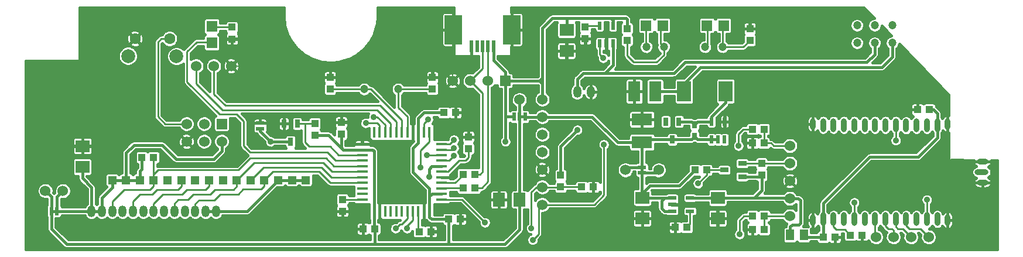
<source format=gtl>
G04 (created by PCBNEW (2013-mar-13)-testing) date Tue 18 Jun 2013 16:13:31 JST*
%MOIN*%
G04 Gerber Fmt 3.4, Leading zero omitted, Abs format*
%FSLAX34Y34*%
G01*
G70*
G90*
G04 APERTURE LIST*
%ADD10C,0.005906*%
%ADD11R,0.060000X0.060000*%
%ADD12C,0.060000*%
%ADD13R,0.043307X0.043307*%
%ADD14R,0.016000X0.060000*%
%ADD15R,0.060000X0.016000*%
%ADD16C,0.062992*%
%ADD17C,0.078740*%
%ADD18O,0.047244X0.066929*%
%ADD19R,0.047244X0.047244*%
%ADD20C,0.047244*%
%ADD21R,0.023622X0.047244*%
%ADD22R,0.078740X0.070866*%
%ADD23R,0.070866X0.078740*%
%ADD24R,0.118110X0.070866*%
%ADD25R,0.070866X0.118110*%
%ADD26R,0.078740X0.118110*%
%ADD27R,0.047244X0.023622*%
%ADD28O,0.031496X0.066929*%
%ADD29O,0.031496X0.078740*%
%ADD30O,0.066929X0.031496*%
%ADD31O,0.078740X0.031496*%
%ADD32R,0.047244X0.031496*%
%ADD33R,0.031496X0.047244*%
%ADD34R,0.047244X0.062992*%
%ADD35R,0.019685X0.070866*%
%ADD36R,0.098425X0.165354*%
%ADD37R,0.031496X0.039370*%
%ADD38R,0.062992X0.062992*%
%ADD39C,0.035000*%
%ADD40C,0.015000*%
%ADD41C,0.010000*%
%ADD42C,0.006000*%
G04 APERTURE END LIST*
G54D10*
G54D11*
X11352Y-6821D03*
G54D12*
X11352Y-7821D03*
X10352Y-6821D03*
X10352Y-7821D03*
X9352Y-6821D03*
X9352Y-7821D03*
G54D13*
X25762Y-10471D03*
X25092Y-10471D03*
G54D14*
X21602Y-11796D03*
X21917Y-11796D03*
X22232Y-11796D03*
X22547Y-11796D03*
X22862Y-11796D03*
X23177Y-11796D03*
X21287Y-11796D03*
X20972Y-11796D03*
X20657Y-11796D03*
X20342Y-11796D03*
X20027Y-11796D03*
X21602Y-7296D03*
X21917Y-7296D03*
X22232Y-7296D03*
X22547Y-7296D03*
X22862Y-7296D03*
X23177Y-7296D03*
X21287Y-7296D03*
X20972Y-7296D03*
X20657Y-7296D03*
X20342Y-7296D03*
X20027Y-7296D03*
G54D15*
X23852Y-9546D03*
X19352Y-9546D03*
X23852Y-9231D03*
X19352Y-9231D03*
X19352Y-8916D03*
X23852Y-8916D03*
X23852Y-8601D03*
X19352Y-8601D03*
X19352Y-8286D03*
X23852Y-8286D03*
X23852Y-7971D03*
X19352Y-7971D03*
X19352Y-9861D03*
X23852Y-9861D03*
X23852Y-10176D03*
X19352Y-10176D03*
X19352Y-10491D03*
X23852Y-10491D03*
X23852Y-10806D03*
X19352Y-10806D03*
X19352Y-11121D03*
X23852Y-11121D03*
G54D16*
X6417Y-1968D03*
X8385Y-1968D03*
G54D17*
X6023Y-2952D03*
X8779Y-2972D03*
G54D18*
X3937Y-11791D03*
X4527Y-11791D03*
X5118Y-11791D03*
X5708Y-11791D03*
X6299Y-11791D03*
X6889Y-11791D03*
X7480Y-11791D03*
X8070Y-11791D03*
X8661Y-11791D03*
X9251Y-11791D03*
X9842Y-11791D03*
X10433Y-11791D03*
X11023Y-11791D03*
G54D19*
X5118Y-10019D03*
X5905Y-10019D03*
X6692Y-10019D03*
X7480Y-10019D03*
X8267Y-10019D03*
X9055Y-10019D03*
X9842Y-10019D03*
X10629Y-10019D03*
X11417Y-10019D03*
X12204Y-10019D03*
X12992Y-10019D03*
X13779Y-10019D03*
X14566Y-10019D03*
X15354Y-10019D03*
X16141Y-10019D03*
G54D20*
X21397Y-4842D03*
X19468Y-4842D03*
G54D12*
X25502Y-4371D03*
G54D11*
X27502Y-4371D03*
G54D12*
X24502Y-4371D03*
X26502Y-4371D03*
G54D21*
X28307Y-6417D03*
X28622Y-6417D03*
X27992Y-6417D03*
G54D13*
X25767Y-9685D03*
X25098Y-9685D03*
X18228Y-11122D03*
X18228Y-11791D03*
X11940Y-1988D03*
X11940Y-1318D03*
X7480Y-8732D03*
X6811Y-8732D03*
X24665Y-6181D03*
X23996Y-6181D03*
X25393Y-7562D03*
X25393Y-8232D03*
X23346Y-4173D03*
X23346Y-4842D03*
X17522Y-4171D03*
X17522Y-4841D03*
X18157Y-6740D03*
X18157Y-7409D03*
X19389Y-12795D03*
X20059Y-12795D03*
X24940Y-12244D03*
X24271Y-12244D03*
G54D12*
X29602Y-5421D03*
X29602Y-6421D03*
X29602Y-8421D03*
X29602Y-7421D03*
X29602Y-9421D03*
G54D22*
X3425Y-9266D03*
X3425Y-8085D03*
G54D23*
X28307Y-11141D03*
X27125Y-11141D03*
G54D13*
X23267Y-12952D03*
X22598Y-12952D03*
G54D12*
X11902Y-3521D03*
X10902Y-3521D03*
X9902Y-3521D03*
X29602Y-11421D03*
X29602Y-10421D03*
G54D24*
X35275Y-7874D03*
X35275Y-6574D03*
G54D13*
X37165Y-12716D03*
X37834Y-12716D03*
G54D22*
X39586Y-11023D03*
X39586Y-12204D03*
G54D25*
X36023Y-4980D03*
X34842Y-4980D03*
G54D13*
X46259Y-13267D03*
X45590Y-13267D03*
X50964Y-6003D03*
X51633Y-6003D03*
G54D26*
X37677Y-4960D03*
X40039Y-4960D03*
G54D12*
X51590Y-13263D03*
X50590Y-13263D03*
X49590Y-13263D03*
X48590Y-13263D03*
G54D13*
X42086Y-9074D03*
X42086Y-9744D03*
X38956Y-9448D03*
X38287Y-9448D03*
X42224Y-7125D03*
X41555Y-7125D03*
X41555Y-7913D03*
X42224Y-7913D03*
X34429Y-1397D03*
X34429Y-2066D03*
X32047Y-1968D03*
X32047Y-1299D03*
G54D27*
X36988Y-11043D03*
X36988Y-11791D03*
X36988Y-11417D03*
X38011Y-11043D03*
X38011Y-11791D03*
G54D21*
X39232Y-7716D03*
X39980Y-7716D03*
X39606Y-7716D03*
X39232Y-6692D03*
X39980Y-6692D03*
X32874Y-2244D03*
X33622Y-2244D03*
X33248Y-2244D03*
X32874Y-1220D03*
X33622Y-1220D03*
G54D28*
X45000Y-6830D03*
X52677Y-6830D03*
G54D29*
X52086Y-6889D03*
X51496Y-6889D03*
X50905Y-6889D03*
X50314Y-6909D03*
X49724Y-6889D03*
X49133Y-6889D03*
X48543Y-6889D03*
X47952Y-6889D03*
X47362Y-6889D03*
X46771Y-6889D03*
X46181Y-6889D03*
X45590Y-6889D03*
G54D28*
X45000Y-12303D03*
G54D29*
X45590Y-12244D03*
X46181Y-12244D03*
X46771Y-12244D03*
X47362Y-12244D03*
X47952Y-12244D03*
X48543Y-12244D03*
X49133Y-12244D03*
X49724Y-12244D03*
X50314Y-12244D03*
X50905Y-12244D03*
X51496Y-12244D03*
X52086Y-12244D03*
G54D28*
X52677Y-12303D03*
G54D30*
X54665Y-10157D03*
G54D31*
X54606Y-9566D03*
G54D30*
X54665Y-8976D03*
G54D18*
X31588Y-5001D03*
X32376Y-5001D03*
G54D32*
X40984Y-9822D03*
X39960Y-9448D03*
X40984Y-9074D03*
G54D33*
X37381Y-6692D03*
X37007Y-7716D03*
X36633Y-6692D03*
G54D12*
X43696Y-8070D03*
X43696Y-9070D03*
X43696Y-11070D03*
X43696Y-10070D03*
G54D13*
X42244Y-12066D03*
X41574Y-12066D03*
X41574Y-12834D03*
X42244Y-12834D03*
G54D12*
X43696Y-12070D03*
G54D34*
X44488Y-13149D03*
X43700Y-13149D03*
G54D22*
X30984Y-1476D03*
X30984Y-2657D03*
X35295Y-11023D03*
X35295Y-12204D03*
G54D35*
X26830Y-2401D03*
X26515Y-2401D03*
X26200Y-2401D03*
X25885Y-2401D03*
X25570Y-2401D03*
G54D36*
X27854Y-1456D03*
X24547Y-1456D03*
G54D37*
X38267Y-7539D03*
X38267Y-6870D03*
G54D33*
X15649Y-6811D03*
X15275Y-7834D03*
X14901Y-6811D03*
G54D13*
X47805Y-13159D03*
X47135Y-13159D03*
X16653Y-6791D03*
X16653Y-7460D03*
G54D21*
X1968Y-11791D03*
X1653Y-11791D03*
G54D12*
X2311Y-10629D03*
X1311Y-10629D03*
G54D27*
X35275Y-9291D03*
X35275Y-9606D03*
G54D12*
X34330Y-9448D03*
X36220Y-9448D03*
X28307Y-5448D03*
G54D20*
X36523Y-2440D03*
X35523Y-2440D03*
G54D38*
X38976Y-1220D03*
X39921Y-1220D03*
G54D20*
X38870Y-2440D03*
X39870Y-2440D03*
G54D27*
X13543Y-7086D03*
X13543Y-6771D03*
G54D13*
X41417Y-1397D03*
X41417Y-2066D03*
G54D38*
X36456Y-1220D03*
X35511Y-1220D03*
X10787Y-2204D03*
X10787Y-1259D03*
G54D13*
X30645Y-10417D03*
X30645Y-9748D03*
X32507Y-10417D03*
X31838Y-10417D03*
G54D20*
X47523Y-1216D03*
X49523Y-1216D03*
X48523Y-1216D03*
X48523Y-2216D03*
X49523Y-2216D03*
X47523Y-2216D03*
G54D39*
X14133Y-7834D03*
X24574Y-8645D03*
X23043Y-8602D03*
X24574Y-8188D03*
X24574Y-7724D03*
X22657Y-9314D03*
X47362Y-11299D03*
X49724Y-7755D03*
X51496Y-11141D03*
X23102Y-6571D03*
X26338Y-12440D03*
X40826Y-13110D03*
X33110Y-7992D03*
X21252Y-12771D03*
X29055Y-13425D03*
X28976Y-12755D03*
X21902Y-12771D03*
X40767Y-8070D03*
X19552Y-6771D03*
X38464Y-10216D03*
X20002Y-6421D03*
X45000Y-7578D03*
X50974Y-7765D03*
X52677Y-11417D03*
X46496Y-11328D03*
X45000Y-11525D03*
X44350Y-6437D03*
X43228Y-7559D03*
X43818Y-6968D03*
X49724Y-5984D03*
X48740Y-5984D03*
X47755Y-5984D03*
X46771Y-5984D03*
X45787Y-5984D03*
X44803Y-5984D03*
X50393Y-5679D03*
X51397Y-5472D03*
X52460Y-5738D03*
X52057Y-13740D03*
X53720Y-9232D03*
X52874Y-9222D03*
X52490Y-7588D03*
X52480Y-8582D03*
X40836Y-10482D03*
X41545Y-8582D03*
X37244Y-9458D03*
X44104Y-13740D03*
X45049Y-13740D03*
X43188Y-13671D03*
X45954Y-13740D03*
X48041Y-13740D03*
X46889Y-13740D03*
X50088Y-13740D03*
X51092Y-13740D03*
X49084Y-13740D03*
X1279Y-8085D03*
X2086Y-4015D03*
X5649Y-7342D03*
X14271Y-6594D03*
X19015Y-7244D03*
X21082Y-7971D03*
X21653Y-11007D03*
X14783Y-12795D03*
X29566Y-511D03*
X37696Y-708D03*
X42775Y-1732D03*
X34862Y-511D03*
X46496Y-1732D03*
X46102Y-4330D03*
X50669Y-4330D03*
X43188Y-12539D03*
X43188Y-11555D03*
X43188Y-9527D03*
X43208Y-10531D03*
X41338Y-5708D03*
X32913Y-12145D03*
X38720Y-13149D03*
X21102Y-2795D03*
X15374Y-4468D03*
X629Y-13582D03*
X43188Y-8562D03*
X55275Y-9173D03*
X55275Y-10157D03*
X55275Y-11141D03*
X55275Y-12125D03*
X55275Y-13110D03*
X54842Y-13740D03*
X53858Y-13740D03*
X52874Y-13740D03*
X6311Y-9216D03*
X12204Y-8559D03*
X8145Y-8940D03*
X2826Y-12807D03*
X25708Y-12578D03*
X23779Y-12677D03*
X24527Y-9763D03*
X33070Y-3070D03*
X31594Y-7165D03*
X27502Y-7821D03*
X23149Y-9842D03*
G54D40*
X43696Y-11070D02*
X44181Y-11070D01*
X43700Y-12677D02*
X43700Y-13149D01*
X43818Y-12559D02*
X43700Y-12677D01*
X44212Y-12559D02*
X43818Y-12559D01*
X44291Y-12480D02*
X44212Y-12559D01*
X44291Y-11181D02*
X44291Y-12480D01*
X44181Y-11070D02*
X44291Y-11181D01*
X39586Y-11023D02*
X41653Y-11023D01*
X42086Y-10590D02*
X42086Y-9744D01*
X41653Y-11023D02*
X42086Y-10590D01*
X39586Y-11023D02*
X42086Y-11023D01*
X42086Y-11023D02*
X43649Y-11023D01*
X43649Y-11023D02*
X43696Y-11070D01*
X38011Y-11043D02*
X39566Y-11043D01*
X39566Y-11043D02*
X39586Y-11023D01*
X41732Y-11023D02*
X42677Y-11023D01*
X42677Y-11023D02*
X43649Y-11023D01*
X43649Y-11023D02*
X43696Y-11070D01*
X40984Y-9822D02*
X42007Y-9822D01*
X42007Y-9822D02*
X42086Y-9744D01*
G54D41*
X22547Y-11796D02*
X22547Y-12901D01*
X22547Y-12901D02*
X22598Y-12952D01*
X25733Y-9685D02*
X26062Y-9685D01*
X26200Y-5063D02*
X25508Y-4371D01*
X26200Y-9547D02*
X26200Y-5063D01*
X26062Y-9685D02*
X26200Y-9547D01*
X26200Y-2401D02*
X26200Y-3679D01*
X26200Y-3679D02*
X25508Y-4371D01*
X26515Y-4370D02*
X26515Y-10118D01*
X26162Y-10471D02*
X25727Y-10471D01*
X26515Y-10118D02*
X26162Y-10471D01*
X26515Y-2401D02*
X26515Y-4370D01*
G54D40*
X13543Y-7244D02*
X14133Y-7834D01*
X13543Y-7086D02*
X13543Y-7244D01*
X14133Y-7834D02*
X15275Y-7834D01*
X11023Y-11791D02*
X12795Y-11791D01*
X12795Y-11791D02*
X14566Y-10019D01*
X10433Y-11791D02*
X11023Y-11791D01*
X14566Y-10019D02*
X15354Y-10019D01*
X15354Y-10019D02*
X16141Y-10019D01*
G54D41*
X23852Y-8916D02*
X24288Y-8916D01*
X24562Y-8657D02*
X24574Y-8645D01*
X24547Y-8657D02*
X24562Y-8657D01*
X24288Y-8916D02*
X24547Y-8657D01*
X9055Y-10378D02*
X9055Y-10019D01*
X6299Y-11791D02*
X6299Y-11244D01*
X6299Y-11244D02*
X6701Y-10842D01*
X6701Y-10842D02*
X7401Y-10842D01*
X7401Y-10842D02*
X7673Y-10570D01*
X7673Y-10570D02*
X8864Y-10570D01*
X8864Y-10570D02*
X9055Y-10378D01*
X23852Y-8601D02*
X23044Y-8601D01*
X23044Y-8601D02*
X23043Y-8602D01*
X10629Y-10363D02*
X10629Y-10019D01*
X7480Y-11791D02*
X7480Y-11353D01*
X7480Y-11353D02*
X7983Y-10850D01*
X7983Y-10850D02*
X9092Y-10850D01*
X9092Y-10850D02*
X9373Y-10570D01*
X9373Y-10570D02*
X10423Y-10570D01*
X10423Y-10570D02*
X10629Y-10363D01*
X23852Y-8286D02*
X24477Y-8286D01*
X24477Y-8286D02*
X24574Y-8188D01*
X23852Y-7971D02*
X24327Y-7971D01*
X24327Y-7971D02*
X24574Y-7724D01*
X17145Y-9045D02*
X17647Y-9547D01*
X19351Y-9547D02*
X19352Y-9546D01*
X17647Y-9547D02*
X19351Y-9547D01*
X12204Y-10019D02*
X12214Y-10019D01*
X13188Y-9045D02*
X17145Y-9045D01*
X12214Y-10019D02*
X13188Y-9045D01*
X8661Y-11352D02*
X8661Y-11791D01*
X8862Y-11151D02*
X8661Y-11352D01*
X9422Y-11151D02*
X8862Y-11151D01*
X9727Y-10846D02*
X9422Y-11151D01*
X10697Y-10846D02*
X9727Y-10846D01*
X10981Y-10562D02*
X10697Y-10846D01*
X12016Y-10562D02*
X10981Y-10562D01*
X12204Y-10373D02*
X12016Y-10562D01*
X12204Y-10019D02*
X12204Y-10373D01*
X19352Y-9861D02*
X17597Y-9861D01*
X13720Y-9291D02*
X12992Y-10019D01*
X17027Y-9291D02*
X13720Y-9291D01*
X17597Y-9861D02*
X17027Y-9291D01*
X19352Y-10176D02*
X17538Y-10176D01*
X14261Y-9537D02*
X13779Y-10019D01*
X16899Y-9537D02*
X14261Y-9537D01*
X17538Y-10176D02*
X16899Y-9537D01*
X9842Y-11371D02*
X9842Y-11791D01*
X10052Y-11161D02*
X9842Y-11371D01*
X10942Y-11161D02*
X10052Y-11161D01*
X11272Y-10830D02*
X10942Y-11161D01*
X12292Y-10830D02*
X11272Y-10830D01*
X12573Y-10550D02*
X12292Y-10830D01*
X13587Y-10550D02*
X12573Y-10550D01*
X13779Y-10358D02*
X13587Y-10550D01*
X13779Y-10019D02*
X13779Y-10358D01*
X23177Y-7296D02*
X23177Y-7830D01*
X22657Y-8350D02*
X22657Y-9314D01*
X23177Y-7830D02*
X22657Y-8350D01*
X21287Y-7296D02*
X21287Y-6706D01*
X10902Y-5121D02*
X10902Y-3521D01*
X11552Y-5771D02*
X10902Y-5121D01*
X20352Y-5771D02*
X11552Y-5771D01*
X21287Y-6706D02*
X20352Y-5771D01*
X20972Y-7296D02*
X20972Y-6791D01*
X9902Y-4521D02*
X9902Y-3521D01*
X11402Y-6021D02*
X9902Y-4521D01*
X20202Y-6021D02*
X11402Y-6021D01*
X20972Y-6791D02*
X20202Y-6021D01*
X19352Y-8601D02*
X18010Y-8601D01*
X16102Y-7874D02*
X16102Y-6791D01*
X16338Y-8110D02*
X16102Y-7874D01*
X17519Y-8110D02*
X16338Y-8110D01*
X18010Y-8601D02*
X17519Y-8110D01*
X16653Y-6791D02*
X16102Y-6791D01*
X16102Y-6791D02*
X15669Y-6791D01*
X15669Y-6791D02*
X15649Y-6811D01*
X10787Y-2165D02*
X9921Y-2165D01*
X9381Y-2705D02*
X9381Y-3160D01*
X9921Y-2165D02*
X9381Y-2705D01*
X17847Y-8916D02*
X19352Y-8916D01*
X9381Y-4427D02*
X9381Y-3160D01*
X11224Y-6271D02*
X9381Y-4427D01*
X12202Y-6271D02*
X11224Y-6271D01*
X12602Y-6671D02*
X12202Y-6271D01*
X12602Y-8071D02*
X12602Y-6671D01*
X12952Y-8421D02*
X12602Y-8071D01*
X17352Y-8421D02*
X12952Y-8421D01*
X17847Y-8916D02*
X17352Y-8421D01*
X7480Y-8732D02*
X7480Y-10019D01*
X7480Y-10019D02*
X7480Y-9688D01*
X7480Y-9688D02*
X7724Y-9444D01*
X12314Y-9444D02*
X12976Y-8783D01*
X7724Y-9444D02*
X12314Y-9444D01*
X19352Y-9231D02*
X17735Y-9231D01*
X17735Y-9231D02*
X17287Y-8783D01*
X17287Y-8783D02*
X12976Y-8783D01*
X7480Y-10363D02*
X7480Y-10019D01*
X7273Y-10570D02*
X7480Y-10363D01*
X5783Y-10570D02*
X7273Y-10570D01*
X5118Y-11235D02*
X5783Y-10570D01*
X5118Y-11791D02*
X5118Y-11235D01*
X47362Y-12244D02*
X47362Y-11299D01*
X43696Y-12070D02*
X42248Y-12070D01*
X42248Y-12070D02*
X42244Y-12066D01*
X42244Y-12066D02*
X42244Y-12834D01*
X49724Y-12244D02*
X49724Y-12677D01*
X50122Y-12795D02*
X50590Y-13263D01*
X49842Y-12795D02*
X50122Y-12795D01*
X49724Y-12677D02*
X49842Y-12795D01*
X50314Y-12244D02*
X50314Y-12598D01*
X51122Y-12795D02*
X51590Y-13263D01*
X50511Y-12795D02*
X51122Y-12795D01*
X50314Y-12598D02*
X50511Y-12795D01*
X48543Y-12244D02*
X48543Y-13216D01*
X48543Y-13216D02*
X48590Y-13263D01*
X43696Y-8070D02*
X42775Y-8070D01*
X42618Y-7913D02*
X42224Y-7913D01*
X42775Y-8070D02*
X42618Y-7913D01*
X49724Y-6889D02*
X49724Y-7755D01*
X42224Y-7125D02*
X42224Y-7913D01*
X49133Y-12244D02*
X49133Y-12637D01*
X49590Y-12877D02*
X49590Y-13263D01*
X49507Y-12795D02*
X49590Y-12877D01*
X49291Y-12795D02*
X49507Y-12795D01*
X49133Y-12637D02*
X49291Y-12795D01*
X49133Y-12244D02*
X49133Y-12531D01*
X51496Y-12244D02*
X51496Y-11141D01*
X40984Y-9074D02*
X42086Y-9074D01*
X42086Y-9074D02*
X42090Y-9070D01*
X42090Y-9070D02*
X43696Y-9070D01*
G54D40*
X49523Y-2216D02*
X49523Y-2996D01*
X37677Y-4527D02*
X37677Y-4960D01*
X47818Y-3590D02*
X47984Y-3590D01*
X38614Y-3590D02*
X47818Y-3590D01*
X37677Y-4527D02*
X38614Y-3590D01*
X48929Y-3590D02*
X47984Y-3590D01*
X49523Y-2996D02*
X48929Y-3590D01*
X37677Y-4960D02*
X37657Y-4980D01*
X37657Y-4980D02*
X36023Y-4980D01*
G54D41*
X22862Y-6811D02*
X23102Y-6571D01*
X22862Y-7296D02*
X22862Y-6811D01*
X8385Y-1968D02*
X7913Y-1968D01*
X7716Y-2165D02*
X7716Y-2559D01*
X7913Y-1968D02*
X7716Y-2165D01*
X9352Y-6821D02*
X8120Y-6821D01*
X7716Y-6417D02*
X7716Y-2559D01*
X8120Y-6821D02*
X7716Y-6417D01*
X41574Y-12066D02*
X41082Y-12066D01*
X25019Y-11121D02*
X26338Y-12440D01*
X25019Y-11121D02*
X23852Y-11121D01*
X40826Y-12322D02*
X40826Y-13110D01*
X41082Y-12066D02*
X40826Y-12322D01*
X33110Y-7992D02*
X33110Y-10866D01*
X33110Y-10866D02*
X32555Y-11421D01*
X32555Y-11421D02*
X29602Y-11421D01*
X39015Y-1220D02*
X39015Y-2295D01*
X39015Y-2295D02*
X38870Y-2440D01*
X29055Y-13425D02*
X29389Y-13090D01*
X21917Y-12206D02*
X21602Y-12521D01*
X21602Y-12521D02*
X21502Y-12521D01*
X21502Y-12521D02*
X21252Y-12771D01*
X21917Y-12206D02*
X21917Y-11796D01*
X29389Y-13090D02*
X29389Y-11633D01*
X29389Y-11633D02*
X29602Y-11421D01*
X29602Y-10421D02*
X30641Y-10421D01*
X30641Y-10421D02*
X30645Y-10417D01*
X30645Y-10417D02*
X31838Y-10417D01*
X29602Y-10421D02*
X29263Y-10421D01*
X29263Y-10421D02*
X28976Y-10708D01*
X28976Y-10708D02*
X28976Y-12755D01*
X22232Y-12291D02*
X21902Y-12621D01*
X21902Y-12621D02*
X21902Y-12771D01*
X22232Y-11796D02*
X22232Y-12291D01*
X41043Y-7125D02*
X41555Y-7125D01*
X40767Y-7401D02*
X41043Y-7125D01*
X40767Y-8070D02*
X40767Y-7401D01*
X20342Y-7296D02*
X20342Y-6911D01*
X20202Y-6771D02*
X19552Y-6771D01*
X20342Y-6911D02*
X20202Y-6771D01*
X38956Y-9724D02*
X38956Y-9448D01*
X38464Y-10216D02*
X38956Y-9724D01*
X20657Y-7296D02*
X20657Y-6876D01*
X20657Y-6876D02*
X20202Y-6421D01*
X20202Y-6421D02*
X20002Y-6421D01*
X38956Y-9448D02*
X39960Y-9448D01*
G54D42*
X45000Y-7578D02*
X45000Y-7755D01*
X45000Y-6830D02*
X45000Y-7578D01*
X50511Y-8228D02*
X50974Y-7765D01*
X45472Y-8228D02*
X50511Y-8228D01*
X45000Y-7755D02*
X45472Y-8228D01*
X52677Y-11417D02*
X52677Y-10925D01*
X52677Y-12303D02*
X52677Y-11417D01*
X47332Y-10492D02*
X46496Y-11328D01*
X52244Y-10492D02*
X47332Y-10492D01*
X52677Y-10925D02*
X52244Y-10492D01*
X45000Y-12303D02*
X45000Y-11525D01*
X52677Y-6830D02*
X52677Y-5954D01*
X43818Y-6968D02*
X43818Y-6988D01*
X43818Y-6988D02*
X43228Y-7559D01*
X49724Y-5984D02*
X48740Y-5984D01*
X47755Y-5984D02*
X46771Y-5984D01*
X45787Y-5984D02*
X44803Y-5984D01*
X44803Y-5984D02*
X44350Y-6437D01*
X50610Y-5472D02*
X50393Y-5679D01*
X51397Y-5472D02*
X50610Y-5472D01*
X51397Y-5472D02*
X51397Y-5472D01*
X52677Y-5954D02*
X52460Y-5738D01*
X52874Y-9222D02*
X52726Y-9222D01*
X53976Y-8976D02*
X53720Y-9232D01*
X54665Y-8976D02*
X53976Y-8976D01*
X52677Y-7401D02*
X52677Y-6830D01*
X52490Y-7588D02*
X52677Y-7401D01*
X52480Y-8976D02*
X52480Y-8582D01*
X52726Y-9222D02*
X52480Y-8976D01*
X41555Y-7913D02*
X41555Y-8572D01*
X41555Y-8572D02*
X41545Y-8582D01*
X45049Y-13740D02*
X44104Y-13740D01*
X43248Y-13750D02*
X43188Y-13690D01*
X43188Y-13671D02*
X43188Y-13690D01*
X45049Y-13740D02*
X45954Y-13740D01*
X48041Y-13740D02*
X46889Y-13740D01*
X49084Y-13740D02*
X50088Y-13740D01*
X52874Y-13740D02*
X52057Y-13740D01*
X52057Y-13740D02*
X51092Y-13740D01*
X3425Y-8085D02*
X3425Y-5354D01*
X3425Y-5354D02*
X2086Y-4015D01*
X3425Y-8085D02*
X4907Y-8085D01*
X4907Y-8085D02*
X5649Y-7342D01*
X13543Y-6771D02*
X14094Y-6771D01*
X14094Y-6771D02*
X14271Y-6594D01*
X18157Y-6740D02*
X18807Y-6740D01*
X19015Y-6948D02*
X19015Y-7244D01*
X18807Y-6740D02*
X19015Y-6948D01*
X27854Y-1456D02*
X28622Y-1456D01*
X28622Y-1456D02*
X29566Y-511D01*
X43188Y-10511D02*
X43188Y-9527D01*
X43208Y-10531D02*
X43188Y-10511D01*
X32913Y-12145D02*
X32913Y-12696D01*
X38090Y-13779D02*
X38720Y-13149D01*
X33996Y-13779D02*
X38090Y-13779D01*
X32913Y-12696D02*
X33996Y-13779D01*
X24502Y-4371D02*
X24502Y-4029D01*
X23267Y-2795D02*
X21102Y-2795D01*
X24502Y-4029D02*
X23267Y-2795D01*
X11902Y-3521D02*
X13683Y-3521D01*
X13683Y-3521D02*
X15374Y-4468D01*
X3425Y-8085D02*
X1279Y-8085D01*
X1279Y-8085D02*
X1009Y-8085D01*
X629Y-8464D02*
X629Y-13582D01*
X1009Y-8085D02*
X629Y-8464D01*
X43188Y-8562D02*
X43188Y-8582D01*
X55078Y-8976D02*
X55275Y-9173D01*
X55275Y-10157D02*
X55275Y-11141D01*
X55275Y-12125D02*
X55275Y-13110D01*
X54842Y-13740D02*
X53858Y-13740D01*
X55078Y-8976D02*
X54665Y-8976D01*
X52677Y-13543D02*
X52677Y-12303D01*
X52874Y-13740D02*
X52677Y-13543D01*
X12204Y-8559D02*
X12685Y-8574D01*
X12207Y-8556D02*
X12204Y-8559D01*
X8314Y-9110D02*
X8145Y-8940D01*
X12078Y-9110D02*
X8314Y-9110D01*
X12685Y-8574D02*
X12078Y-9110D01*
X8145Y-8940D02*
X8145Y-8568D01*
X8145Y-8568D02*
X7848Y-8271D01*
X7848Y-8271D02*
X6520Y-8271D01*
X6520Y-8271D02*
X6311Y-8480D01*
X6311Y-8480D02*
X6311Y-9216D01*
G54D40*
X18543Y-12795D02*
X14940Y-12795D01*
X14940Y-12795D02*
X14783Y-12795D01*
X14783Y-12795D02*
X2838Y-12795D01*
X2838Y-12795D02*
X2826Y-12807D01*
X24940Y-12244D02*
X25374Y-12244D01*
X25374Y-12244D02*
X25708Y-12578D01*
X23267Y-12500D02*
X23602Y-12500D01*
X23602Y-12500D02*
X23779Y-12677D01*
X23267Y-12952D02*
X23267Y-13391D01*
X20342Y-12153D02*
X20342Y-11796D01*
X20511Y-12322D02*
X20342Y-12153D01*
X20511Y-13070D02*
X20511Y-12322D01*
X20807Y-13366D02*
X20511Y-13070D01*
X23242Y-13366D02*
X20807Y-13366D01*
X23267Y-13391D02*
X23242Y-13366D01*
X22862Y-11796D02*
X22862Y-12311D01*
X23267Y-12519D02*
X23267Y-12500D01*
X23267Y-12500D02*
X23267Y-12952D01*
X23248Y-12500D02*
X23267Y-12519D01*
X23051Y-12500D02*
X23248Y-12500D01*
X22862Y-12311D02*
X23051Y-12500D01*
G54D42*
X9352Y-7821D02*
X9403Y-7821D01*
X9403Y-7821D02*
X9901Y-7322D01*
X9901Y-7322D02*
X11899Y-7322D01*
X11899Y-7322D02*
X12194Y-7618D01*
X12194Y-7618D02*
X12194Y-8330D01*
X12194Y-8330D02*
X12207Y-8556D01*
G54D40*
X12207Y-8556D02*
X12216Y-8564D01*
X22232Y-7296D02*
X22232Y-7794D01*
X22055Y-7971D02*
X21082Y-7971D01*
X21082Y-7971D02*
X20157Y-7971D01*
X22232Y-7794D02*
X22055Y-7971D01*
X25393Y-7562D02*
X25798Y-7562D01*
X25948Y-7412D02*
X25948Y-6692D01*
X25798Y-7562D02*
X25948Y-7412D01*
X23852Y-9861D02*
X24429Y-9861D01*
X24429Y-9861D02*
X24527Y-9763D01*
X20157Y-7971D02*
X20058Y-7971D01*
X20058Y-7971D02*
X18779Y-6692D01*
X18779Y-6692D02*
X18204Y-6692D01*
X18204Y-6692D02*
X18157Y-6740D01*
X19352Y-7971D02*
X20157Y-7971D01*
X20157Y-7971D02*
X20176Y-7971D01*
X20176Y-7971D02*
X20645Y-8440D01*
X20645Y-8440D02*
X20645Y-11007D01*
X24502Y-4371D02*
X24502Y-4384D01*
X25948Y-5830D02*
X25948Y-6692D01*
X24502Y-4384D02*
X25948Y-5830D01*
X22862Y-11796D02*
X22862Y-11271D01*
X22862Y-11271D02*
X22598Y-11007D01*
X22598Y-11007D02*
X21653Y-11007D01*
X21653Y-11007D02*
X20645Y-11007D01*
X20342Y-11311D02*
X20342Y-11796D01*
X20645Y-11007D02*
X20342Y-11311D01*
X22232Y-7296D02*
X22232Y-6271D01*
X24948Y-5692D02*
X24960Y-5704D01*
X22811Y-5692D02*
X24948Y-5692D01*
X22232Y-6271D02*
X22811Y-5692D01*
X24960Y-5704D02*
X24960Y-5720D01*
X24960Y-5720D02*
X24960Y-5704D01*
X18562Y-12795D02*
X18543Y-12795D01*
X18543Y-12795D02*
X19424Y-12795D01*
X24508Y-4371D02*
X24494Y-4371D01*
X24960Y-5704D02*
X25437Y-6181D01*
X25948Y-6692D02*
X25437Y-6181D01*
X25437Y-6181D02*
X24630Y-6181D01*
X25570Y-2401D02*
X25570Y-3309D01*
X25570Y-3309D02*
X24508Y-4371D01*
G54D41*
X23852Y-9546D02*
X24233Y-9546D01*
X25393Y-8740D02*
X25393Y-8232D01*
X25236Y-8897D02*
X25393Y-8740D01*
X24881Y-8897D02*
X25236Y-8897D01*
X24233Y-9546D02*
X24881Y-8897D01*
X23852Y-10176D02*
X23852Y-10176D01*
X24641Y-10176D02*
X25133Y-9685D01*
X23852Y-10176D02*
X24641Y-10176D01*
X23852Y-10176D02*
X23852Y-10176D01*
X23872Y-10471D02*
X23852Y-10491D01*
X25127Y-10471D02*
X23872Y-10471D01*
X23852Y-10491D02*
X23852Y-10491D01*
X19352Y-11121D02*
X18228Y-11121D01*
X18228Y-11121D02*
X18228Y-11122D01*
X10787Y-1299D02*
X11921Y-1299D01*
X11921Y-1299D02*
X11940Y-1318D01*
X19467Y-4841D02*
X19468Y-4842D01*
X17522Y-4841D02*
X19467Y-4841D01*
X19842Y-4842D02*
X19468Y-4842D01*
X21602Y-6602D02*
X19842Y-4842D01*
X21602Y-7296D02*
X21602Y-6602D01*
X21602Y-7296D02*
X21602Y-7296D01*
X21397Y-4842D02*
X23346Y-4842D01*
X21917Y-6405D02*
X21917Y-6850D01*
X21397Y-5885D02*
X21917Y-6405D01*
X21397Y-4842D02*
X21397Y-5885D01*
X21917Y-6850D02*
X21917Y-7296D01*
X21917Y-6850D02*
X21917Y-7296D01*
X21917Y-6850D02*
X21917Y-6850D01*
X38011Y-11791D02*
X38011Y-12539D01*
X38011Y-12539D02*
X37834Y-12716D01*
G54D40*
X51633Y-6003D02*
X51850Y-6003D01*
X51850Y-6003D02*
X52086Y-6240D01*
X52086Y-6240D02*
X52086Y-6889D01*
X45590Y-13267D02*
X44606Y-13267D01*
X44606Y-13267D02*
X44488Y-13149D01*
X45590Y-12244D02*
X45590Y-13267D01*
X45590Y-12244D02*
X45590Y-11338D01*
X52086Y-7598D02*
X52086Y-6889D01*
X50984Y-8700D02*
X52086Y-7598D01*
X48228Y-8700D02*
X50984Y-8700D01*
X45590Y-11338D02*
X48228Y-8700D01*
G54D41*
X39870Y-2440D02*
X41043Y-2440D01*
X41043Y-2440D02*
X41417Y-2066D01*
X39881Y-1220D02*
X39881Y-2429D01*
X39881Y-2429D02*
X39870Y-2440D01*
X35512Y-1299D02*
X35512Y-2429D01*
X35512Y-2429D02*
X35523Y-2440D01*
X32874Y-2874D02*
X33070Y-3070D01*
X32874Y-2244D02*
X32874Y-2874D01*
X35661Y-1386D02*
X35689Y-1358D01*
G54D40*
X30645Y-8114D02*
X30645Y-9748D01*
X31594Y-7165D02*
X30645Y-8114D01*
X48523Y-2216D02*
X48523Y-2854D01*
X37086Y-3937D02*
X33169Y-3937D01*
X37716Y-3307D02*
X37086Y-3937D01*
X47362Y-3307D02*
X37716Y-3307D01*
X48070Y-3307D02*
X47362Y-3307D01*
X48523Y-2854D02*
X48070Y-3307D01*
X33622Y-3484D02*
X33169Y-3937D01*
X33169Y-3937D02*
X33156Y-3949D01*
X31916Y-3949D02*
X33156Y-3949D01*
X33622Y-2244D02*
X33622Y-3484D01*
X31588Y-5001D02*
X31588Y-4277D01*
X31588Y-4277D02*
X31916Y-3949D01*
G54D41*
X32874Y-1220D02*
X32125Y-1220D01*
X32125Y-1220D02*
X32047Y-1299D01*
X46181Y-12244D02*
X46181Y-12677D01*
X46820Y-12844D02*
X47135Y-13159D01*
X46348Y-12844D02*
X46820Y-12844D01*
X46181Y-12677D02*
X46348Y-12844D01*
G54D40*
X40039Y-4960D02*
X40039Y-5610D01*
X39232Y-6417D02*
X39232Y-6692D01*
X40039Y-5610D02*
X39232Y-6417D01*
X37381Y-6692D02*
X38090Y-6692D01*
X38090Y-6692D02*
X38267Y-6870D01*
X39232Y-6692D02*
X38444Y-6692D01*
X38444Y-6692D02*
X38267Y-6870D01*
G54D41*
X36523Y-2440D02*
X36523Y-2885D01*
X34429Y-2933D02*
X34429Y-2066D01*
X34803Y-3307D02*
X34429Y-2933D01*
X36102Y-3307D02*
X34803Y-3307D01*
X36523Y-2885D02*
X36102Y-3307D01*
X36338Y-1299D02*
X36338Y-2255D01*
X36338Y-2255D02*
X36523Y-2440D01*
G54D40*
X26830Y-2401D02*
X26830Y-3199D01*
X26830Y-3199D02*
X27502Y-3871D01*
X27502Y-4371D02*
X28552Y-4371D01*
X27502Y-4371D02*
X27502Y-5472D01*
X27502Y-3871D02*
X27502Y-4371D01*
X28975Y-4371D02*
X28552Y-4371D01*
X27502Y-5472D02*
X27502Y-6417D01*
X29444Y-4362D02*
X29444Y-4366D01*
X29444Y-4366D02*
X29602Y-4523D01*
X29444Y-4370D02*
X29444Y-4362D01*
X29444Y-4362D02*
X29602Y-4204D01*
X29602Y-4523D02*
X29602Y-4204D01*
X29602Y-4204D02*
X29602Y-1366D01*
X29602Y-1366D02*
X30181Y-787D01*
X30181Y-787D02*
X30984Y-787D01*
X30984Y-787D02*
X30984Y-787D01*
X30984Y-787D02*
X33484Y-787D01*
X29488Y-4370D02*
X29444Y-4370D01*
X29444Y-4370D02*
X28976Y-4370D01*
X28976Y-4370D02*
X28975Y-4371D01*
X27502Y-6417D02*
X27502Y-7821D01*
X34350Y-787D02*
X33484Y-787D01*
X33484Y-787D02*
X33622Y-925D01*
X29602Y-5421D02*
X29602Y-4523D01*
X30984Y-787D02*
X30984Y-1476D01*
X34429Y-1397D02*
X34429Y-866D01*
X34429Y-866D02*
X34350Y-787D01*
X33622Y-925D02*
X33622Y-1220D01*
X29602Y-5421D02*
X29602Y-4484D01*
X27502Y-6417D02*
X27992Y-6417D01*
X23327Y-9231D02*
X23852Y-9231D01*
X23149Y-9409D02*
X23307Y-9251D01*
X23149Y-9842D02*
X23149Y-9409D01*
X23327Y-9231D02*
X23307Y-9251D01*
X29602Y-6421D02*
X32433Y-6421D01*
X33885Y-7874D02*
X35275Y-7874D01*
X32433Y-6421D02*
X33885Y-7874D01*
X16653Y-7460D02*
X17441Y-7460D01*
X17441Y-7460D02*
X18267Y-8286D01*
X35275Y-9291D02*
X35275Y-9606D01*
X35275Y-9606D02*
X35275Y-11003D01*
X35275Y-11003D02*
X35295Y-11023D01*
X35275Y-7874D02*
X35275Y-9291D01*
X35275Y-9606D02*
X36062Y-9606D01*
X36062Y-9606D02*
X36220Y-9448D01*
X35275Y-9291D02*
X34488Y-9291D01*
X34488Y-9291D02*
X34330Y-9448D01*
X35295Y-11023D02*
X35295Y-10779D01*
X35295Y-10779D02*
X35736Y-10338D01*
X35736Y-10338D02*
X37397Y-10338D01*
X37397Y-10338D02*
X38287Y-9448D01*
X28307Y-5448D02*
X28307Y-6417D01*
X28307Y-6417D02*
X28622Y-6417D01*
X3937Y-11791D02*
X3937Y-10429D01*
X3425Y-9917D02*
X3425Y-9266D01*
X3937Y-10429D02*
X3425Y-9917D01*
X1968Y-11791D02*
X1968Y-10972D01*
X1968Y-10972D02*
X2311Y-10629D01*
X1653Y-11791D02*
X1653Y-10972D01*
X1653Y-10972D02*
X1311Y-10629D01*
X1653Y-11791D02*
X1968Y-11791D01*
X1968Y-11791D02*
X3937Y-11791D01*
X5807Y-13661D02*
X2519Y-13661D01*
X13724Y-13661D02*
X5807Y-13661D01*
X1653Y-12795D02*
X1653Y-11791D01*
X2519Y-13661D02*
X1653Y-12795D01*
X24271Y-13642D02*
X24252Y-13661D01*
X24271Y-12244D02*
X24271Y-13642D01*
X23177Y-11796D02*
X23177Y-12134D01*
X23287Y-12244D02*
X24271Y-12244D01*
X23177Y-12134D02*
X23287Y-12244D01*
X28622Y-6417D02*
X28625Y-6421D01*
X28625Y-6421D02*
X29602Y-6421D01*
X37007Y-7716D02*
X35433Y-7716D01*
X35433Y-7716D02*
X35275Y-7874D01*
X37007Y-7716D02*
X38090Y-7716D01*
X38090Y-7716D02*
X38267Y-7539D01*
X39232Y-7716D02*
X38444Y-7716D01*
X38444Y-7716D02*
X38267Y-7539D01*
X28307Y-12834D02*
X27480Y-13661D01*
X28307Y-11102D02*
X28307Y-12834D01*
X26102Y-13661D02*
X26535Y-13661D01*
X26929Y-13661D02*
X27480Y-13661D01*
X26929Y-13661D02*
X26535Y-13661D01*
X28307Y-11102D02*
X28307Y-6417D01*
X36988Y-11791D02*
X36555Y-11791D01*
X36555Y-11043D02*
X36988Y-11043D01*
X36397Y-11200D02*
X36555Y-11043D01*
X36397Y-11633D02*
X36397Y-11200D01*
X36555Y-11791D02*
X36397Y-11633D01*
X36988Y-11043D02*
X35314Y-11043D01*
X35314Y-11043D02*
X35295Y-11062D01*
X23177Y-10946D02*
X23177Y-10500D01*
X22547Y-7885D02*
X22547Y-7296D01*
X22244Y-8188D02*
X22547Y-7885D01*
X22244Y-9566D02*
X22244Y-8188D01*
X23177Y-10500D02*
X22244Y-9566D01*
X19352Y-8286D02*
X19940Y-8286D01*
X20027Y-8373D02*
X20027Y-8634D01*
X19940Y-8286D02*
X20027Y-8373D01*
X6811Y-8732D02*
X6811Y-9397D01*
X6692Y-9515D02*
X6692Y-10019D01*
X6811Y-9397D02*
X6692Y-9515D01*
X20051Y-13661D02*
X20051Y-12822D01*
X20051Y-12822D02*
X20024Y-12795D01*
X20027Y-11796D02*
X20027Y-12792D01*
X20027Y-12792D02*
X20024Y-12795D01*
X23176Y-13661D02*
X24252Y-13661D01*
X20051Y-13661D02*
X23177Y-13661D01*
X23176Y-13661D02*
X23177Y-13661D01*
X24252Y-13661D02*
X26102Y-13661D01*
X26102Y-13661D02*
X26412Y-13661D01*
X23177Y-11796D02*
X23177Y-10946D01*
X23317Y-10806D02*
X23852Y-10806D01*
X23177Y-10946D02*
X23317Y-10806D01*
X11352Y-7821D02*
X11352Y-8371D01*
X5905Y-8468D02*
X5905Y-10019D01*
X6352Y-8021D02*
X5905Y-8468D01*
X7952Y-8021D02*
X6352Y-8021D01*
X8752Y-8821D02*
X7952Y-8021D01*
X10902Y-8821D02*
X8752Y-8821D01*
X11352Y-8371D02*
X10902Y-8821D01*
X19352Y-8286D02*
X18267Y-8286D01*
X18157Y-8176D02*
X18157Y-8011D01*
X18157Y-8011D02*
X18157Y-7374D01*
X18267Y-8286D02*
X18157Y-8176D01*
X5118Y-10019D02*
X5118Y-10429D01*
X4527Y-11019D02*
X4527Y-11791D01*
X5118Y-10429D02*
X4527Y-11019D01*
X5118Y-10019D02*
X5905Y-10019D01*
X5905Y-10019D02*
X6692Y-10019D01*
X3937Y-11791D02*
X4527Y-11791D01*
X19352Y-8286D02*
X19352Y-8286D01*
X22547Y-7296D02*
X22547Y-7534D01*
X24030Y-6181D02*
X22874Y-6181D01*
X22874Y-6181D02*
X22547Y-6507D01*
X22547Y-6507D02*
X22547Y-7296D01*
X22547Y-7534D02*
X22547Y-7533D01*
X22547Y-7533D02*
X22547Y-7296D01*
X20027Y-11796D02*
X20027Y-11558D01*
X20027Y-11559D02*
X20027Y-11796D01*
X20027Y-11558D02*
X20027Y-11559D01*
X20027Y-11558D02*
X20027Y-8634D01*
X13724Y-13661D02*
X20051Y-13661D01*
X13728Y-13661D02*
X13724Y-13661D01*
X39606Y-7716D02*
X39232Y-7716D01*
G54D10*
G36*
X19801Y-13411D02*
X19386Y-13411D01*
X19386Y-13143D01*
X19386Y-12799D01*
X19386Y-12791D01*
X19386Y-12447D01*
X19342Y-12403D01*
X19155Y-12403D01*
X19122Y-12410D01*
X19090Y-12423D01*
X19061Y-12442D01*
X19037Y-12467D01*
X19018Y-12495D01*
X19004Y-12527D01*
X18998Y-12561D01*
X18998Y-12595D01*
X18998Y-12747D01*
X19041Y-12791D01*
X19386Y-12791D01*
X19386Y-12799D01*
X19041Y-12799D01*
X18998Y-12842D01*
X18998Y-12994D01*
X18998Y-13029D01*
X19004Y-13062D01*
X19018Y-13094D01*
X19037Y-13123D01*
X19061Y-13147D01*
X19090Y-13166D01*
X19122Y-13180D01*
X19155Y-13186D01*
X19342Y-13186D01*
X19386Y-13143D01*
X19386Y-13411D01*
X18619Y-13411D01*
X18619Y-12025D01*
X18619Y-11838D01*
X18576Y-11795D01*
X18232Y-11795D01*
X18232Y-12139D01*
X18275Y-12182D01*
X18427Y-12182D01*
X18462Y-12182D01*
X18495Y-12176D01*
X18527Y-12162D01*
X18556Y-12143D01*
X18580Y-12119D01*
X18599Y-12090D01*
X18613Y-12058D01*
X18619Y-12025D01*
X18619Y-13411D01*
X18224Y-13411D01*
X18224Y-12139D01*
X18224Y-11795D01*
X17880Y-11795D01*
X17836Y-11838D01*
X17836Y-12025D01*
X17843Y-12058D01*
X17856Y-12090D01*
X17875Y-12119D01*
X17900Y-12143D01*
X17928Y-12162D01*
X17960Y-12176D01*
X17994Y-12182D01*
X18029Y-12182D01*
X18180Y-12182D01*
X18224Y-12139D01*
X18224Y-13411D01*
X13728Y-13411D01*
X13724Y-13411D01*
X5807Y-13411D01*
X2623Y-13411D01*
X1903Y-12691D01*
X1903Y-12202D01*
X2103Y-12202D01*
X2137Y-12195D01*
X2169Y-12182D01*
X2198Y-12163D01*
X2222Y-12139D01*
X2241Y-12110D01*
X2254Y-12078D01*
X2261Y-12044D01*
X2261Y-12041D01*
X3554Y-12041D01*
X3556Y-12048D01*
X3594Y-12119D01*
X3645Y-12181D01*
X3707Y-12233D01*
X3777Y-12271D01*
X3854Y-12295D01*
X3934Y-12303D01*
X4014Y-12296D01*
X4091Y-12273D01*
X4162Y-12236D01*
X4224Y-12186D01*
X4231Y-12177D01*
X4235Y-12181D01*
X4297Y-12233D01*
X4368Y-12271D01*
X4444Y-12295D01*
X4524Y-12303D01*
X4604Y-12296D01*
X4681Y-12273D01*
X4752Y-12236D01*
X4815Y-12186D01*
X4822Y-12177D01*
X4826Y-12181D01*
X4888Y-12233D01*
X4958Y-12271D01*
X5035Y-12295D01*
X5115Y-12303D01*
X5195Y-12296D01*
X5272Y-12273D01*
X5343Y-12236D01*
X5405Y-12186D01*
X5413Y-12177D01*
X5416Y-12181D01*
X5478Y-12233D01*
X5549Y-12271D01*
X5625Y-12295D01*
X5705Y-12303D01*
X5785Y-12296D01*
X5862Y-12273D01*
X5933Y-12236D01*
X5996Y-12186D01*
X6003Y-12177D01*
X6007Y-12181D01*
X6069Y-12233D01*
X6139Y-12271D01*
X6216Y-12295D01*
X6296Y-12303D01*
X6376Y-12296D01*
X6453Y-12273D01*
X6524Y-12236D01*
X6586Y-12186D01*
X6594Y-12177D01*
X6597Y-12181D01*
X6659Y-12233D01*
X6730Y-12271D01*
X6807Y-12295D01*
X6886Y-12303D01*
X6966Y-12296D01*
X7043Y-12273D01*
X7114Y-12236D01*
X7177Y-12186D01*
X7184Y-12177D01*
X7188Y-12181D01*
X7250Y-12233D01*
X7320Y-12271D01*
X7397Y-12295D01*
X7477Y-12303D01*
X7557Y-12296D01*
X7634Y-12273D01*
X7705Y-12236D01*
X7768Y-12186D01*
X7775Y-12177D01*
X7779Y-12181D01*
X7840Y-12233D01*
X7911Y-12271D01*
X7988Y-12295D01*
X8067Y-12303D01*
X8147Y-12296D01*
X8224Y-12273D01*
X8296Y-12236D01*
X8358Y-12186D01*
X8365Y-12177D01*
X8369Y-12181D01*
X8431Y-12233D01*
X8502Y-12271D01*
X8578Y-12295D01*
X8658Y-12303D01*
X8738Y-12296D01*
X8815Y-12273D01*
X8886Y-12236D01*
X8949Y-12186D01*
X8956Y-12177D01*
X8960Y-12181D01*
X9022Y-12233D01*
X9092Y-12271D01*
X9169Y-12295D01*
X9249Y-12303D01*
X9329Y-12296D01*
X9406Y-12273D01*
X9477Y-12236D01*
X9539Y-12186D01*
X9546Y-12177D01*
X9550Y-12181D01*
X9612Y-12233D01*
X9683Y-12271D01*
X9759Y-12295D01*
X9839Y-12303D01*
X9919Y-12296D01*
X9996Y-12273D01*
X10067Y-12236D01*
X10130Y-12186D01*
X10137Y-12177D01*
X10141Y-12181D01*
X10203Y-12233D01*
X10273Y-12271D01*
X10350Y-12295D01*
X10430Y-12303D01*
X10510Y-12296D01*
X10587Y-12273D01*
X10658Y-12236D01*
X10720Y-12186D01*
X10728Y-12177D01*
X10731Y-12181D01*
X10793Y-12233D01*
X10864Y-12271D01*
X10940Y-12295D01*
X11020Y-12303D01*
X11100Y-12296D01*
X11177Y-12273D01*
X11248Y-12236D01*
X11311Y-12186D01*
X11362Y-12124D01*
X11401Y-12054D01*
X11405Y-12041D01*
X12795Y-12041D01*
X12818Y-12039D01*
X12841Y-12037D01*
X12842Y-12036D01*
X12843Y-12036D01*
X12865Y-12029D01*
X12888Y-12023D01*
X12889Y-12022D01*
X12890Y-12022D01*
X12910Y-12011D01*
X12931Y-12001D01*
X12932Y-12000D01*
X12933Y-11999D01*
X12951Y-11984D01*
X12969Y-11970D01*
X12971Y-11968D01*
X12971Y-11968D01*
X12971Y-11968D01*
X12972Y-11968D01*
X14509Y-10430D01*
X14820Y-10430D01*
X14854Y-10424D01*
X14886Y-10410D01*
X14914Y-10391D01*
X14939Y-10367D01*
X14958Y-10338D01*
X14960Y-10333D01*
X14963Y-10338D01*
X14982Y-10367D01*
X15006Y-10391D01*
X15035Y-10410D01*
X15067Y-10424D01*
X15100Y-10430D01*
X15135Y-10430D01*
X15607Y-10430D01*
X15641Y-10424D01*
X15673Y-10410D01*
X15702Y-10391D01*
X15726Y-10367D01*
X15745Y-10338D01*
X15748Y-10333D01*
X15750Y-10338D01*
X15769Y-10367D01*
X15793Y-10391D01*
X15822Y-10410D01*
X15854Y-10424D01*
X15888Y-10430D01*
X15922Y-10430D01*
X16395Y-10430D01*
X16428Y-10424D01*
X16460Y-10410D01*
X16489Y-10391D01*
X16513Y-10367D01*
X16533Y-10338D01*
X16546Y-10306D01*
X16552Y-10273D01*
X16552Y-10238D01*
X16552Y-9766D01*
X16552Y-9762D01*
X16806Y-9762D01*
X17379Y-10335D01*
X17395Y-10348D01*
X17411Y-10362D01*
X17412Y-10362D01*
X17413Y-10363D01*
X17431Y-10373D01*
X17450Y-10383D01*
X17451Y-10383D01*
X17452Y-10384D01*
X17472Y-10390D01*
X17491Y-10396D01*
X17493Y-10396D01*
X17494Y-10397D01*
X17514Y-10399D01*
X17535Y-10401D01*
X17537Y-10401D01*
X17537Y-10401D01*
X17537Y-10401D01*
X17538Y-10401D01*
X18852Y-10401D01*
X18852Y-10896D01*
X18619Y-10896D01*
X18619Y-10888D01*
X18613Y-10854D01*
X18599Y-10822D01*
X18580Y-10793D01*
X18556Y-10769D01*
X18527Y-10750D01*
X18495Y-10737D01*
X18462Y-10730D01*
X18427Y-10730D01*
X17994Y-10730D01*
X17960Y-10737D01*
X17928Y-10750D01*
X17900Y-10769D01*
X17875Y-10793D01*
X17856Y-10822D01*
X17843Y-10854D01*
X17836Y-10888D01*
X17836Y-10922D01*
X17836Y-11355D01*
X17843Y-11389D01*
X17856Y-11421D01*
X17875Y-11450D01*
X17882Y-11456D01*
X17875Y-11463D01*
X17856Y-11491D01*
X17843Y-11523D01*
X17836Y-11557D01*
X17836Y-11743D01*
X17880Y-11787D01*
X18224Y-11787D01*
X18224Y-11779D01*
X18232Y-11779D01*
X18232Y-11787D01*
X18576Y-11787D01*
X18619Y-11743D01*
X18619Y-11557D01*
X18613Y-11523D01*
X18599Y-11491D01*
X18580Y-11463D01*
X18574Y-11456D01*
X18580Y-11450D01*
X18599Y-11421D01*
X18613Y-11389D01*
X18619Y-11355D01*
X18619Y-11346D01*
X18852Y-11346D01*
X18852Y-11399D01*
X19746Y-11399D01*
X19746Y-12296D01*
X19777Y-12296D01*
X19777Y-12416D01*
X19759Y-12423D01*
X19730Y-12442D01*
X19724Y-12449D01*
X19717Y-12442D01*
X19689Y-12423D01*
X19657Y-12410D01*
X19623Y-12403D01*
X19437Y-12403D01*
X19393Y-12447D01*
X19393Y-12791D01*
X19401Y-12791D01*
X19401Y-12799D01*
X19393Y-12799D01*
X19393Y-13143D01*
X19437Y-13186D01*
X19623Y-13186D01*
X19657Y-13180D01*
X19689Y-13166D01*
X19717Y-13147D01*
X19724Y-13141D01*
X19730Y-13147D01*
X19759Y-13166D01*
X19791Y-13180D01*
X19801Y-13182D01*
X19801Y-13411D01*
X19801Y-13411D01*
G37*
G54D40*
X19801Y-13411D02*
X19386Y-13411D01*
X19386Y-13143D01*
X19386Y-12799D01*
X19386Y-12791D01*
X19386Y-12447D01*
X19342Y-12403D01*
X19155Y-12403D01*
X19122Y-12410D01*
X19090Y-12423D01*
X19061Y-12442D01*
X19037Y-12467D01*
X19018Y-12495D01*
X19004Y-12527D01*
X18998Y-12561D01*
X18998Y-12595D01*
X18998Y-12747D01*
X19041Y-12791D01*
X19386Y-12791D01*
X19386Y-12799D01*
X19041Y-12799D01*
X18998Y-12842D01*
X18998Y-12994D01*
X18998Y-13029D01*
X19004Y-13062D01*
X19018Y-13094D01*
X19037Y-13123D01*
X19061Y-13147D01*
X19090Y-13166D01*
X19122Y-13180D01*
X19155Y-13186D01*
X19342Y-13186D01*
X19386Y-13143D01*
X19386Y-13411D01*
X18619Y-13411D01*
X18619Y-12025D01*
X18619Y-11838D01*
X18576Y-11795D01*
X18232Y-11795D01*
X18232Y-12139D01*
X18275Y-12182D01*
X18427Y-12182D01*
X18462Y-12182D01*
X18495Y-12176D01*
X18527Y-12162D01*
X18556Y-12143D01*
X18580Y-12119D01*
X18599Y-12090D01*
X18613Y-12058D01*
X18619Y-12025D01*
X18619Y-13411D01*
X18224Y-13411D01*
X18224Y-12139D01*
X18224Y-11795D01*
X17880Y-11795D01*
X17836Y-11838D01*
X17836Y-12025D01*
X17843Y-12058D01*
X17856Y-12090D01*
X17875Y-12119D01*
X17900Y-12143D01*
X17928Y-12162D01*
X17960Y-12176D01*
X17994Y-12182D01*
X18029Y-12182D01*
X18180Y-12182D01*
X18224Y-12139D01*
X18224Y-13411D01*
X13728Y-13411D01*
X13724Y-13411D01*
X5807Y-13411D01*
X2623Y-13411D01*
X1903Y-12691D01*
X1903Y-12202D01*
X2103Y-12202D01*
X2137Y-12195D01*
X2169Y-12182D01*
X2198Y-12163D01*
X2222Y-12139D01*
X2241Y-12110D01*
X2254Y-12078D01*
X2261Y-12044D01*
X2261Y-12041D01*
X3554Y-12041D01*
X3556Y-12048D01*
X3594Y-12119D01*
X3645Y-12181D01*
X3707Y-12233D01*
X3777Y-12271D01*
X3854Y-12295D01*
X3934Y-12303D01*
X4014Y-12296D01*
X4091Y-12273D01*
X4162Y-12236D01*
X4224Y-12186D01*
X4231Y-12177D01*
X4235Y-12181D01*
X4297Y-12233D01*
X4368Y-12271D01*
X4444Y-12295D01*
X4524Y-12303D01*
X4604Y-12296D01*
X4681Y-12273D01*
X4752Y-12236D01*
X4815Y-12186D01*
X4822Y-12177D01*
X4826Y-12181D01*
X4888Y-12233D01*
X4958Y-12271D01*
X5035Y-12295D01*
X5115Y-12303D01*
X5195Y-12296D01*
X5272Y-12273D01*
X5343Y-12236D01*
X5405Y-12186D01*
X5413Y-12177D01*
X5416Y-12181D01*
X5478Y-12233D01*
X5549Y-12271D01*
X5625Y-12295D01*
X5705Y-12303D01*
X5785Y-12296D01*
X5862Y-12273D01*
X5933Y-12236D01*
X5996Y-12186D01*
X6003Y-12177D01*
X6007Y-12181D01*
X6069Y-12233D01*
X6139Y-12271D01*
X6216Y-12295D01*
X6296Y-12303D01*
X6376Y-12296D01*
X6453Y-12273D01*
X6524Y-12236D01*
X6586Y-12186D01*
X6594Y-12177D01*
X6597Y-12181D01*
X6659Y-12233D01*
X6730Y-12271D01*
X6807Y-12295D01*
X6886Y-12303D01*
X6966Y-12296D01*
X7043Y-12273D01*
X7114Y-12236D01*
X7177Y-12186D01*
X7184Y-12177D01*
X7188Y-12181D01*
X7250Y-12233D01*
X7320Y-12271D01*
X7397Y-12295D01*
X7477Y-12303D01*
X7557Y-12296D01*
X7634Y-12273D01*
X7705Y-12236D01*
X7768Y-12186D01*
X7775Y-12177D01*
X7779Y-12181D01*
X7840Y-12233D01*
X7911Y-12271D01*
X7988Y-12295D01*
X8067Y-12303D01*
X8147Y-12296D01*
X8224Y-12273D01*
X8296Y-12236D01*
X8358Y-12186D01*
X8365Y-12177D01*
X8369Y-12181D01*
X8431Y-12233D01*
X8502Y-12271D01*
X8578Y-12295D01*
X8658Y-12303D01*
X8738Y-12296D01*
X8815Y-12273D01*
X8886Y-12236D01*
X8949Y-12186D01*
X8956Y-12177D01*
X8960Y-12181D01*
X9022Y-12233D01*
X9092Y-12271D01*
X9169Y-12295D01*
X9249Y-12303D01*
X9329Y-12296D01*
X9406Y-12273D01*
X9477Y-12236D01*
X9539Y-12186D01*
X9546Y-12177D01*
X9550Y-12181D01*
X9612Y-12233D01*
X9683Y-12271D01*
X9759Y-12295D01*
X9839Y-12303D01*
X9919Y-12296D01*
X9996Y-12273D01*
X10067Y-12236D01*
X10130Y-12186D01*
X10137Y-12177D01*
X10141Y-12181D01*
X10203Y-12233D01*
X10273Y-12271D01*
X10350Y-12295D01*
X10430Y-12303D01*
X10510Y-12296D01*
X10587Y-12273D01*
X10658Y-12236D01*
X10720Y-12186D01*
X10728Y-12177D01*
X10731Y-12181D01*
X10793Y-12233D01*
X10864Y-12271D01*
X10940Y-12295D01*
X11020Y-12303D01*
X11100Y-12296D01*
X11177Y-12273D01*
X11248Y-12236D01*
X11311Y-12186D01*
X11362Y-12124D01*
X11401Y-12054D01*
X11405Y-12041D01*
X12795Y-12041D01*
X12818Y-12039D01*
X12841Y-12037D01*
X12842Y-12036D01*
X12843Y-12036D01*
X12865Y-12029D01*
X12888Y-12023D01*
X12889Y-12022D01*
X12890Y-12022D01*
X12910Y-12011D01*
X12931Y-12001D01*
X12932Y-12000D01*
X12933Y-11999D01*
X12951Y-11984D01*
X12969Y-11970D01*
X12971Y-11968D01*
X12971Y-11968D01*
X12971Y-11968D01*
X12972Y-11968D01*
X14509Y-10430D01*
X14820Y-10430D01*
X14854Y-10424D01*
X14886Y-10410D01*
X14914Y-10391D01*
X14939Y-10367D01*
X14958Y-10338D01*
X14960Y-10333D01*
X14963Y-10338D01*
X14982Y-10367D01*
X15006Y-10391D01*
X15035Y-10410D01*
X15067Y-10424D01*
X15100Y-10430D01*
X15135Y-10430D01*
X15607Y-10430D01*
X15641Y-10424D01*
X15673Y-10410D01*
X15702Y-10391D01*
X15726Y-10367D01*
X15745Y-10338D01*
X15748Y-10333D01*
X15750Y-10338D01*
X15769Y-10367D01*
X15793Y-10391D01*
X15822Y-10410D01*
X15854Y-10424D01*
X15888Y-10430D01*
X15922Y-10430D01*
X16395Y-10430D01*
X16428Y-10424D01*
X16460Y-10410D01*
X16489Y-10391D01*
X16513Y-10367D01*
X16533Y-10338D01*
X16546Y-10306D01*
X16552Y-10273D01*
X16552Y-10238D01*
X16552Y-9766D01*
X16552Y-9762D01*
X16806Y-9762D01*
X17379Y-10335D01*
X17395Y-10348D01*
X17411Y-10362D01*
X17412Y-10362D01*
X17413Y-10363D01*
X17431Y-10373D01*
X17450Y-10383D01*
X17451Y-10383D01*
X17452Y-10384D01*
X17472Y-10390D01*
X17491Y-10396D01*
X17493Y-10396D01*
X17494Y-10397D01*
X17514Y-10399D01*
X17535Y-10401D01*
X17537Y-10401D01*
X17537Y-10401D01*
X17537Y-10401D01*
X17538Y-10401D01*
X18852Y-10401D01*
X18852Y-10896D01*
X18619Y-10896D01*
X18619Y-10888D01*
X18613Y-10854D01*
X18599Y-10822D01*
X18580Y-10793D01*
X18556Y-10769D01*
X18527Y-10750D01*
X18495Y-10737D01*
X18462Y-10730D01*
X18427Y-10730D01*
X17994Y-10730D01*
X17960Y-10737D01*
X17928Y-10750D01*
X17900Y-10769D01*
X17875Y-10793D01*
X17856Y-10822D01*
X17843Y-10854D01*
X17836Y-10888D01*
X17836Y-10922D01*
X17836Y-11355D01*
X17843Y-11389D01*
X17856Y-11421D01*
X17875Y-11450D01*
X17882Y-11456D01*
X17875Y-11463D01*
X17856Y-11491D01*
X17843Y-11523D01*
X17836Y-11557D01*
X17836Y-11743D01*
X17880Y-11787D01*
X18224Y-11787D01*
X18224Y-11779D01*
X18232Y-11779D01*
X18232Y-11787D01*
X18576Y-11787D01*
X18619Y-11743D01*
X18619Y-11557D01*
X18613Y-11523D01*
X18599Y-11491D01*
X18580Y-11463D01*
X18574Y-11456D01*
X18580Y-11450D01*
X18599Y-11421D01*
X18613Y-11389D01*
X18619Y-11355D01*
X18619Y-11346D01*
X18852Y-11346D01*
X18852Y-11399D01*
X19746Y-11399D01*
X19746Y-12296D01*
X19777Y-12296D01*
X19777Y-12416D01*
X19759Y-12423D01*
X19730Y-12442D01*
X19724Y-12449D01*
X19717Y-12442D01*
X19689Y-12423D01*
X19657Y-12410D01*
X19623Y-12403D01*
X19437Y-12403D01*
X19393Y-12447D01*
X19393Y-12791D01*
X19401Y-12791D01*
X19401Y-12799D01*
X19393Y-12799D01*
X19393Y-13143D01*
X19437Y-13186D01*
X19623Y-13186D01*
X19657Y-13180D01*
X19689Y-13166D01*
X19717Y-13147D01*
X19724Y-13141D01*
X19730Y-13147D01*
X19759Y-13166D01*
X19791Y-13180D01*
X19801Y-13182D01*
X19801Y-13411D01*
G54D10*
G36*
X22927Y-11297D02*
X20277Y-11297D01*
X20277Y-8634D01*
X20277Y-8373D01*
X20275Y-8350D01*
X20273Y-8327D01*
X20272Y-8326D01*
X20272Y-8325D01*
X20265Y-8303D01*
X20259Y-8280D01*
X20258Y-8279D01*
X20258Y-8278D01*
X20247Y-8258D01*
X20237Y-8237D01*
X20236Y-8236D01*
X20235Y-8235D01*
X20220Y-8217D01*
X20206Y-8199D01*
X20204Y-8197D01*
X20204Y-8197D01*
X20204Y-8197D01*
X20204Y-8197D01*
X20116Y-8109D01*
X20098Y-8095D01*
X20081Y-8080D01*
X20080Y-8079D01*
X20079Y-8078D01*
X20058Y-8067D01*
X20038Y-8056D01*
X20037Y-8056D01*
X20036Y-8055D01*
X20013Y-8048D01*
X19991Y-8041D01*
X19990Y-8041D01*
X19989Y-8041D01*
X19966Y-8039D01*
X19943Y-8036D01*
X19940Y-8036D01*
X19940Y-8036D01*
X19940Y-8036D01*
X19940Y-8036D01*
X19827Y-8036D01*
X19827Y-8034D01*
X19827Y-8018D01*
X19783Y-7975D01*
X19356Y-7975D01*
X19356Y-7983D01*
X19348Y-7983D01*
X19348Y-7975D01*
X19348Y-7967D01*
X19348Y-7760D01*
X19304Y-7716D01*
X19035Y-7716D01*
X19001Y-7723D01*
X18969Y-7736D01*
X18940Y-7755D01*
X18916Y-7779D01*
X18897Y-7808D01*
X18884Y-7840D01*
X18877Y-7874D01*
X18877Y-7908D01*
X18877Y-7923D01*
X18921Y-7967D01*
X19348Y-7967D01*
X19348Y-7975D01*
X18921Y-7975D01*
X18877Y-8018D01*
X18877Y-8034D01*
X18877Y-8036D01*
X18407Y-8036D01*
X18407Y-8011D01*
X18407Y-7797D01*
X18425Y-7794D01*
X18456Y-7781D01*
X18485Y-7761D01*
X18509Y-7737D01*
X18529Y-7708D01*
X18542Y-7677D01*
X18549Y-7643D01*
X18549Y-7608D01*
X18549Y-7175D01*
X18542Y-7141D01*
X18529Y-7110D01*
X18509Y-7081D01*
X18503Y-7074D01*
X18509Y-7068D01*
X18529Y-7039D01*
X18542Y-7007D01*
X18549Y-6973D01*
X18549Y-6787D01*
X18549Y-6692D01*
X18549Y-6506D01*
X18542Y-6472D01*
X18529Y-6440D01*
X18509Y-6412D01*
X18485Y-6387D01*
X18456Y-6368D01*
X18425Y-6355D01*
X18391Y-6348D01*
X18356Y-6348D01*
X18204Y-6348D01*
X18161Y-6392D01*
X18161Y-6736D01*
X18505Y-6736D01*
X18549Y-6692D01*
X18549Y-6787D01*
X18505Y-6743D01*
X18161Y-6743D01*
X18161Y-6751D01*
X18153Y-6751D01*
X18153Y-6743D01*
X18153Y-6736D01*
X18153Y-6392D01*
X18109Y-6348D01*
X17958Y-6348D01*
X17923Y-6348D01*
X17889Y-6355D01*
X17858Y-6368D01*
X17829Y-6387D01*
X17805Y-6412D01*
X17785Y-6440D01*
X17772Y-6472D01*
X17765Y-6506D01*
X17765Y-6692D01*
X17809Y-6736D01*
X18153Y-6736D01*
X18153Y-6743D01*
X17809Y-6743D01*
X17765Y-6787D01*
X17765Y-6973D01*
X17772Y-7007D01*
X17785Y-7039D01*
X17805Y-7068D01*
X17811Y-7074D01*
X17805Y-7081D01*
X17785Y-7110D01*
X17772Y-7141D01*
X17765Y-7175D01*
X17765Y-7210D01*
X17765Y-7431D01*
X17618Y-7283D01*
X17600Y-7269D01*
X17583Y-7254D01*
X17581Y-7253D01*
X17580Y-7252D01*
X17560Y-7241D01*
X17540Y-7230D01*
X17539Y-7230D01*
X17537Y-7229D01*
X17515Y-7223D01*
X17493Y-7216D01*
X17492Y-7215D01*
X17491Y-7215D01*
X17468Y-7213D01*
X17445Y-7210D01*
X17442Y-7210D01*
X17442Y-7210D01*
X17442Y-7210D01*
X17441Y-7210D01*
X17041Y-7210D01*
X17038Y-7193D01*
X17025Y-7161D01*
X17006Y-7132D01*
X16999Y-7125D01*
X17006Y-7119D01*
X17025Y-7090D01*
X17038Y-7058D01*
X17045Y-7025D01*
X17045Y-6990D01*
X17045Y-6557D01*
X17038Y-6523D01*
X17025Y-6491D01*
X17006Y-6463D01*
X16981Y-6438D01*
X16952Y-6419D01*
X16921Y-6406D01*
X16887Y-6399D01*
X16852Y-6399D01*
X16419Y-6399D01*
X16385Y-6406D01*
X16354Y-6419D01*
X16325Y-6438D01*
X16301Y-6463D01*
X16281Y-6491D01*
X16268Y-6523D01*
X16262Y-6557D01*
X16262Y-6566D01*
X16102Y-6566D01*
X15982Y-6566D01*
X15982Y-6557D01*
X15975Y-6523D01*
X15962Y-6491D01*
X15943Y-6463D01*
X15918Y-6438D01*
X15889Y-6419D01*
X15858Y-6406D01*
X15824Y-6399D01*
X15789Y-6399D01*
X15474Y-6399D01*
X15441Y-6406D01*
X15409Y-6419D01*
X15380Y-6438D01*
X15356Y-6463D01*
X15337Y-6491D01*
X15323Y-6523D01*
X15317Y-6557D01*
X15317Y-6592D01*
X15317Y-7064D01*
X15323Y-7098D01*
X15337Y-7130D01*
X15356Y-7158D01*
X15380Y-7183D01*
X15409Y-7202D01*
X15441Y-7215D01*
X15474Y-7222D01*
X15509Y-7222D01*
X15824Y-7222D01*
X15858Y-7215D01*
X15877Y-7207D01*
X15877Y-7874D01*
X15879Y-7894D01*
X15881Y-7915D01*
X15881Y-7916D01*
X15881Y-7917D01*
X15887Y-7937D01*
X15893Y-7957D01*
X15893Y-7958D01*
X15894Y-7959D01*
X15904Y-7978D01*
X15913Y-7996D01*
X15914Y-7997D01*
X15914Y-7998D01*
X15928Y-8014D01*
X15941Y-8030D01*
X15942Y-8032D01*
X15942Y-8032D01*
X15942Y-8032D01*
X15943Y-8033D01*
X16106Y-8196D01*
X15555Y-8196D01*
X15569Y-8182D01*
X15588Y-8153D01*
X15601Y-8121D01*
X15608Y-8088D01*
X15608Y-8053D01*
X15608Y-7581D01*
X15601Y-7547D01*
X15588Y-7515D01*
X15569Y-7486D01*
X15544Y-7462D01*
X15515Y-7443D01*
X15484Y-7430D01*
X15450Y-7423D01*
X15415Y-7423D01*
X15234Y-7423D01*
X15234Y-7064D01*
X15234Y-7030D01*
X15234Y-6858D01*
X15234Y-6763D01*
X15234Y-6592D01*
X15234Y-6557D01*
X15227Y-6523D01*
X15214Y-6491D01*
X15194Y-6463D01*
X15170Y-6438D01*
X15141Y-6419D01*
X15110Y-6406D01*
X15076Y-6399D01*
X14949Y-6399D01*
X14905Y-6443D01*
X14905Y-6807D01*
X15190Y-6807D01*
X15234Y-6763D01*
X15234Y-6858D01*
X15190Y-6814D01*
X14905Y-6814D01*
X14905Y-7178D01*
X14949Y-7222D01*
X15076Y-7222D01*
X15110Y-7215D01*
X15141Y-7202D01*
X15170Y-7183D01*
X15194Y-7158D01*
X15214Y-7130D01*
X15227Y-7098D01*
X15234Y-7064D01*
X15234Y-7423D01*
X15100Y-7423D01*
X15067Y-7430D01*
X15035Y-7443D01*
X15006Y-7462D01*
X14982Y-7486D01*
X14963Y-7515D01*
X14949Y-7547D01*
X14943Y-7581D01*
X14943Y-7584D01*
X14897Y-7584D01*
X14897Y-7178D01*
X14897Y-6814D01*
X14897Y-6807D01*
X14897Y-6443D01*
X14854Y-6399D01*
X14726Y-6399D01*
X14693Y-6406D01*
X14661Y-6419D01*
X14632Y-6438D01*
X14608Y-6463D01*
X14589Y-6491D01*
X14575Y-6523D01*
X14569Y-6557D01*
X14569Y-6592D01*
X14569Y-6763D01*
X14612Y-6807D01*
X14897Y-6807D01*
X14897Y-6814D01*
X14612Y-6814D01*
X14569Y-6858D01*
X14569Y-7030D01*
X14569Y-7064D01*
X14575Y-7098D01*
X14589Y-7130D01*
X14608Y-7158D01*
X14632Y-7183D01*
X14661Y-7202D01*
X14693Y-7215D01*
X14726Y-7222D01*
X14854Y-7222D01*
X14897Y-7178D01*
X14897Y-7584D01*
X14378Y-7584D01*
X14358Y-7563D01*
X14301Y-7525D01*
X14237Y-7498D01*
X14170Y-7484D01*
X14137Y-7484D01*
X13936Y-7283D01*
X13947Y-7255D01*
X13954Y-7221D01*
X13954Y-7187D01*
X13954Y-6951D01*
X13950Y-6929D01*
X13954Y-6906D01*
X13954Y-6819D01*
X13954Y-6724D01*
X13954Y-6636D01*
X13947Y-6602D01*
X13934Y-6570D01*
X13915Y-6541D01*
X13891Y-6517D01*
X13862Y-6498D01*
X13830Y-6485D01*
X13796Y-6478D01*
X13762Y-6478D01*
X13590Y-6478D01*
X13547Y-6522D01*
X13547Y-6767D01*
X13910Y-6767D01*
X13954Y-6724D01*
X13954Y-6819D01*
X13910Y-6775D01*
X13547Y-6775D01*
X13547Y-6783D01*
X13539Y-6783D01*
X13539Y-6775D01*
X13539Y-6767D01*
X13539Y-6522D01*
X13495Y-6478D01*
X13324Y-6478D01*
X13289Y-6478D01*
X13256Y-6485D01*
X13224Y-6498D01*
X13195Y-6517D01*
X13171Y-6541D01*
X13152Y-6570D01*
X13138Y-6602D01*
X13132Y-6636D01*
X13132Y-6724D01*
X13175Y-6767D01*
X13539Y-6767D01*
X13539Y-6775D01*
X13175Y-6775D01*
X13132Y-6819D01*
X13132Y-6906D01*
X13136Y-6929D01*
X13132Y-6951D01*
X13132Y-6985D01*
X13132Y-7221D01*
X13138Y-7255D01*
X13152Y-7287D01*
X13171Y-7316D01*
X13195Y-7340D01*
X13224Y-7359D01*
X13256Y-7372D01*
X13289Y-7379D01*
X13324Y-7379D01*
X13333Y-7379D01*
X13333Y-7380D01*
X13334Y-7381D01*
X13335Y-7382D01*
X13349Y-7400D01*
X13364Y-7418D01*
X13365Y-7420D01*
X13365Y-7420D01*
X13365Y-7420D01*
X13366Y-7420D01*
X13783Y-7838D01*
X13783Y-7864D01*
X13795Y-7931D01*
X13821Y-7995D01*
X13858Y-8053D01*
X13905Y-8102D01*
X13962Y-8141D01*
X14025Y-8169D01*
X14092Y-8183D01*
X14160Y-8185D01*
X14228Y-8173D01*
X14292Y-8148D01*
X14350Y-8111D01*
X14378Y-8084D01*
X14943Y-8084D01*
X14943Y-8088D01*
X14949Y-8121D01*
X14963Y-8153D01*
X14982Y-8182D01*
X14996Y-8196D01*
X13045Y-8196D01*
X12827Y-7978D01*
X12827Y-6671D01*
X12825Y-6650D01*
X12823Y-6629D01*
X12823Y-6628D01*
X12823Y-6627D01*
X12817Y-6607D01*
X12811Y-6587D01*
X12810Y-6586D01*
X12810Y-6585D01*
X12800Y-6567D01*
X12791Y-6548D01*
X12790Y-6547D01*
X12789Y-6546D01*
X12776Y-6530D01*
X12763Y-6514D01*
X12762Y-6512D01*
X12762Y-6512D01*
X12761Y-6512D01*
X12761Y-6512D01*
X12495Y-6246D01*
X19697Y-6246D01*
X19694Y-6251D01*
X19667Y-6314D01*
X19652Y-6382D01*
X19652Y-6434D01*
X19589Y-6421D01*
X19520Y-6421D01*
X19453Y-6433D01*
X19389Y-6459D01*
X19331Y-6497D01*
X19282Y-6545D01*
X19244Y-6601D01*
X19217Y-6664D01*
X19202Y-6732D01*
X19201Y-6800D01*
X19214Y-6868D01*
X19239Y-6932D01*
X19276Y-6989D01*
X19324Y-7039D01*
X19380Y-7078D01*
X19443Y-7105D01*
X19510Y-7120D01*
X19579Y-7121D01*
X19646Y-7109D01*
X19710Y-7085D01*
X19746Y-7062D01*
X19746Y-7743D01*
X19735Y-7736D01*
X19703Y-7723D01*
X19669Y-7716D01*
X19399Y-7716D01*
X19356Y-7760D01*
X19356Y-7967D01*
X19783Y-7967D01*
X19827Y-7923D01*
X19827Y-7908D01*
X19827Y-7874D01*
X19820Y-7840D01*
X19807Y-7808D01*
X19799Y-7796D01*
X22282Y-7796D01*
X22067Y-8012D01*
X22052Y-8030D01*
X22037Y-8047D01*
X22037Y-8048D01*
X22036Y-8049D01*
X22025Y-8070D01*
X22014Y-8090D01*
X22013Y-8091D01*
X22013Y-8092D01*
X22006Y-8114D01*
X21999Y-8136D01*
X21999Y-8138D01*
X21999Y-8139D01*
X21996Y-8162D01*
X21994Y-8185D01*
X21994Y-8188D01*
X21994Y-8188D01*
X21994Y-8188D01*
X21994Y-8188D01*
X21994Y-9566D01*
X21996Y-9589D01*
X21998Y-9612D01*
X21998Y-9614D01*
X21998Y-9615D01*
X22005Y-9637D01*
X22011Y-9659D01*
X22012Y-9660D01*
X22012Y-9662D01*
X22023Y-9682D01*
X22034Y-9703D01*
X22035Y-9704D01*
X22035Y-9705D01*
X22050Y-9723D01*
X22064Y-9741D01*
X22066Y-9743D01*
X22066Y-9743D01*
X22066Y-9743D01*
X22067Y-9743D01*
X22927Y-10603D01*
X22927Y-10946D01*
X22927Y-11297D01*
X22927Y-11297D01*
G37*
G54D40*
X22927Y-11297D02*
X20277Y-11297D01*
X20277Y-8634D01*
X20277Y-8373D01*
X20275Y-8350D01*
X20273Y-8327D01*
X20272Y-8326D01*
X20272Y-8325D01*
X20265Y-8303D01*
X20259Y-8280D01*
X20258Y-8279D01*
X20258Y-8278D01*
X20247Y-8258D01*
X20237Y-8237D01*
X20236Y-8236D01*
X20235Y-8235D01*
X20220Y-8217D01*
X20206Y-8199D01*
X20204Y-8197D01*
X20204Y-8197D01*
X20204Y-8197D01*
X20204Y-8197D01*
X20116Y-8109D01*
X20098Y-8095D01*
X20081Y-8080D01*
X20080Y-8079D01*
X20079Y-8078D01*
X20058Y-8067D01*
X20038Y-8056D01*
X20037Y-8056D01*
X20036Y-8055D01*
X20013Y-8048D01*
X19991Y-8041D01*
X19990Y-8041D01*
X19989Y-8041D01*
X19966Y-8039D01*
X19943Y-8036D01*
X19940Y-8036D01*
X19940Y-8036D01*
X19940Y-8036D01*
X19940Y-8036D01*
X19827Y-8036D01*
X19827Y-8034D01*
X19827Y-8018D01*
X19783Y-7975D01*
X19356Y-7975D01*
X19356Y-7983D01*
X19348Y-7983D01*
X19348Y-7975D01*
X19348Y-7967D01*
X19348Y-7760D01*
X19304Y-7716D01*
X19035Y-7716D01*
X19001Y-7723D01*
X18969Y-7736D01*
X18940Y-7755D01*
X18916Y-7779D01*
X18897Y-7808D01*
X18884Y-7840D01*
X18877Y-7874D01*
X18877Y-7908D01*
X18877Y-7923D01*
X18921Y-7967D01*
X19348Y-7967D01*
X19348Y-7975D01*
X18921Y-7975D01*
X18877Y-8018D01*
X18877Y-8034D01*
X18877Y-8036D01*
X18407Y-8036D01*
X18407Y-8011D01*
X18407Y-7797D01*
X18425Y-7794D01*
X18456Y-7781D01*
X18485Y-7761D01*
X18509Y-7737D01*
X18529Y-7708D01*
X18542Y-7677D01*
X18549Y-7643D01*
X18549Y-7608D01*
X18549Y-7175D01*
X18542Y-7141D01*
X18529Y-7110D01*
X18509Y-7081D01*
X18503Y-7074D01*
X18509Y-7068D01*
X18529Y-7039D01*
X18542Y-7007D01*
X18549Y-6973D01*
X18549Y-6787D01*
X18549Y-6692D01*
X18549Y-6506D01*
X18542Y-6472D01*
X18529Y-6440D01*
X18509Y-6412D01*
X18485Y-6387D01*
X18456Y-6368D01*
X18425Y-6355D01*
X18391Y-6348D01*
X18356Y-6348D01*
X18204Y-6348D01*
X18161Y-6392D01*
X18161Y-6736D01*
X18505Y-6736D01*
X18549Y-6692D01*
X18549Y-6787D01*
X18505Y-6743D01*
X18161Y-6743D01*
X18161Y-6751D01*
X18153Y-6751D01*
X18153Y-6743D01*
X18153Y-6736D01*
X18153Y-6392D01*
X18109Y-6348D01*
X17958Y-6348D01*
X17923Y-6348D01*
X17889Y-6355D01*
X17858Y-6368D01*
X17829Y-6387D01*
X17805Y-6412D01*
X17785Y-6440D01*
X17772Y-6472D01*
X17765Y-6506D01*
X17765Y-6692D01*
X17809Y-6736D01*
X18153Y-6736D01*
X18153Y-6743D01*
X17809Y-6743D01*
X17765Y-6787D01*
X17765Y-6973D01*
X17772Y-7007D01*
X17785Y-7039D01*
X17805Y-7068D01*
X17811Y-7074D01*
X17805Y-7081D01*
X17785Y-7110D01*
X17772Y-7141D01*
X17765Y-7175D01*
X17765Y-7210D01*
X17765Y-7431D01*
X17618Y-7283D01*
X17600Y-7269D01*
X17583Y-7254D01*
X17581Y-7253D01*
X17580Y-7252D01*
X17560Y-7241D01*
X17540Y-7230D01*
X17539Y-7230D01*
X17537Y-7229D01*
X17515Y-7223D01*
X17493Y-7216D01*
X17492Y-7215D01*
X17491Y-7215D01*
X17468Y-7213D01*
X17445Y-7210D01*
X17442Y-7210D01*
X17442Y-7210D01*
X17442Y-7210D01*
X17441Y-7210D01*
X17041Y-7210D01*
X17038Y-7193D01*
X17025Y-7161D01*
X17006Y-7132D01*
X16999Y-7125D01*
X17006Y-7119D01*
X17025Y-7090D01*
X17038Y-7058D01*
X17045Y-7025D01*
X17045Y-6990D01*
X17045Y-6557D01*
X17038Y-6523D01*
X17025Y-6491D01*
X17006Y-6463D01*
X16981Y-6438D01*
X16952Y-6419D01*
X16921Y-6406D01*
X16887Y-6399D01*
X16852Y-6399D01*
X16419Y-6399D01*
X16385Y-6406D01*
X16354Y-6419D01*
X16325Y-6438D01*
X16301Y-6463D01*
X16281Y-6491D01*
X16268Y-6523D01*
X16262Y-6557D01*
X16262Y-6566D01*
X16102Y-6566D01*
X15982Y-6566D01*
X15982Y-6557D01*
X15975Y-6523D01*
X15962Y-6491D01*
X15943Y-6463D01*
X15918Y-6438D01*
X15889Y-6419D01*
X15858Y-6406D01*
X15824Y-6399D01*
X15789Y-6399D01*
X15474Y-6399D01*
X15441Y-6406D01*
X15409Y-6419D01*
X15380Y-6438D01*
X15356Y-6463D01*
X15337Y-6491D01*
X15323Y-6523D01*
X15317Y-6557D01*
X15317Y-6592D01*
X15317Y-7064D01*
X15323Y-7098D01*
X15337Y-7130D01*
X15356Y-7158D01*
X15380Y-7183D01*
X15409Y-7202D01*
X15441Y-7215D01*
X15474Y-7222D01*
X15509Y-7222D01*
X15824Y-7222D01*
X15858Y-7215D01*
X15877Y-7207D01*
X15877Y-7874D01*
X15879Y-7894D01*
X15881Y-7915D01*
X15881Y-7916D01*
X15881Y-7917D01*
X15887Y-7937D01*
X15893Y-7957D01*
X15893Y-7958D01*
X15894Y-7959D01*
X15904Y-7978D01*
X15913Y-7996D01*
X15914Y-7997D01*
X15914Y-7998D01*
X15928Y-8014D01*
X15941Y-8030D01*
X15942Y-8032D01*
X15942Y-8032D01*
X15942Y-8032D01*
X15943Y-8033D01*
X16106Y-8196D01*
X15555Y-8196D01*
X15569Y-8182D01*
X15588Y-8153D01*
X15601Y-8121D01*
X15608Y-8088D01*
X15608Y-8053D01*
X15608Y-7581D01*
X15601Y-7547D01*
X15588Y-7515D01*
X15569Y-7486D01*
X15544Y-7462D01*
X15515Y-7443D01*
X15484Y-7430D01*
X15450Y-7423D01*
X15415Y-7423D01*
X15234Y-7423D01*
X15234Y-7064D01*
X15234Y-7030D01*
X15234Y-6858D01*
X15234Y-6763D01*
X15234Y-6592D01*
X15234Y-6557D01*
X15227Y-6523D01*
X15214Y-6491D01*
X15194Y-6463D01*
X15170Y-6438D01*
X15141Y-6419D01*
X15110Y-6406D01*
X15076Y-6399D01*
X14949Y-6399D01*
X14905Y-6443D01*
X14905Y-6807D01*
X15190Y-6807D01*
X15234Y-6763D01*
X15234Y-6858D01*
X15190Y-6814D01*
X14905Y-6814D01*
X14905Y-7178D01*
X14949Y-7222D01*
X15076Y-7222D01*
X15110Y-7215D01*
X15141Y-7202D01*
X15170Y-7183D01*
X15194Y-7158D01*
X15214Y-7130D01*
X15227Y-7098D01*
X15234Y-7064D01*
X15234Y-7423D01*
X15100Y-7423D01*
X15067Y-7430D01*
X15035Y-7443D01*
X15006Y-7462D01*
X14982Y-7486D01*
X14963Y-7515D01*
X14949Y-7547D01*
X14943Y-7581D01*
X14943Y-7584D01*
X14897Y-7584D01*
X14897Y-7178D01*
X14897Y-6814D01*
X14897Y-6807D01*
X14897Y-6443D01*
X14854Y-6399D01*
X14726Y-6399D01*
X14693Y-6406D01*
X14661Y-6419D01*
X14632Y-6438D01*
X14608Y-6463D01*
X14589Y-6491D01*
X14575Y-6523D01*
X14569Y-6557D01*
X14569Y-6592D01*
X14569Y-6763D01*
X14612Y-6807D01*
X14897Y-6807D01*
X14897Y-6814D01*
X14612Y-6814D01*
X14569Y-6858D01*
X14569Y-7030D01*
X14569Y-7064D01*
X14575Y-7098D01*
X14589Y-7130D01*
X14608Y-7158D01*
X14632Y-7183D01*
X14661Y-7202D01*
X14693Y-7215D01*
X14726Y-7222D01*
X14854Y-7222D01*
X14897Y-7178D01*
X14897Y-7584D01*
X14378Y-7584D01*
X14358Y-7563D01*
X14301Y-7525D01*
X14237Y-7498D01*
X14170Y-7484D01*
X14137Y-7484D01*
X13936Y-7283D01*
X13947Y-7255D01*
X13954Y-7221D01*
X13954Y-7187D01*
X13954Y-6951D01*
X13950Y-6929D01*
X13954Y-6906D01*
X13954Y-6819D01*
X13954Y-6724D01*
X13954Y-6636D01*
X13947Y-6602D01*
X13934Y-6570D01*
X13915Y-6541D01*
X13891Y-6517D01*
X13862Y-6498D01*
X13830Y-6485D01*
X13796Y-6478D01*
X13762Y-6478D01*
X13590Y-6478D01*
X13547Y-6522D01*
X13547Y-6767D01*
X13910Y-6767D01*
X13954Y-6724D01*
X13954Y-6819D01*
X13910Y-6775D01*
X13547Y-6775D01*
X13547Y-6783D01*
X13539Y-6783D01*
X13539Y-6775D01*
X13539Y-6767D01*
X13539Y-6522D01*
X13495Y-6478D01*
X13324Y-6478D01*
X13289Y-6478D01*
X13256Y-6485D01*
X13224Y-6498D01*
X13195Y-6517D01*
X13171Y-6541D01*
X13152Y-6570D01*
X13138Y-6602D01*
X13132Y-6636D01*
X13132Y-6724D01*
X13175Y-6767D01*
X13539Y-6767D01*
X13539Y-6775D01*
X13175Y-6775D01*
X13132Y-6819D01*
X13132Y-6906D01*
X13136Y-6929D01*
X13132Y-6951D01*
X13132Y-6985D01*
X13132Y-7221D01*
X13138Y-7255D01*
X13152Y-7287D01*
X13171Y-7316D01*
X13195Y-7340D01*
X13224Y-7359D01*
X13256Y-7372D01*
X13289Y-7379D01*
X13324Y-7379D01*
X13333Y-7379D01*
X13333Y-7380D01*
X13334Y-7381D01*
X13335Y-7382D01*
X13349Y-7400D01*
X13364Y-7418D01*
X13365Y-7420D01*
X13365Y-7420D01*
X13365Y-7420D01*
X13366Y-7420D01*
X13783Y-7838D01*
X13783Y-7864D01*
X13795Y-7931D01*
X13821Y-7995D01*
X13858Y-8053D01*
X13905Y-8102D01*
X13962Y-8141D01*
X14025Y-8169D01*
X14092Y-8183D01*
X14160Y-8185D01*
X14228Y-8173D01*
X14292Y-8148D01*
X14350Y-8111D01*
X14378Y-8084D01*
X14943Y-8084D01*
X14943Y-8088D01*
X14949Y-8121D01*
X14963Y-8153D01*
X14982Y-8182D01*
X14996Y-8196D01*
X13045Y-8196D01*
X12827Y-7978D01*
X12827Y-6671D01*
X12825Y-6650D01*
X12823Y-6629D01*
X12823Y-6628D01*
X12823Y-6627D01*
X12817Y-6607D01*
X12811Y-6587D01*
X12810Y-6586D01*
X12810Y-6585D01*
X12800Y-6567D01*
X12791Y-6548D01*
X12790Y-6547D01*
X12789Y-6546D01*
X12776Y-6530D01*
X12763Y-6514D01*
X12762Y-6512D01*
X12762Y-6512D01*
X12761Y-6512D01*
X12761Y-6512D01*
X12495Y-6246D01*
X19697Y-6246D01*
X19694Y-6251D01*
X19667Y-6314D01*
X19652Y-6382D01*
X19652Y-6434D01*
X19589Y-6421D01*
X19520Y-6421D01*
X19453Y-6433D01*
X19389Y-6459D01*
X19331Y-6497D01*
X19282Y-6545D01*
X19244Y-6601D01*
X19217Y-6664D01*
X19202Y-6732D01*
X19201Y-6800D01*
X19214Y-6868D01*
X19239Y-6932D01*
X19276Y-6989D01*
X19324Y-7039D01*
X19380Y-7078D01*
X19443Y-7105D01*
X19510Y-7120D01*
X19579Y-7121D01*
X19646Y-7109D01*
X19710Y-7085D01*
X19746Y-7062D01*
X19746Y-7743D01*
X19735Y-7736D01*
X19703Y-7723D01*
X19669Y-7716D01*
X19399Y-7716D01*
X19356Y-7760D01*
X19356Y-7967D01*
X19783Y-7967D01*
X19827Y-7923D01*
X19827Y-7908D01*
X19827Y-7874D01*
X19820Y-7840D01*
X19807Y-7808D01*
X19799Y-7796D01*
X22282Y-7796D01*
X22067Y-8012D01*
X22052Y-8030D01*
X22037Y-8047D01*
X22037Y-8048D01*
X22036Y-8049D01*
X22025Y-8070D01*
X22014Y-8090D01*
X22013Y-8091D01*
X22013Y-8092D01*
X22006Y-8114D01*
X21999Y-8136D01*
X21999Y-8138D01*
X21999Y-8139D01*
X21996Y-8162D01*
X21994Y-8185D01*
X21994Y-8188D01*
X21994Y-8188D01*
X21994Y-8188D01*
X21994Y-8188D01*
X21994Y-9566D01*
X21996Y-9589D01*
X21998Y-9612D01*
X21998Y-9614D01*
X21998Y-9615D01*
X22005Y-9637D01*
X22011Y-9659D01*
X22012Y-9660D01*
X22012Y-9662D01*
X22023Y-9682D01*
X22034Y-9703D01*
X22035Y-9704D01*
X22035Y-9705D01*
X22050Y-9723D01*
X22064Y-9741D01*
X22066Y-9743D01*
X22066Y-9743D01*
X22066Y-9743D01*
X22067Y-9743D01*
X22927Y-10603D01*
X22927Y-10946D01*
X22927Y-11297D01*
G54D10*
G36*
X24021Y-13411D02*
X23659Y-13411D01*
X23659Y-13186D01*
X23659Y-13152D01*
X23659Y-13000D01*
X23659Y-12905D01*
X23659Y-12753D01*
X23659Y-12718D01*
X23652Y-12685D01*
X23639Y-12653D01*
X23620Y-12624D01*
X23595Y-12600D01*
X23567Y-12581D01*
X23535Y-12567D01*
X23501Y-12561D01*
X23315Y-12561D01*
X23271Y-12604D01*
X23271Y-12949D01*
X23615Y-12949D01*
X23659Y-12905D01*
X23659Y-13000D01*
X23615Y-12956D01*
X23271Y-12956D01*
X23271Y-13300D01*
X23315Y-13344D01*
X23501Y-13344D01*
X23535Y-13337D01*
X23567Y-13324D01*
X23595Y-13305D01*
X23620Y-13280D01*
X23639Y-13252D01*
X23652Y-13220D01*
X23659Y-13186D01*
X23659Y-13411D01*
X23177Y-13411D01*
X23176Y-13411D01*
X20301Y-13411D01*
X20301Y-13185D01*
X20326Y-13180D01*
X20358Y-13166D01*
X20387Y-13147D01*
X20411Y-13123D01*
X20430Y-13094D01*
X20443Y-13062D01*
X20450Y-13029D01*
X20450Y-12994D01*
X20450Y-12561D01*
X20443Y-12527D01*
X20430Y-12495D01*
X20411Y-12467D01*
X20387Y-12442D01*
X20358Y-12423D01*
X20326Y-12410D01*
X20292Y-12403D01*
X20277Y-12403D01*
X20277Y-12296D01*
X21496Y-12296D01*
X21481Y-12298D01*
X21460Y-12300D01*
X21459Y-12300D01*
X21458Y-12300D01*
X21438Y-12306D01*
X21418Y-12312D01*
X21417Y-12312D01*
X21416Y-12313D01*
X21398Y-12322D01*
X21379Y-12332D01*
X21378Y-12333D01*
X21377Y-12333D01*
X21361Y-12346D01*
X21345Y-12359D01*
X21343Y-12361D01*
X21343Y-12361D01*
X21343Y-12361D01*
X21343Y-12362D01*
X21283Y-12421D01*
X21220Y-12421D01*
X21153Y-12433D01*
X21089Y-12459D01*
X21031Y-12497D01*
X20982Y-12545D01*
X20944Y-12601D01*
X20917Y-12664D01*
X20902Y-12732D01*
X20901Y-12800D01*
X20914Y-12868D01*
X20939Y-12932D01*
X20976Y-12989D01*
X21024Y-13039D01*
X21080Y-13078D01*
X21143Y-13105D01*
X21210Y-13120D01*
X21279Y-13121D01*
X21346Y-13109D01*
X21410Y-13085D01*
X21468Y-13048D01*
X21518Y-13001D01*
X21558Y-12944D01*
X21577Y-12901D01*
X21589Y-12932D01*
X21626Y-12989D01*
X21674Y-13039D01*
X21730Y-13078D01*
X21793Y-13105D01*
X21860Y-13120D01*
X21929Y-13121D01*
X21996Y-13109D01*
X22060Y-13085D01*
X22118Y-13048D01*
X22168Y-13001D01*
X22206Y-12946D01*
X22206Y-13186D01*
X22213Y-13220D01*
X22226Y-13252D01*
X22245Y-13280D01*
X22270Y-13305D01*
X22298Y-13324D01*
X22330Y-13337D01*
X22364Y-13344D01*
X22399Y-13344D01*
X22832Y-13344D01*
X22866Y-13337D01*
X22897Y-13324D01*
X22926Y-13305D01*
X22933Y-13298D01*
X22939Y-13305D01*
X22968Y-13324D01*
X23000Y-13337D01*
X23033Y-13344D01*
X23220Y-13344D01*
X23263Y-13300D01*
X23263Y-12956D01*
X23256Y-12956D01*
X23256Y-12949D01*
X23263Y-12949D01*
X23263Y-12604D01*
X23220Y-12561D01*
X23033Y-12561D01*
X23000Y-12567D01*
X22968Y-12581D01*
X22939Y-12600D01*
X22933Y-12606D01*
X22926Y-12600D01*
X22897Y-12581D01*
X22866Y-12567D01*
X22832Y-12561D01*
X22797Y-12561D01*
X22772Y-12561D01*
X22772Y-12296D01*
X22988Y-12296D01*
X22998Y-12308D01*
X22999Y-12310D01*
X22999Y-12310D01*
X23000Y-12310D01*
X23000Y-12310D01*
X23110Y-12420D01*
X23128Y-12435D01*
X23146Y-12450D01*
X23147Y-12451D01*
X23148Y-12451D01*
X23168Y-12462D01*
X23188Y-12473D01*
X23190Y-12474D01*
X23191Y-12474D01*
X23213Y-12481D01*
X23235Y-12488D01*
X23236Y-12488D01*
X23237Y-12489D01*
X23260Y-12491D01*
X23283Y-12494D01*
X23286Y-12494D01*
X23286Y-12494D01*
X23286Y-12494D01*
X23287Y-12494D01*
X23883Y-12494D01*
X23886Y-12511D01*
X23900Y-12543D01*
X23919Y-12572D01*
X23943Y-12596D01*
X23972Y-12615D01*
X24004Y-12628D01*
X24021Y-12632D01*
X24021Y-13411D01*
X24021Y-13411D01*
G37*
G54D40*
X24021Y-13411D02*
X23659Y-13411D01*
X23659Y-13186D01*
X23659Y-13152D01*
X23659Y-13000D01*
X23659Y-12905D01*
X23659Y-12753D01*
X23659Y-12718D01*
X23652Y-12685D01*
X23639Y-12653D01*
X23620Y-12624D01*
X23595Y-12600D01*
X23567Y-12581D01*
X23535Y-12567D01*
X23501Y-12561D01*
X23315Y-12561D01*
X23271Y-12604D01*
X23271Y-12949D01*
X23615Y-12949D01*
X23659Y-12905D01*
X23659Y-13000D01*
X23615Y-12956D01*
X23271Y-12956D01*
X23271Y-13300D01*
X23315Y-13344D01*
X23501Y-13344D01*
X23535Y-13337D01*
X23567Y-13324D01*
X23595Y-13305D01*
X23620Y-13280D01*
X23639Y-13252D01*
X23652Y-13220D01*
X23659Y-13186D01*
X23659Y-13411D01*
X23177Y-13411D01*
X23176Y-13411D01*
X20301Y-13411D01*
X20301Y-13185D01*
X20326Y-13180D01*
X20358Y-13166D01*
X20387Y-13147D01*
X20411Y-13123D01*
X20430Y-13094D01*
X20443Y-13062D01*
X20450Y-13029D01*
X20450Y-12994D01*
X20450Y-12561D01*
X20443Y-12527D01*
X20430Y-12495D01*
X20411Y-12467D01*
X20387Y-12442D01*
X20358Y-12423D01*
X20326Y-12410D01*
X20292Y-12403D01*
X20277Y-12403D01*
X20277Y-12296D01*
X21496Y-12296D01*
X21481Y-12298D01*
X21460Y-12300D01*
X21459Y-12300D01*
X21458Y-12300D01*
X21438Y-12306D01*
X21418Y-12312D01*
X21417Y-12312D01*
X21416Y-12313D01*
X21398Y-12322D01*
X21379Y-12332D01*
X21378Y-12333D01*
X21377Y-12333D01*
X21361Y-12346D01*
X21345Y-12359D01*
X21343Y-12361D01*
X21343Y-12361D01*
X21343Y-12361D01*
X21343Y-12362D01*
X21283Y-12421D01*
X21220Y-12421D01*
X21153Y-12433D01*
X21089Y-12459D01*
X21031Y-12497D01*
X20982Y-12545D01*
X20944Y-12601D01*
X20917Y-12664D01*
X20902Y-12732D01*
X20901Y-12800D01*
X20914Y-12868D01*
X20939Y-12932D01*
X20976Y-12989D01*
X21024Y-13039D01*
X21080Y-13078D01*
X21143Y-13105D01*
X21210Y-13120D01*
X21279Y-13121D01*
X21346Y-13109D01*
X21410Y-13085D01*
X21468Y-13048D01*
X21518Y-13001D01*
X21558Y-12944D01*
X21577Y-12901D01*
X21589Y-12932D01*
X21626Y-12989D01*
X21674Y-13039D01*
X21730Y-13078D01*
X21793Y-13105D01*
X21860Y-13120D01*
X21929Y-13121D01*
X21996Y-13109D01*
X22060Y-13085D01*
X22118Y-13048D01*
X22168Y-13001D01*
X22206Y-12946D01*
X22206Y-13186D01*
X22213Y-13220D01*
X22226Y-13252D01*
X22245Y-13280D01*
X22270Y-13305D01*
X22298Y-13324D01*
X22330Y-13337D01*
X22364Y-13344D01*
X22399Y-13344D01*
X22832Y-13344D01*
X22866Y-13337D01*
X22897Y-13324D01*
X22926Y-13305D01*
X22933Y-13298D01*
X22939Y-13305D01*
X22968Y-13324D01*
X23000Y-13337D01*
X23033Y-13344D01*
X23220Y-13344D01*
X23263Y-13300D01*
X23263Y-12956D01*
X23256Y-12956D01*
X23256Y-12949D01*
X23263Y-12949D01*
X23263Y-12604D01*
X23220Y-12561D01*
X23033Y-12561D01*
X23000Y-12567D01*
X22968Y-12581D01*
X22939Y-12600D01*
X22933Y-12606D01*
X22926Y-12600D01*
X22897Y-12581D01*
X22866Y-12567D01*
X22832Y-12561D01*
X22797Y-12561D01*
X22772Y-12561D01*
X22772Y-12296D01*
X22988Y-12296D01*
X22998Y-12308D01*
X22999Y-12310D01*
X22999Y-12310D01*
X23000Y-12310D01*
X23000Y-12310D01*
X23110Y-12420D01*
X23128Y-12435D01*
X23146Y-12450D01*
X23147Y-12451D01*
X23148Y-12451D01*
X23168Y-12462D01*
X23188Y-12473D01*
X23190Y-12474D01*
X23191Y-12474D01*
X23213Y-12481D01*
X23235Y-12488D01*
X23236Y-12488D01*
X23237Y-12489D01*
X23260Y-12491D01*
X23283Y-12494D01*
X23286Y-12494D01*
X23286Y-12494D01*
X23286Y-12494D01*
X23287Y-12494D01*
X23883Y-12494D01*
X23886Y-12511D01*
X23900Y-12543D01*
X23919Y-12572D01*
X23943Y-12596D01*
X23972Y-12615D01*
X24004Y-12628D01*
X24021Y-12632D01*
X24021Y-13411D01*
G54D10*
G36*
X28057Y-12731D02*
X27655Y-13132D01*
X27655Y-11552D01*
X27655Y-11518D01*
X27655Y-11189D01*
X27655Y-11094D01*
X27655Y-10765D01*
X27655Y-10730D01*
X27648Y-10696D01*
X27635Y-10665D01*
X27616Y-10636D01*
X27591Y-10612D01*
X27563Y-10592D01*
X27531Y-10579D01*
X27497Y-10573D01*
X27173Y-10573D01*
X27129Y-10616D01*
X27129Y-11137D01*
X27611Y-11137D01*
X27655Y-11094D01*
X27655Y-11189D01*
X27611Y-11145D01*
X27129Y-11145D01*
X27129Y-11666D01*
X27173Y-11710D01*
X27497Y-11710D01*
X27531Y-11703D01*
X27563Y-11690D01*
X27591Y-11671D01*
X27616Y-11646D01*
X27635Y-11618D01*
X27648Y-11586D01*
X27655Y-11552D01*
X27655Y-13132D01*
X27376Y-13411D01*
X27122Y-13411D01*
X27122Y-11666D01*
X27122Y-11145D01*
X27122Y-11137D01*
X27122Y-10616D01*
X27078Y-10573D01*
X26754Y-10573D01*
X26720Y-10579D01*
X26688Y-10592D01*
X26660Y-10612D01*
X26635Y-10636D01*
X26616Y-10665D01*
X26603Y-10696D01*
X26596Y-10730D01*
X26596Y-10765D01*
X26596Y-11094D01*
X26640Y-11137D01*
X27122Y-11137D01*
X27122Y-11145D01*
X26640Y-11145D01*
X26596Y-11189D01*
X26596Y-11518D01*
X26596Y-11552D01*
X26603Y-11586D01*
X26616Y-11618D01*
X26635Y-11646D01*
X26660Y-11671D01*
X26688Y-11690D01*
X26720Y-11703D01*
X26754Y-11710D01*
X27078Y-11710D01*
X27122Y-11666D01*
X27122Y-13411D01*
X26929Y-13411D01*
X26535Y-13411D01*
X26412Y-13411D01*
X26102Y-13411D01*
X25332Y-13411D01*
X25332Y-12477D01*
X25332Y-12443D01*
X25332Y-12291D01*
X25332Y-12196D01*
X25332Y-12044D01*
X25332Y-12010D01*
X25325Y-11976D01*
X25312Y-11944D01*
X25293Y-11916D01*
X25269Y-11891D01*
X25240Y-11872D01*
X25208Y-11859D01*
X25174Y-11852D01*
X24988Y-11852D01*
X24944Y-11896D01*
X24944Y-12240D01*
X25288Y-12240D01*
X25332Y-12196D01*
X25332Y-12291D01*
X25288Y-12247D01*
X24944Y-12247D01*
X24944Y-12591D01*
X24988Y-12635D01*
X25174Y-12635D01*
X25208Y-12628D01*
X25240Y-12615D01*
X25269Y-12596D01*
X25293Y-12572D01*
X25312Y-12543D01*
X25325Y-12511D01*
X25332Y-12477D01*
X25332Y-13411D01*
X24521Y-13411D01*
X24521Y-12632D01*
X24539Y-12628D01*
X24571Y-12615D01*
X24599Y-12596D01*
X24606Y-12590D01*
X24612Y-12596D01*
X24641Y-12615D01*
X24673Y-12628D01*
X24707Y-12635D01*
X24893Y-12635D01*
X24937Y-12591D01*
X24937Y-12247D01*
X24929Y-12247D01*
X24929Y-12240D01*
X24937Y-12240D01*
X24937Y-11896D01*
X24893Y-11852D01*
X24707Y-11852D01*
X24673Y-11859D01*
X24641Y-11872D01*
X24612Y-11891D01*
X24606Y-11898D01*
X24599Y-11891D01*
X24571Y-11872D01*
X24539Y-11859D01*
X24505Y-11852D01*
X24470Y-11852D01*
X24037Y-11852D01*
X24004Y-11859D01*
X23972Y-11872D01*
X23943Y-11891D01*
X23919Y-11916D01*
X23900Y-11944D01*
X23886Y-11976D01*
X23883Y-11994D01*
X23454Y-11994D01*
X23454Y-11403D01*
X24351Y-11403D01*
X24351Y-11346D01*
X24925Y-11346D01*
X25988Y-12409D01*
X25988Y-12470D01*
X26000Y-12537D01*
X26025Y-12601D01*
X26062Y-12659D01*
X26110Y-12708D01*
X26167Y-12747D01*
X26229Y-12775D01*
X26296Y-12790D01*
X26365Y-12791D01*
X26433Y-12779D01*
X26497Y-12754D01*
X26555Y-12718D01*
X26604Y-12670D01*
X26644Y-12614D01*
X26672Y-12551D01*
X26687Y-12485D01*
X26688Y-12406D01*
X26675Y-12339D01*
X26649Y-12275D01*
X26611Y-12218D01*
X26562Y-12169D01*
X26505Y-12131D01*
X26442Y-12104D01*
X26375Y-12091D01*
X26306Y-12090D01*
X26306Y-12090D01*
X25178Y-10962D01*
X25162Y-10949D01*
X25146Y-10935D01*
X25145Y-10935D01*
X25144Y-10934D01*
X25125Y-10924D01*
X25107Y-10914D01*
X25106Y-10914D01*
X25105Y-10913D01*
X25085Y-10907D01*
X25065Y-10901D01*
X25064Y-10901D01*
X25063Y-10900D01*
X25042Y-10898D01*
X25022Y-10896D01*
X25019Y-10896D01*
X25019Y-10896D01*
X25019Y-10896D01*
X25019Y-10896D01*
X24351Y-10896D01*
X24351Y-10696D01*
X24701Y-10696D01*
X24701Y-10705D01*
X24708Y-10738D01*
X24721Y-10770D01*
X24740Y-10799D01*
X24764Y-10823D01*
X24793Y-10842D01*
X24825Y-10856D01*
X24859Y-10862D01*
X24893Y-10862D01*
X25155Y-10862D01*
X25155Y-10863D01*
X25702Y-10863D01*
X25702Y-10862D01*
X25995Y-10862D01*
X26029Y-10856D01*
X26061Y-10842D01*
X26090Y-10823D01*
X26114Y-10799D01*
X26133Y-10770D01*
X26147Y-10738D01*
X26153Y-10705D01*
X26153Y-10696D01*
X26162Y-10696D01*
X26183Y-10694D01*
X26203Y-10692D01*
X26205Y-10692D01*
X26206Y-10691D01*
X26226Y-10685D01*
X26246Y-10680D01*
X26247Y-10679D01*
X26248Y-10679D01*
X26266Y-10669D01*
X26285Y-10659D01*
X26286Y-10659D01*
X26287Y-10658D01*
X26303Y-10645D01*
X26319Y-10632D01*
X26321Y-10630D01*
X26321Y-10630D01*
X26321Y-10630D01*
X26321Y-10630D01*
X26674Y-10277D01*
X26688Y-10261D01*
X26701Y-10245D01*
X26701Y-10244D01*
X26702Y-10243D01*
X26712Y-10224D01*
X26722Y-10206D01*
X26722Y-10205D01*
X26723Y-10204D01*
X26729Y-10184D01*
X26735Y-10164D01*
X26735Y-10163D01*
X26736Y-10162D01*
X26738Y-10141D01*
X26740Y-10121D01*
X26740Y-10118D01*
X26740Y-10118D01*
X26740Y-10118D01*
X26740Y-10118D01*
X26740Y-4782D01*
X26796Y-4747D01*
X26863Y-4683D01*
X26905Y-4623D01*
X27027Y-4623D01*
X27027Y-4688D01*
X27034Y-4722D01*
X27047Y-4754D01*
X27066Y-4782D01*
X27090Y-4807D01*
X27119Y-4826D01*
X27151Y-4839D01*
X27185Y-4846D01*
X27219Y-4846D01*
X27252Y-4846D01*
X27252Y-5472D01*
X27252Y-6417D01*
X27252Y-7576D01*
X27232Y-7595D01*
X27194Y-7651D01*
X27167Y-7714D01*
X27152Y-7782D01*
X27151Y-7850D01*
X27164Y-7918D01*
X27189Y-7982D01*
X27226Y-8039D01*
X27274Y-8089D01*
X27330Y-8128D01*
X27393Y-8155D01*
X27460Y-8170D01*
X27529Y-8171D01*
X27596Y-8159D01*
X27660Y-8135D01*
X27718Y-8098D01*
X27768Y-8051D01*
X27808Y-7994D01*
X27836Y-7932D01*
X27851Y-7865D01*
X27852Y-7786D01*
X27839Y-7719D01*
X27812Y-7656D01*
X27774Y-7598D01*
X27752Y-7576D01*
X27752Y-6779D01*
X27762Y-6789D01*
X27791Y-6808D01*
X27822Y-6821D01*
X27856Y-6828D01*
X27891Y-6828D01*
X28057Y-6828D01*
X28057Y-10573D01*
X27935Y-10573D01*
X27901Y-10579D01*
X27869Y-10592D01*
X27841Y-10612D01*
X27816Y-10636D01*
X27797Y-10665D01*
X27784Y-10696D01*
X27777Y-10730D01*
X27777Y-10765D01*
X27777Y-11552D01*
X27784Y-11586D01*
X27797Y-11618D01*
X27816Y-11646D01*
X27841Y-11671D01*
X27869Y-11690D01*
X27901Y-11703D01*
X27935Y-11710D01*
X27969Y-11710D01*
X28057Y-11710D01*
X28057Y-12731D01*
X28057Y-12731D01*
G37*
G54D40*
X28057Y-12731D02*
X27655Y-13132D01*
X27655Y-11552D01*
X27655Y-11518D01*
X27655Y-11189D01*
X27655Y-11094D01*
X27655Y-10765D01*
X27655Y-10730D01*
X27648Y-10696D01*
X27635Y-10665D01*
X27616Y-10636D01*
X27591Y-10612D01*
X27563Y-10592D01*
X27531Y-10579D01*
X27497Y-10573D01*
X27173Y-10573D01*
X27129Y-10616D01*
X27129Y-11137D01*
X27611Y-11137D01*
X27655Y-11094D01*
X27655Y-11189D01*
X27611Y-11145D01*
X27129Y-11145D01*
X27129Y-11666D01*
X27173Y-11710D01*
X27497Y-11710D01*
X27531Y-11703D01*
X27563Y-11690D01*
X27591Y-11671D01*
X27616Y-11646D01*
X27635Y-11618D01*
X27648Y-11586D01*
X27655Y-11552D01*
X27655Y-13132D01*
X27376Y-13411D01*
X27122Y-13411D01*
X27122Y-11666D01*
X27122Y-11145D01*
X27122Y-11137D01*
X27122Y-10616D01*
X27078Y-10573D01*
X26754Y-10573D01*
X26720Y-10579D01*
X26688Y-10592D01*
X26660Y-10612D01*
X26635Y-10636D01*
X26616Y-10665D01*
X26603Y-10696D01*
X26596Y-10730D01*
X26596Y-10765D01*
X26596Y-11094D01*
X26640Y-11137D01*
X27122Y-11137D01*
X27122Y-11145D01*
X26640Y-11145D01*
X26596Y-11189D01*
X26596Y-11518D01*
X26596Y-11552D01*
X26603Y-11586D01*
X26616Y-11618D01*
X26635Y-11646D01*
X26660Y-11671D01*
X26688Y-11690D01*
X26720Y-11703D01*
X26754Y-11710D01*
X27078Y-11710D01*
X27122Y-11666D01*
X27122Y-13411D01*
X26929Y-13411D01*
X26535Y-13411D01*
X26412Y-13411D01*
X26102Y-13411D01*
X25332Y-13411D01*
X25332Y-12477D01*
X25332Y-12443D01*
X25332Y-12291D01*
X25332Y-12196D01*
X25332Y-12044D01*
X25332Y-12010D01*
X25325Y-11976D01*
X25312Y-11944D01*
X25293Y-11916D01*
X25269Y-11891D01*
X25240Y-11872D01*
X25208Y-11859D01*
X25174Y-11852D01*
X24988Y-11852D01*
X24944Y-11896D01*
X24944Y-12240D01*
X25288Y-12240D01*
X25332Y-12196D01*
X25332Y-12291D01*
X25288Y-12247D01*
X24944Y-12247D01*
X24944Y-12591D01*
X24988Y-12635D01*
X25174Y-12635D01*
X25208Y-12628D01*
X25240Y-12615D01*
X25269Y-12596D01*
X25293Y-12572D01*
X25312Y-12543D01*
X25325Y-12511D01*
X25332Y-12477D01*
X25332Y-13411D01*
X24521Y-13411D01*
X24521Y-12632D01*
X24539Y-12628D01*
X24571Y-12615D01*
X24599Y-12596D01*
X24606Y-12590D01*
X24612Y-12596D01*
X24641Y-12615D01*
X24673Y-12628D01*
X24707Y-12635D01*
X24893Y-12635D01*
X24937Y-12591D01*
X24937Y-12247D01*
X24929Y-12247D01*
X24929Y-12240D01*
X24937Y-12240D01*
X24937Y-11896D01*
X24893Y-11852D01*
X24707Y-11852D01*
X24673Y-11859D01*
X24641Y-11872D01*
X24612Y-11891D01*
X24606Y-11898D01*
X24599Y-11891D01*
X24571Y-11872D01*
X24539Y-11859D01*
X24505Y-11852D01*
X24470Y-11852D01*
X24037Y-11852D01*
X24004Y-11859D01*
X23972Y-11872D01*
X23943Y-11891D01*
X23919Y-11916D01*
X23900Y-11944D01*
X23886Y-11976D01*
X23883Y-11994D01*
X23454Y-11994D01*
X23454Y-11403D01*
X24351Y-11403D01*
X24351Y-11346D01*
X24925Y-11346D01*
X25988Y-12409D01*
X25988Y-12470D01*
X26000Y-12537D01*
X26025Y-12601D01*
X26062Y-12659D01*
X26110Y-12708D01*
X26167Y-12747D01*
X26229Y-12775D01*
X26296Y-12790D01*
X26365Y-12791D01*
X26433Y-12779D01*
X26497Y-12754D01*
X26555Y-12718D01*
X26604Y-12670D01*
X26644Y-12614D01*
X26672Y-12551D01*
X26687Y-12485D01*
X26688Y-12406D01*
X26675Y-12339D01*
X26649Y-12275D01*
X26611Y-12218D01*
X26562Y-12169D01*
X26505Y-12131D01*
X26442Y-12104D01*
X26375Y-12091D01*
X26306Y-12090D01*
X26306Y-12090D01*
X25178Y-10962D01*
X25162Y-10949D01*
X25146Y-10935D01*
X25145Y-10935D01*
X25144Y-10934D01*
X25125Y-10924D01*
X25107Y-10914D01*
X25106Y-10914D01*
X25105Y-10913D01*
X25085Y-10907D01*
X25065Y-10901D01*
X25064Y-10901D01*
X25063Y-10900D01*
X25042Y-10898D01*
X25022Y-10896D01*
X25019Y-10896D01*
X25019Y-10896D01*
X25019Y-10896D01*
X25019Y-10896D01*
X24351Y-10896D01*
X24351Y-10696D01*
X24701Y-10696D01*
X24701Y-10705D01*
X24708Y-10738D01*
X24721Y-10770D01*
X24740Y-10799D01*
X24764Y-10823D01*
X24793Y-10842D01*
X24825Y-10856D01*
X24859Y-10862D01*
X24893Y-10862D01*
X25155Y-10862D01*
X25155Y-10863D01*
X25702Y-10863D01*
X25702Y-10862D01*
X25995Y-10862D01*
X26029Y-10856D01*
X26061Y-10842D01*
X26090Y-10823D01*
X26114Y-10799D01*
X26133Y-10770D01*
X26147Y-10738D01*
X26153Y-10705D01*
X26153Y-10696D01*
X26162Y-10696D01*
X26183Y-10694D01*
X26203Y-10692D01*
X26205Y-10692D01*
X26206Y-10691D01*
X26226Y-10685D01*
X26246Y-10680D01*
X26247Y-10679D01*
X26248Y-10679D01*
X26266Y-10669D01*
X26285Y-10659D01*
X26286Y-10659D01*
X26287Y-10658D01*
X26303Y-10645D01*
X26319Y-10632D01*
X26321Y-10630D01*
X26321Y-10630D01*
X26321Y-10630D01*
X26321Y-10630D01*
X26674Y-10277D01*
X26688Y-10261D01*
X26701Y-10245D01*
X26701Y-10244D01*
X26702Y-10243D01*
X26712Y-10224D01*
X26722Y-10206D01*
X26722Y-10205D01*
X26723Y-10204D01*
X26729Y-10184D01*
X26735Y-10164D01*
X26735Y-10163D01*
X26736Y-10162D01*
X26738Y-10141D01*
X26740Y-10121D01*
X26740Y-10118D01*
X26740Y-10118D01*
X26740Y-10118D01*
X26740Y-10118D01*
X26740Y-4782D01*
X26796Y-4747D01*
X26863Y-4683D01*
X26905Y-4623D01*
X27027Y-4623D01*
X27027Y-4688D01*
X27034Y-4722D01*
X27047Y-4754D01*
X27066Y-4782D01*
X27090Y-4807D01*
X27119Y-4826D01*
X27151Y-4839D01*
X27185Y-4846D01*
X27219Y-4846D01*
X27252Y-4846D01*
X27252Y-5472D01*
X27252Y-6417D01*
X27252Y-7576D01*
X27232Y-7595D01*
X27194Y-7651D01*
X27167Y-7714D01*
X27152Y-7782D01*
X27151Y-7850D01*
X27164Y-7918D01*
X27189Y-7982D01*
X27226Y-8039D01*
X27274Y-8089D01*
X27330Y-8128D01*
X27393Y-8155D01*
X27460Y-8170D01*
X27529Y-8171D01*
X27596Y-8159D01*
X27660Y-8135D01*
X27718Y-8098D01*
X27768Y-8051D01*
X27808Y-7994D01*
X27836Y-7932D01*
X27851Y-7865D01*
X27852Y-7786D01*
X27839Y-7719D01*
X27812Y-7656D01*
X27774Y-7598D01*
X27752Y-7576D01*
X27752Y-6779D01*
X27762Y-6789D01*
X27791Y-6808D01*
X27822Y-6821D01*
X27856Y-6828D01*
X27891Y-6828D01*
X28057Y-6828D01*
X28057Y-10573D01*
X27935Y-10573D01*
X27901Y-10579D01*
X27869Y-10592D01*
X27841Y-10612D01*
X27816Y-10636D01*
X27797Y-10665D01*
X27784Y-10696D01*
X27777Y-10730D01*
X27777Y-10765D01*
X27777Y-11552D01*
X27784Y-11586D01*
X27797Y-11618D01*
X27816Y-11646D01*
X27841Y-11671D01*
X27869Y-11690D01*
X27901Y-11703D01*
X27935Y-11710D01*
X27969Y-11710D01*
X28057Y-11710D01*
X28057Y-12731D01*
G54D10*
G36*
X55513Y-13978D02*
X55177Y-13978D01*
X55177Y-9569D01*
X55171Y-9504D01*
X55153Y-9442D01*
X55123Y-9384D01*
X55082Y-9334D01*
X55033Y-9292D01*
X54993Y-9270D01*
X55030Y-9250D01*
X55080Y-9208D01*
X55121Y-9157D01*
X55151Y-9100D01*
X55169Y-9037D01*
X55170Y-9032D01*
X55131Y-8980D01*
X54669Y-8980D01*
X54669Y-8987D01*
X54661Y-8987D01*
X54661Y-8980D01*
X54199Y-8980D01*
X54160Y-9032D01*
X54161Y-9037D01*
X54179Y-9100D01*
X54209Y-9157D01*
X54250Y-9208D01*
X54292Y-9243D01*
X54240Y-9259D01*
X54183Y-9289D01*
X54133Y-9331D01*
X54091Y-9381D01*
X54060Y-9438D01*
X54041Y-9500D01*
X54034Y-9564D01*
X54040Y-9629D01*
X54059Y-9691D01*
X54089Y-9748D01*
X54129Y-9799D01*
X54179Y-9841D01*
X54236Y-9872D01*
X54291Y-9890D01*
X54250Y-9925D01*
X54209Y-9975D01*
X54179Y-10033D01*
X54161Y-10096D01*
X54160Y-10101D01*
X54199Y-10153D01*
X54661Y-10153D01*
X54661Y-10145D01*
X54669Y-10145D01*
X54669Y-10153D01*
X55131Y-10153D01*
X55170Y-10101D01*
X55169Y-10096D01*
X55151Y-10033D01*
X55121Y-9975D01*
X55080Y-9925D01*
X55030Y-9883D01*
X54993Y-9862D01*
X55029Y-9843D01*
X55079Y-9802D01*
X55120Y-9752D01*
X55151Y-9695D01*
X55170Y-9633D01*
X55177Y-9569D01*
X55177Y-13978D01*
X55170Y-13978D01*
X55170Y-10213D01*
X55131Y-10161D01*
X54669Y-10161D01*
X54669Y-10489D01*
X54846Y-10489D01*
X54911Y-10482D01*
X54973Y-10463D01*
X55030Y-10431D01*
X55080Y-10389D01*
X55121Y-10339D01*
X55151Y-10281D01*
X55169Y-10218D01*
X55170Y-10213D01*
X55170Y-13978D01*
X54661Y-13978D01*
X54661Y-10489D01*
X54661Y-10161D01*
X54199Y-10161D01*
X54160Y-10213D01*
X54161Y-10218D01*
X54179Y-10281D01*
X54209Y-10339D01*
X54250Y-10389D01*
X54300Y-10431D01*
X54357Y-10463D01*
X54419Y-10482D01*
X54484Y-10489D01*
X54661Y-10489D01*
X54661Y-13978D01*
X53009Y-13978D01*
X53009Y-12484D01*
X53009Y-12306D01*
X53009Y-12299D01*
X53009Y-12122D01*
X53002Y-12057D01*
X52982Y-11995D01*
X52951Y-11938D01*
X52909Y-11888D01*
X52858Y-11847D01*
X52800Y-11817D01*
X52738Y-11799D01*
X52732Y-11798D01*
X52680Y-11837D01*
X52680Y-12299D01*
X53009Y-12299D01*
X53009Y-12306D01*
X52680Y-12306D01*
X52680Y-12769D01*
X52732Y-12808D01*
X52738Y-12807D01*
X52800Y-12788D01*
X52858Y-12758D01*
X52909Y-12718D01*
X52951Y-12668D01*
X52982Y-12611D01*
X53002Y-12548D01*
X53009Y-12484D01*
X53009Y-13978D01*
X52673Y-13978D01*
X52673Y-12769D01*
X52673Y-12306D01*
X52665Y-12306D01*
X52665Y-12299D01*
X52673Y-12299D01*
X52673Y-11837D01*
X52621Y-11798D01*
X52615Y-11799D01*
X52553Y-11817D01*
X52495Y-11847D01*
X52444Y-11888D01*
X52409Y-11930D01*
X52394Y-11878D01*
X52363Y-11821D01*
X52322Y-11770D01*
X52272Y-11729D01*
X52215Y-11698D01*
X52153Y-11679D01*
X52088Y-11672D01*
X52024Y-11678D01*
X51962Y-11696D01*
X51904Y-11726D01*
X51853Y-11767D01*
X51812Y-11817D01*
X51791Y-11855D01*
X51772Y-11821D01*
X51731Y-11770D01*
X51721Y-11761D01*
X51721Y-11410D01*
X51762Y-11371D01*
X51801Y-11315D01*
X51829Y-11252D01*
X51844Y-11185D01*
X51846Y-11107D01*
X51832Y-11040D01*
X51806Y-10976D01*
X51768Y-10919D01*
X51720Y-10870D01*
X51663Y-10832D01*
X51600Y-10805D01*
X51532Y-10791D01*
X51464Y-10791D01*
X51396Y-10804D01*
X51333Y-10830D01*
X51275Y-10867D01*
X51226Y-10915D01*
X51187Y-10972D01*
X51160Y-11035D01*
X51146Y-11102D01*
X51145Y-11171D01*
X51157Y-11238D01*
X51183Y-11302D01*
X51220Y-11360D01*
X51268Y-11409D01*
X51271Y-11411D01*
X51271Y-11761D01*
X51263Y-11767D01*
X51221Y-11817D01*
X51200Y-11855D01*
X51182Y-11821D01*
X51141Y-11770D01*
X51091Y-11729D01*
X51034Y-11698D01*
X50972Y-11679D01*
X50907Y-11672D01*
X50843Y-11678D01*
X50780Y-11696D01*
X50723Y-11726D01*
X50672Y-11767D01*
X50631Y-11817D01*
X50610Y-11855D01*
X50591Y-11821D01*
X50550Y-11770D01*
X50500Y-11729D01*
X50443Y-11698D01*
X50381Y-11679D01*
X50317Y-11672D01*
X50252Y-11678D01*
X50190Y-11696D01*
X50132Y-11726D01*
X50082Y-11767D01*
X50040Y-11817D01*
X50019Y-11855D01*
X50001Y-11821D01*
X49960Y-11770D01*
X49910Y-11729D01*
X49853Y-11698D01*
X49791Y-11679D01*
X49726Y-11672D01*
X49662Y-11678D01*
X49599Y-11696D01*
X49542Y-11726D01*
X49491Y-11767D01*
X49450Y-11817D01*
X49429Y-11855D01*
X49410Y-11821D01*
X49369Y-11770D01*
X49319Y-11729D01*
X49262Y-11698D01*
X49200Y-11679D01*
X49136Y-11672D01*
X49071Y-11678D01*
X49009Y-11696D01*
X48951Y-11726D01*
X48901Y-11767D01*
X48859Y-11817D01*
X48838Y-11855D01*
X48820Y-11821D01*
X48779Y-11770D01*
X48729Y-11729D01*
X48672Y-11698D01*
X48610Y-11679D01*
X48545Y-11672D01*
X48481Y-11678D01*
X48418Y-11696D01*
X48361Y-11726D01*
X48310Y-11767D01*
X48268Y-11817D01*
X48247Y-11855D01*
X48229Y-11821D01*
X48188Y-11770D01*
X48138Y-11729D01*
X48081Y-11698D01*
X48019Y-11679D01*
X47955Y-11672D01*
X47890Y-11678D01*
X47828Y-11696D01*
X47770Y-11726D01*
X47720Y-11767D01*
X47678Y-11817D01*
X47657Y-11855D01*
X47639Y-11821D01*
X47598Y-11770D01*
X47587Y-11761D01*
X47587Y-11568D01*
X47628Y-11529D01*
X47668Y-11472D01*
X47695Y-11410D01*
X47711Y-11343D01*
X47712Y-11264D01*
X47698Y-11197D01*
X47672Y-11134D01*
X47634Y-11076D01*
X47586Y-11028D01*
X47529Y-10989D01*
X47466Y-10963D01*
X47398Y-10949D01*
X47330Y-10948D01*
X47262Y-10961D01*
X47199Y-10987D01*
X47141Y-11025D01*
X47092Y-11073D01*
X47054Y-11129D01*
X47026Y-11192D01*
X47012Y-11260D01*
X47011Y-11328D01*
X47024Y-11396D01*
X47049Y-11459D01*
X47086Y-11517D01*
X47134Y-11567D01*
X47137Y-11569D01*
X47137Y-11761D01*
X47129Y-11767D01*
X47087Y-11817D01*
X47066Y-11855D01*
X47048Y-11821D01*
X47007Y-11770D01*
X46957Y-11729D01*
X46900Y-11698D01*
X46838Y-11679D01*
X46773Y-11672D01*
X46709Y-11678D01*
X46647Y-11696D01*
X46589Y-11726D01*
X46539Y-11767D01*
X46497Y-11817D01*
X46476Y-11855D01*
X46458Y-11821D01*
X46417Y-11770D01*
X46367Y-11729D01*
X46309Y-11698D01*
X46247Y-11679D01*
X46183Y-11672D01*
X46118Y-11678D01*
X46056Y-11696D01*
X45999Y-11726D01*
X45948Y-11767D01*
X45906Y-11817D01*
X45885Y-11855D01*
X45867Y-11821D01*
X45840Y-11788D01*
X45840Y-11442D01*
X48331Y-8950D01*
X50984Y-8950D01*
X51007Y-8948D01*
X51030Y-8946D01*
X51031Y-8946D01*
X51032Y-8946D01*
X51054Y-8939D01*
X51077Y-8932D01*
X51078Y-8932D01*
X51079Y-8931D01*
X51099Y-8921D01*
X51120Y-8910D01*
X51121Y-8909D01*
X51122Y-8909D01*
X51140Y-8894D01*
X51158Y-8880D01*
X51160Y-8878D01*
X51160Y-8878D01*
X51160Y-8878D01*
X51161Y-8877D01*
X52263Y-7775D01*
X52278Y-7757D01*
X52292Y-7739D01*
X52293Y-7738D01*
X52294Y-7737D01*
X52305Y-7717D01*
X52316Y-7696D01*
X52316Y-7695D01*
X52317Y-7694D01*
X52324Y-7672D01*
X52331Y-7650D01*
X52331Y-7649D01*
X52331Y-7647D01*
X52334Y-7624D01*
X52336Y-7601D01*
X52336Y-7599D01*
X52336Y-7599D01*
X52336Y-7599D01*
X52336Y-7598D01*
X52336Y-7345D01*
X52360Y-7316D01*
X52392Y-7259D01*
X52409Y-7204D01*
X52444Y-7245D01*
X52495Y-7286D01*
X52553Y-7316D01*
X52615Y-7334D01*
X52621Y-7335D01*
X52673Y-7296D01*
X52673Y-6834D01*
X52665Y-6834D01*
X52665Y-6826D01*
X52673Y-6826D01*
X52673Y-6364D01*
X52621Y-6325D01*
X52615Y-6326D01*
X52553Y-6344D01*
X52495Y-6375D01*
X52444Y-6415D01*
X52402Y-6465D01*
X52382Y-6502D01*
X52363Y-6466D01*
X52336Y-6433D01*
X52336Y-6240D01*
X52334Y-6217D01*
X52332Y-6194D01*
X52331Y-6192D01*
X52331Y-6191D01*
X52325Y-6169D01*
X52318Y-6147D01*
X52318Y-6146D01*
X52317Y-6144D01*
X52306Y-6124D01*
X52296Y-6103D01*
X52295Y-6102D01*
X52294Y-6101D01*
X52280Y-6083D01*
X52265Y-6065D01*
X52264Y-6064D01*
X52264Y-6063D01*
X52263Y-6063D01*
X52263Y-6063D01*
X52027Y-5827D01*
X52025Y-5825D01*
X52025Y-5770D01*
X52018Y-5736D01*
X52005Y-5704D01*
X51986Y-5675D01*
X51961Y-5651D01*
X51933Y-5632D01*
X51901Y-5619D01*
X51867Y-5612D01*
X51833Y-5612D01*
X51400Y-5612D01*
X51366Y-5619D01*
X51334Y-5632D01*
X51305Y-5651D01*
X51299Y-5658D01*
X51292Y-5651D01*
X51263Y-5632D01*
X51232Y-5619D01*
X51198Y-5612D01*
X51012Y-5612D01*
X50968Y-5656D01*
X50968Y-6000D01*
X50976Y-6000D01*
X50976Y-6007D01*
X50968Y-6007D01*
X50968Y-6015D01*
X50960Y-6015D01*
X50960Y-6007D01*
X50960Y-6000D01*
X50960Y-5656D01*
X50917Y-5612D01*
X50730Y-5612D01*
X50696Y-5619D01*
X50665Y-5632D01*
X50636Y-5651D01*
X50612Y-5675D01*
X50592Y-5704D01*
X50579Y-5736D01*
X50573Y-5770D01*
X50573Y-5804D01*
X50573Y-5956D01*
X50616Y-6000D01*
X50960Y-6000D01*
X50960Y-6007D01*
X50616Y-6007D01*
X50573Y-6051D01*
X50573Y-6203D01*
X50573Y-6237D01*
X50579Y-6271D01*
X50592Y-6303D01*
X50612Y-6332D01*
X50636Y-6356D01*
X50665Y-6375D01*
X50696Y-6388D01*
X50702Y-6389D01*
X50672Y-6413D01*
X50631Y-6462D01*
X50604Y-6510D01*
X50591Y-6486D01*
X50550Y-6436D01*
X50500Y-6394D01*
X50443Y-6363D01*
X50381Y-6344D01*
X50317Y-6338D01*
X50252Y-6343D01*
X50190Y-6362D01*
X50132Y-6392D01*
X50082Y-6432D01*
X50040Y-6482D01*
X50024Y-6511D01*
X50001Y-6466D01*
X49960Y-6416D01*
X49910Y-6375D01*
X49853Y-6344D01*
X49791Y-6325D01*
X49726Y-6318D01*
X49662Y-6324D01*
X49599Y-6342D01*
X49542Y-6372D01*
X49491Y-6413D01*
X49450Y-6462D01*
X49429Y-6501D01*
X49410Y-6466D01*
X49369Y-6416D01*
X49319Y-6375D01*
X49262Y-6344D01*
X49200Y-6325D01*
X49136Y-6318D01*
X49071Y-6324D01*
X49009Y-6342D01*
X48951Y-6372D01*
X48901Y-6413D01*
X48859Y-6462D01*
X48838Y-6501D01*
X48820Y-6466D01*
X48779Y-6416D01*
X48729Y-6375D01*
X48672Y-6344D01*
X48610Y-6325D01*
X48545Y-6318D01*
X48481Y-6324D01*
X48418Y-6342D01*
X48361Y-6372D01*
X48310Y-6413D01*
X48268Y-6462D01*
X48247Y-6501D01*
X48229Y-6466D01*
X48188Y-6416D01*
X48138Y-6375D01*
X48081Y-6344D01*
X48019Y-6325D01*
X47955Y-6318D01*
X47890Y-6324D01*
X47828Y-6342D01*
X47770Y-6372D01*
X47720Y-6413D01*
X47678Y-6462D01*
X47657Y-6501D01*
X47639Y-6466D01*
X47598Y-6416D01*
X47548Y-6375D01*
X47491Y-6344D01*
X47429Y-6325D01*
X47364Y-6318D01*
X47299Y-6324D01*
X47237Y-6342D01*
X47180Y-6372D01*
X47129Y-6413D01*
X47087Y-6462D01*
X47066Y-6501D01*
X47048Y-6466D01*
X47007Y-6416D01*
X46957Y-6375D01*
X46900Y-6344D01*
X46838Y-6325D01*
X46773Y-6318D01*
X46709Y-6324D01*
X46647Y-6342D01*
X46589Y-6372D01*
X46539Y-6413D01*
X46497Y-6462D01*
X46476Y-6501D01*
X46458Y-6466D01*
X46417Y-6416D01*
X46367Y-6375D01*
X46309Y-6344D01*
X46247Y-6325D01*
X46183Y-6318D01*
X46118Y-6324D01*
X46056Y-6342D01*
X45999Y-6372D01*
X45948Y-6413D01*
X45906Y-6462D01*
X45885Y-6501D01*
X45867Y-6466D01*
X45826Y-6416D01*
X45776Y-6375D01*
X45719Y-6344D01*
X45657Y-6325D01*
X45592Y-6318D01*
X45528Y-6324D01*
X45466Y-6342D01*
X45408Y-6372D01*
X45357Y-6413D01*
X45316Y-6462D01*
X45294Y-6502D01*
X45274Y-6465D01*
X45232Y-6415D01*
X45181Y-6375D01*
X45123Y-6344D01*
X45061Y-6326D01*
X45055Y-6325D01*
X45003Y-6364D01*
X45003Y-6826D01*
X45011Y-6826D01*
X45011Y-6834D01*
X45003Y-6834D01*
X45003Y-7296D01*
X45055Y-7335D01*
X45061Y-7334D01*
X45123Y-7316D01*
X45181Y-7286D01*
X45232Y-7245D01*
X45267Y-7203D01*
X45283Y-7255D01*
X45313Y-7312D01*
X45354Y-7363D01*
X45404Y-7404D01*
X45461Y-7435D01*
X45523Y-7454D01*
X45588Y-7461D01*
X45652Y-7455D01*
X45715Y-7437D01*
X45772Y-7406D01*
X45823Y-7366D01*
X45864Y-7316D01*
X45885Y-7278D01*
X45904Y-7312D01*
X45945Y-7363D01*
X45995Y-7404D01*
X46052Y-7435D01*
X46114Y-7454D01*
X46178Y-7461D01*
X46243Y-7455D01*
X46305Y-7437D01*
X46363Y-7406D01*
X46413Y-7366D01*
X46455Y-7316D01*
X46476Y-7278D01*
X46494Y-7312D01*
X46535Y-7363D01*
X46585Y-7404D01*
X46642Y-7435D01*
X46704Y-7454D01*
X46769Y-7461D01*
X46833Y-7455D01*
X46896Y-7437D01*
X46953Y-7406D01*
X47004Y-7366D01*
X47045Y-7316D01*
X47066Y-7278D01*
X47085Y-7312D01*
X47126Y-7363D01*
X47176Y-7404D01*
X47233Y-7435D01*
X47295Y-7454D01*
X47359Y-7461D01*
X47424Y-7455D01*
X47486Y-7437D01*
X47544Y-7406D01*
X47594Y-7366D01*
X47636Y-7316D01*
X47657Y-7278D01*
X47675Y-7312D01*
X47716Y-7363D01*
X47766Y-7404D01*
X47823Y-7435D01*
X47885Y-7454D01*
X47950Y-7461D01*
X48015Y-7455D01*
X48077Y-7437D01*
X48134Y-7406D01*
X48185Y-7366D01*
X48227Y-7316D01*
X48248Y-7278D01*
X48266Y-7312D01*
X48307Y-7363D01*
X48357Y-7404D01*
X48414Y-7435D01*
X48476Y-7454D01*
X48540Y-7461D01*
X48605Y-7455D01*
X48667Y-7437D01*
X48725Y-7406D01*
X48775Y-7366D01*
X48817Y-7316D01*
X48838Y-7278D01*
X48856Y-7312D01*
X48897Y-7363D01*
X48947Y-7404D01*
X49005Y-7435D01*
X49067Y-7454D01*
X49131Y-7461D01*
X49196Y-7455D01*
X49258Y-7437D01*
X49315Y-7406D01*
X49366Y-7366D01*
X49408Y-7316D01*
X49429Y-7278D01*
X49447Y-7312D01*
X49488Y-7363D01*
X49499Y-7372D01*
X49499Y-7486D01*
X49454Y-7529D01*
X49416Y-7586D01*
X49389Y-7649D01*
X49374Y-7716D01*
X49373Y-7785D01*
X49386Y-7852D01*
X49411Y-7916D01*
X49448Y-7974D01*
X49496Y-8023D01*
X49552Y-8062D01*
X49615Y-8090D01*
X49682Y-8105D01*
X49751Y-8106D01*
X49818Y-8094D01*
X49882Y-8069D01*
X49940Y-8033D01*
X49990Y-7985D01*
X50030Y-7929D01*
X50058Y-7866D01*
X50073Y-7799D01*
X50074Y-7721D01*
X50061Y-7654D01*
X50034Y-7590D01*
X49996Y-7533D01*
X49949Y-7485D01*
X49949Y-7372D01*
X49957Y-7366D01*
X49998Y-7316D01*
X50014Y-7288D01*
X50038Y-7332D01*
X50079Y-7382D01*
X50129Y-7424D01*
X50186Y-7454D01*
X50248Y-7474D01*
X50312Y-7480D01*
X50377Y-7475D01*
X50439Y-7456D01*
X50497Y-7426D01*
X50547Y-7385D01*
X50589Y-7336D01*
X50615Y-7288D01*
X50628Y-7312D01*
X50669Y-7363D01*
X50719Y-7404D01*
X50776Y-7435D01*
X50838Y-7454D01*
X50903Y-7461D01*
X50967Y-7455D01*
X51030Y-7437D01*
X51087Y-7406D01*
X51138Y-7366D01*
X51179Y-7316D01*
X51200Y-7278D01*
X51219Y-7312D01*
X51260Y-7363D01*
X51310Y-7404D01*
X51367Y-7435D01*
X51429Y-7454D01*
X51493Y-7461D01*
X51558Y-7455D01*
X51620Y-7437D01*
X51678Y-7406D01*
X51728Y-7366D01*
X51770Y-7316D01*
X51791Y-7278D01*
X51809Y-7312D01*
X51836Y-7345D01*
X51836Y-7494D01*
X50880Y-8450D01*
X48228Y-8450D01*
X48205Y-8453D01*
X48182Y-8455D01*
X48181Y-8455D01*
X48179Y-8455D01*
X48157Y-8462D01*
X48135Y-8468D01*
X48134Y-8469D01*
X48133Y-8469D01*
X48112Y-8480D01*
X48092Y-8491D01*
X48091Y-8491D01*
X48089Y-8492D01*
X48072Y-8507D01*
X48054Y-8521D01*
X48052Y-8523D01*
X48052Y-8523D01*
X48052Y-8523D01*
X48051Y-8524D01*
X45413Y-11161D01*
X45399Y-11179D01*
X45384Y-11197D01*
X45383Y-11198D01*
X45382Y-11199D01*
X45371Y-11219D01*
X45360Y-11240D01*
X45360Y-11241D01*
X45359Y-11242D01*
X45352Y-11264D01*
X45346Y-11286D01*
X45345Y-11287D01*
X45345Y-11289D01*
X45343Y-11312D01*
X45340Y-11335D01*
X45340Y-11337D01*
X45340Y-11337D01*
X45340Y-11337D01*
X45340Y-11338D01*
X45340Y-11788D01*
X45316Y-11817D01*
X45284Y-11874D01*
X45267Y-11929D01*
X45232Y-11888D01*
X45181Y-11847D01*
X45123Y-11817D01*
X45061Y-11799D01*
X45055Y-11798D01*
X45003Y-11837D01*
X45003Y-12299D01*
X45011Y-12299D01*
X45011Y-12306D01*
X45003Y-12306D01*
X45003Y-12769D01*
X45055Y-12808D01*
X45061Y-12807D01*
X45123Y-12788D01*
X45181Y-12758D01*
X45232Y-12718D01*
X45274Y-12668D01*
X45294Y-12631D01*
X45313Y-12667D01*
X45340Y-12700D01*
X45340Y-12879D01*
X45322Y-12882D01*
X45291Y-12896D01*
X45262Y-12915D01*
X45238Y-12939D01*
X45218Y-12968D01*
X45205Y-13000D01*
X45202Y-13017D01*
X44899Y-13017D01*
X44899Y-12817D01*
X44894Y-12794D01*
X44938Y-12807D01*
X44944Y-12808D01*
X44996Y-12769D01*
X44996Y-12306D01*
X44996Y-12299D01*
X44996Y-11837D01*
X44996Y-7296D01*
X44996Y-6834D01*
X44996Y-6826D01*
X44996Y-6364D01*
X44944Y-6325D01*
X44938Y-6326D01*
X44876Y-6344D01*
X44818Y-6375D01*
X44767Y-6415D01*
X44725Y-6465D01*
X44694Y-6522D01*
X44674Y-6585D01*
X44667Y-6649D01*
X44667Y-6826D01*
X44996Y-6826D01*
X44996Y-6834D01*
X44667Y-6834D01*
X44667Y-7011D01*
X44674Y-7076D01*
X44694Y-7138D01*
X44725Y-7195D01*
X44767Y-7245D01*
X44818Y-7286D01*
X44876Y-7316D01*
X44938Y-7334D01*
X44944Y-7335D01*
X44996Y-7296D01*
X44996Y-11837D01*
X44944Y-11798D01*
X44938Y-11799D01*
X44876Y-11817D01*
X44818Y-11847D01*
X44767Y-11888D01*
X44725Y-11938D01*
X44694Y-11995D01*
X44674Y-12057D01*
X44667Y-12122D01*
X44667Y-12299D01*
X44996Y-12299D01*
X44996Y-12306D01*
X44667Y-12306D01*
X44667Y-12484D01*
X44674Y-12548D01*
X44694Y-12611D01*
X44720Y-12659D01*
X44707Y-12659D01*
X44465Y-12659D01*
X44468Y-12657D01*
X44482Y-12639D01*
X44497Y-12621D01*
X44498Y-12620D01*
X44499Y-12619D01*
X44510Y-12599D01*
X44521Y-12578D01*
X44521Y-12577D01*
X44522Y-12576D01*
X44528Y-12554D01*
X44535Y-12532D01*
X44536Y-12530D01*
X44536Y-12529D01*
X44538Y-12506D01*
X44541Y-12483D01*
X44541Y-12481D01*
X44541Y-12481D01*
X44541Y-12481D01*
X44541Y-12480D01*
X44541Y-11181D01*
X44539Y-11158D01*
X44537Y-11135D01*
X44536Y-11133D01*
X44536Y-11132D01*
X44529Y-11110D01*
X44523Y-11088D01*
X44522Y-11087D01*
X44522Y-11085D01*
X44511Y-11065D01*
X44501Y-11044D01*
X44500Y-11043D01*
X44499Y-11042D01*
X44484Y-11024D01*
X44470Y-11006D01*
X44468Y-11004D01*
X44468Y-11004D01*
X44468Y-11004D01*
X44468Y-11004D01*
X44357Y-10894D01*
X44340Y-10879D01*
X44322Y-10864D01*
X44321Y-10863D01*
X44320Y-10863D01*
X44299Y-10852D01*
X44279Y-10841D01*
X44278Y-10840D01*
X44277Y-10840D01*
X44255Y-10833D01*
X44233Y-10826D01*
X44231Y-10826D01*
X44230Y-10825D01*
X44207Y-10823D01*
X44184Y-10820D01*
X44182Y-10820D01*
X44181Y-10820D01*
X44181Y-10820D01*
X44181Y-10820D01*
X44173Y-10820D01*
X44173Y-10085D01*
X44167Y-9992D01*
X44143Y-9902D01*
X44101Y-9818D01*
X44085Y-9793D01*
X44006Y-9766D01*
X44000Y-9772D01*
X44000Y-9761D01*
X43974Y-9682D01*
X43893Y-9635D01*
X43804Y-9605D01*
X43711Y-9593D01*
X43618Y-9600D01*
X43528Y-9624D01*
X43444Y-9665D01*
X43419Y-9682D01*
X43392Y-9761D01*
X43696Y-10065D01*
X44000Y-9761D01*
X44000Y-9772D01*
X43702Y-10070D01*
X44006Y-10374D01*
X44085Y-10348D01*
X44131Y-10267D01*
X44161Y-10178D01*
X44173Y-10085D01*
X44173Y-10820D01*
X44101Y-10820D01*
X44066Y-10769D01*
X44001Y-10703D01*
X44000Y-10702D01*
X44000Y-10380D01*
X43696Y-10076D01*
X43691Y-10081D01*
X43691Y-10070D01*
X43387Y-9766D01*
X43308Y-9793D01*
X43261Y-9874D01*
X43231Y-9963D01*
X43219Y-10055D01*
X43226Y-10149D01*
X43250Y-10239D01*
X43291Y-10323D01*
X43308Y-10348D01*
X43387Y-10374D01*
X43691Y-10070D01*
X43691Y-10081D01*
X43392Y-10380D01*
X43419Y-10459D01*
X43500Y-10505D01*
X43589Y-10535D01*
X43681Y-10547D01*
X43775Y-10541D01*
X43865Y-10517D01*
X43949Y-10475D01*
X43974Y-10459D01*
X44000Y-10380D01*
X44000Y-10702D01*
X43923Y-10651D01*
X43837Y-10614D01*
X43746Y-10596D01*
X43653Y-10595D01*
X43562Y-10612D01*
X43475Y-10647D01*
X43397Y-10698D01*
X43331Y-10764D01*
X43324Y-10773D01*
X42677Y-10773D01*
X42257Y-10773D01*
X42263Y-10767D01*
X42278Y-10749D01*
X42292Y-10731D01*
X42293Y-10730D01*
X42294Y-10729D01*
X42305Y-10709D01*
X42316Y-10689D01*
X42316Y-10687D01*
X42317Y-10686D01*
X42324Y-10664D01*
X42331Y-10642D01*
X42331Y-10641D01*
X42331Y-10639D01*
X42334Y-10616D01*
X42336Y-10594D01*
X42336Y-10591D01*
X42336Y-10591D01*
X42336Y-10591D01*
X42336Y-10590D01*
X42336Y-10132D01*
X42354Y-10128D01*
X42386Y-10115D01*
X42414Y-10096D01*
X42439Y-10072D01*
X42458Y-10043D01*
X42471Y-10011D01*
X42478Y-9977D01*
X42478Y-9943D01*
X42478Y-9510D01*
X42471Y-9476D01*
X42458Y-9444D01*
X42439Y-9416D01*
X42432Y-9409D01*
X42439Y-9402D01*
X42458Y-9374D01*
X42471Y-9342D01*
X42478Y-9308D01*
X42478Y-9295D01*
X43276Y-9295D01*
X43322Y-9367D01*
X43387Y-9434D01*
X43463Y-9487D01*
X43549Y-9524D01*
X43640Y-9544D01*
X43733Y-9546D01*
X43825Y-9530D01*
X43912Y-9496D01*
X43990Y-9446D01*
X44058Y-9382D01*
X44111Y-9306D01*
X44149Y-9221D01*
X44170Y-9130D01*
X44171Y-9024D01*
X44171Y-8024D01*
X44153Y-7932D01*
X44118Y-7846D01*
X44066Y-7769D01*
X44001Y-7703D01*
X43923Y-7651D01*
X43837Y-7614D01*
X43746Y-7596D01*
X43653Y-7595D01*
X43562Y-7612D01*
X43475Y-7647D01*
X43397Y-7698D01*
X43331Y-7764D01*
X43278Y-7840D01*
X43276Y-7845D01*
X42868Y-7845D01*
X42777Y-7754D01*
X42761Y-7741D01*
X42745Y-7727D01*
X42744Y-7727D01*
X42743Y-7726D01*
X42724Y-7716D01*
X42706Y-7706D01*
X42705Y-7706D01*
X42704Y-7705D01*
X42684Y-7699D01*
X42664Y-7693D01*
X42663Y-7693D01*
X42662Y-7692D01*
X42641Y-7690D01*
X42621Y-7688D01*
X42618Y-7688D01*
X42618Y-7688D01*
X42618Y-7688D01*
X42618Y-7688D01*
X42615Y-7688D01*
X42615Y-7679D01*
X42609Y-7645D01*
X42596Y-7613D01*
X42576Y-7585D01*
X42552Y-7560D01*
X42523Y-7541D01*
X42491Y-7528D01*
X42458Y-7521D01*
X42449Y-7521D01*
X42449Y-7517D01*
X42458Y-7517D01*
X42491Y-7510D01*
X42523Y-7497D01*
X42552Y-7478D01*
X42576Y-7454D01*
X42596Y-7425D01*
X42609Y-7393D01*
X42615Y-7359D01*
X42615Y-7325D01*
X42615Y-6892D01*
X42609Y-6858D01*
X42596Y-6826D01*
X42576Y-6797D01*
X42552Y-6773D01*
X42523Y-6754D01*
X42491Y-6741D01*
X42458Y-6734D01*
X42423Y-6734D01*
X41990Y-6734D01*
X41956Y-6741D01*
X41924Y-6754D01*
X41896Y-6773D01*
X41889Y-6780D01*
X41883Y-6773D01*
X41854Y-6754D01*
X41822Y-6741D01*
X41788Y-6734D01*
X41754Y-6734D01*
X41321Y-6734D01*
X41287Y-6741D01*
X41255Y-6754D01*
X41227Y-6773D01*
X41202Y-6797D01*
X41183Y-6826D01*
X41170Y-6858D01*
X41163Y-6892D01*
X41163Y-6900D01*
X41043Y-6900D01*
X41022Y-6903D01*
X41001Y-6904D01*
X41000Y-6905D01*
X40999Y-6905D01*
X40979Y-6911D01*
X40959Y-6917D01*
X40958Y-6917D01*
X40957Y-6917D01*
X40939Y-6927D01*
X40920Y-6937D01*
X40919Y-6938D01*
X40918Y-6938D01*
X40902Y-6951D01*
X40886Y-6964D01*
X40884Y-6966D01*
X40884Y-6966D01*
X40884Y-6966D01*
X40884Y-6966D01*
X40608Y-7242D01*
X40595Y-7258D01*
X40582Y-7274D01*
X40581Y-7275D01*
X40580Y-7276D01*
X40570Y-7294D01*
X40560Y-7312D01*
X40560Y-7314D01*
X40559Y-7315D01*
X40553Y-7334D01*
X40547Y-7354D01*
X40547Y-7355D01*
X40547Y-7357D01*
X40545Y-7377D01*
X40542Y-7398D01*
X40542Y-7400D01*
X40542Y-7400D01*
X40542Y-7400D01*
X40542Y-7401D01*
X40542Y-7801D01*
X40498Y-7844D01*
X40459Y-7901D01*
X40432Y-7964D01*
X40418Y-8031D01*
X40417Y-8100D01*
X40429Y-8167D01*
X40454Y-8231D01*
X40492Y-8289D01*
X40539Y-8338D01*
X40596Y-8377D01*
X40659Y-8405D01*
X40726Y-8420D01*
X40794Y-8421D01*
X40862Y-8409D01*
X40926Y-8384D01*
X40984Y-8348D01*
X41033Y-8300D01*
X41073Y-8244D01*
X41101Y-8181D01*
X41116Y-8114D01*
X41117Y-8036D01*
X41104Y-7969D01*
X41078Y-7905D01*
X41040Y-7848D01*
X40992Y-7800D01*
X40992Y-7494D01*
X41136Y-7350D01*
X41163Y-7350D01*
X41163Y-7359D01*
X41170Y-7393D01*
X41183Y-7425D01*
X41202Y-7454D01*
X41227Y-7478D01*
X41255Y-7497D01*
X41287Y-7510D01*
X41321Y-7517D01*
X41355Y-7517D01*
X41788Y-7517D01*
X41822Y-7510D01*
X41854Y-7497D01*
X41883Y-7478D01*
X41889Y-7471D01*
X41896Y-7478D01*
X41924Y-7497D01*
X41956Y-7510D01*
X41990Y-7517D01*
X41999Y-7517D01*
X41999Y-7521D01*
X41990Y-7521D01*
X41956Y-7528D01*
X41924Y-7541D01*
X41896Y-7560D01*
X41889Y-7567D01*
X41883Y-7560D01*
X41854Y-7541D01*
X41822Y-7528D01*
X41788Y-7521D01*
X41602Y-7521D01*
X41558Y-7565D01*
X41558Y-7909D01*
X41566Y-7909D01*
X41566Y-7917D01*
X41558Y-7917D01*
X41558Y-8261D01*
X41602Y-8304D01*
X41788Y-8304D01*
X41822Y-8298D01*
X41854Y-8285D01*
X41883Y-8265D01*
X41889Y-8259D01*
X41896Y-8265D01*
X41924Y-8285D01*
X41956Y-8298D01*
X41990Y-8304D01*
X42025Y-8304D01*
X42458Y-8304D01*
X42491Y-8298D01*
X42523Y-8285D01*
X42552Y-8265D01*
X42576Y-8241D01*
X42596Y-8212D01*
X42596Y-8210D01*
X42616Y-8229D01*
X42632Y-8243D01*
X42648Y-8256D01*
X42649Y-8257D01*
X42650Y-8257D01*
X42668Y-8267D01*
X42686Y-8277D01*
X42688Y-8278D01*
X42689Y-8278D01*
X42708Y-8284D01*
X42728Y-8290D01*
X42729Y-8291D01*
X42731Y-8291D01*
X42751Y-8293D01*
X42772Y-8295D01*
X42774Y-8295D01*
X42774Y-8295D01*
X42774Y-8295D01*
X42775Y-8295D01*
X43276Y-8295D01*
X43322Y-8367D01*
X43387Y-8434D01*
X43463Y-8487D01*
X43549Y-8524D01*
X43640Y-8544D01*
X43733Y-8546D01*
X43825Y-8530D01*
X43912Y-8496D01*
X43990Y-8446D01*
X44058Y-8382D01*
X44111Y-8306D01*
X44149Y-8221D01*
X44170Y-8130D01*
X44171Y-8024D01*
X44171Y-9024D01*
X44153Y-8932D01*
X44118Y-8846D01*
X44066Y-8769D01*
X44001Y-8703D01*
X43923Y-8651D01*
X43837Y-8614D01*
X43746Y-8596D01*
X43653Y-8595D01*
X43562Y-8612D01*
X43475Y-8647D01*
X43397Y-8698D01*
X43331Y-8764D01*
X43278Y-8840D01*
X43276Y-8845D01*
X42478Y-8845D01*
X42478Y-8841D01*
X42471Y-8807D01*
X42458Y-8775D01*
X42439Y-8746D01*
X42414Y-8722D01*
X42386Y-8703D01*
X42354Y-8689D01*
X42320Y-8683D01*
X42285Y-8683D01*
X41852Y-8683D01*
X41819Y-8689D01*
X41787Y-8703D01*
X41758Y-8722D01*
X41734Y-8746D01*
X41714Y-8775D01*
X41701Y-8807D01*
X41695Y-8841D01*
X41695Y-8849D01*
X41551Y-8849D01*
X41551Y-8261D01*
X41551Y-7917D01*
X41551Y-7909D01*
X41551Y-7565D01*
X41507Y-7521D01*
X41321Y-7521D01*
X41287Y-7528D01*
X41255Y-7541D01*
X41227Y-7560D01*
X41202Y-7585D01*
X41183Y-7613D01*
X41170Y-7645D01*
X41163Y-7679D01*
X41163Y-7714D01*
X41163Y-7865D01*
X41207Y-7909D01*
X41551Y-7909D01*
X41551Y-7917D01*
X41207Y-7917D01*
X41163Y-7960D01*
X41163Y-8112D01*
X41163Y-8147D01*
X41170Y-8180D01*
X41183Y-8212D01*
X41202Y-8241D01*
X41227Y-8265D01*
X41255Y-8285D01*
X41287Y-8298D01*
X41321Y-8304D01*
X41507Y-8304D01*
X41551Y-8261D01*
X41551Y-8849D01*
X41381Y-8849D01*
X41375Y-8834D01*
X41356Y-8805D01*
X41332Y-8781D01*
X41303Y-8762D01*
X41271Y-8749D01*
X41237Y-8742D01*
X41203Y-8742D01*
X40730Y-8742D01*
X40696Y-8749D01*
X40665Y-8762D01*
X40636Y-8781D01*
X40612Y-8805D01*
X40592Y-8834D01*
X40579Y-8866D01*
X40573Y-8900D01*
X40573Y-8934D01*
X40573Y-9249D01*
X40579Y-9283D01*
X40592Y-9315D01*
X40612Y-9343D01*
X40636Y-9368D01*
X40665Y-9387D01*
X40696Y-9400D01*
X40730Y-9407D01*
X40765Y-9407D01*
X41237Y-9407D01*
X41271Y-9400D01*
X41303Y-9387D01*
X41332Y-9368D01*
X41356Y-9343D01*
X41375Y-9315D01*
X41381Y-9299D01*
X41695Y-9299D01*
X41695Y-9308D01*
X41701Y-9342D01*
X41714Y-9374D01*
X41734Y-9402D01*
X41740Y-9409D01*
X41734Y-9416D01*
X41714Y-9444D01*
X41701Y-9476D01*
X41695Y-9510D01*
X41695Y-9544D01*
X41695Y-9572D01*
X41369Y-9572D01*
X41356Y-9553D01*
X41332Y-9529D01*
X41303Y-9510D01*
X41271Y-9497D01*
X41237Y-9490D01*
X41203Y-9490D01*
X40730Y-9490D01*
X40696Y-9497D01*
X40665Y-9510D01*
X40636Y-9529D01*
X40612Y-9553D01*
X40592Y-9582D01*
X40579Y-9614D01*
X40573Y-9648D01*
X40573Y-9682D01*
X40573Y-9997D01*
X40579Y-10031D01*
X40592Y-10063D01*
X40612Y-10091D01*
X40636Y-10116D01*
X40665Y-10135D01*
X40696Y-10148D01*
X40730Y-10155D01*
X40765Y-10155D01*
X41237Y-10155D01*
X41271Y-10148D01*
X41303Y-10135D01*
X41332Y-10116D01*
X41356Y-10091D01*
X41369Y-10072D01*
X41734Y-10072D01*
X41758Y-10096D01*
X41787Y-10115D01*
X41819Y-10128D01*
X41836Y-10132D01*
X41836Y-10486D01*
X41549Y-10773D01*
X40155Y-10773D01*
X40155Y-10652D01*
X40148Y-10618D01*
X40135Y-10586D01*
X40116Y-10557D01*
X40091Y-10533D01*
X40063Y-10514D01*
X40031Y-10501D01*
X39997Y-10494D01*
X39963Y-10494D01*
X39175Y-10494D01*
X39141Y-10501D01*
X39110Y-10514D01*
X39081Y-10533D01*
X39056Y-10557D01*
X39037Y-10586D01*
X39024Y-10618D01*
X39017Y-10652D01*
X39017Y-10686D01*
X39017Y-10793D01*
X38363Y-10793D01*
X38359Y-10789D01*
X38330Y-10770D01*
X38299Y-10756D01*
X38265Y-10750D01*
X38230Y-10750D01*
X37758Y-10750D01*
X37724Y-10756D01*
X37692Y-10770D01*
X37664Y-10789D01*
X37639Y-10813D01*
X37620Y-10842D01*
X37607Y-10874D01*
X37600Y-10907D01*
X37600Y-10942D01*
X37600Y-11178D01*
X37607Y-11212D01*
X37620Y-11244D01*
X37639Y-11272D01*
X37664Y-11297D01*
X37692Y-11316D01*
X37724Y-11329D01*
X37758Y-11336D01*
X37792Y-11336D01*
X38265Y-11336D01*
X38299Y-11329D01*
X38330Y-11316D01*
X38359Y-11297D01*
X38363Y-11293D01*
X39017Y-11293D01*
X39017Y-11395D01*
X39024Y-11428D01*
X39037Y-11460D01*
X39056Y-11489D01*
X39081Y-11513D01*
X39110Y-11533D01*
X39141Y-11546D01*
X39175Y-11552D01*
X39210Y-11552D01*
X39997Y-11552D01*
X40031Y-11546D01*
X40063Y-11533D01*
X40091Y-11513D01*
X40116Y-11489D01*
X40135Y-11460D01*
X40148Y-11428D01*
X40155Y-11395D01*
X40155Y-11360D01*
X40155Y-11273D01*
X41653Y-11273D01*
X41732Y-11273D01*
X42086Y-11273D01*
X42677Y-11273D01*
X43266Y-11273D01*
X43272Y-11289D01*
X43322Y-11367D01*
X43387Y-11434D01*
X43463Y-11487D01*
X43549Y-11524D01*
X43640Y-11544D01*
X43733Y-11546D01*
X43825Y-11530D01*
X43912Y-11496D01*
X43990Y-11446D01*
X44041Y-11398D01*
X44041Y-11743D01*
X44001Y-11703D01*
X43923Y-11651D01*
X43837Y-11614D01*
X43746Y-11596D01*
X43653Y-11595D01*
X43562Y-11612D01*
X43475Y-11647D01*
X43397Y-11698D01*
X43331Y-11764D01*
X43278Y-11840D01*
X43276Y-11845D01*
X42635Y-11845D01*
X42635Y-11833D01*
X42628Y-11799D01*
X42615Y-11767D01*
X42596Y-11738D01*
X42572Y-11714D01*
X42543Y-11695D01*
X42511Y-11682D01*
X42477Y-11675D01*
X42443Y-11675D01*
X42010Y-11675D01*
X41976Y-11682D01*
X41944Y-11695D01*
X41916Y-11714D01*
X41909Y-11721D01*
X41902Y-11714D01*
X41874Y-11695D01*
X41842Y-11682D01*
X41808Y-11675D01*
X41774Y-11675D01*
X41341Y-11675D01*
X41307Y-11682D01*
X41275Y-11695D01*
X41246Y-11714D01*
X41222Y-11738D01*
X41203Y-11767D01*
X41189Y-11799D01*
X41183Y-11833D01*
X41183Y-11841D01*
X41082Y-11841D01*
X41062Y-11843D01*
X41041Y-11845D01*
X41040Y-11846D01*
X41038Y-11846D01*
X41019Y-11852D01*
X40999Y-11858D01*
X40998Y-11858D01*
X40996Y-11858D01*
X40978Y-11868D01*
X40960Y-11878D01*
X40959Y-11878D01*
X40958Y-11879D01*
X40942Y-11892D01*
X40925Y-11905D01*
X40924Y-11907D01*
X40924Y-11907D01*
X40924Y-11907D01*
X40923Y-11907D01*
X40667Y-12163D01*
X40654Y-12179D01*
X40641Y-12195D01*
X40640Y-12196D01*
X40639Y-12197D01*
X40629Y-12215D01*
X40619Y-12234D01*
X40619Y-12235D01*
X40619Y-12236D01*
X40612Y-12256D01*
X40606Y-12276D01*
X40606Y-12277D01*
X40606Y-12278D01*
X40604Y-12299D01*
X40601Y-12319D01*
X40601Y-12322D01*
X40601Y-12322D01*
X40601Y-12322D01*
X40601Y-12322D01*
X40601Y-12840D01*
X40557Y-12884D01*
X40518Y-12940D01*
X40491Y-13003D01*
X40477Y-13071D01*
X40476Y-13139D01*
X40488Y-13207D01*
X40513Y-13270D01*
X40551Y-13328D01*
X40598Y-13378D01*
X40655Y-13417D01*
X40718Y-13444D01*
X40785Y-13459D01*
X40853Y-13460D01*
X40921Y-13448D01*
X40985Y-13424D01*
X41043Y-13387D01*
X41093Y-13340D01*
X41132Y-13283D01*
X41160Y-13221D01*
X41175Y-13154D01*
X41176Y-13075D01*
X41163Y-13008D01*
X41137Y-12945D01*
X41099Y-12887D01*
X41051Y-12840D01*
X41051Y-12416D01*
X41175Y-12291D01*
X41183Y-12291D01*
X41183Y-12300D01*
X41189Y-12334D01*
X41203Y-12366D01*
X41222Y-12395D01*
X41246Y-12419D01*
X41275Y-12438D01*
X41304Y-12450D01*
X41275Y-12463D01*
X41246Y-12482D01*
X41222Y-12506D01*
X41203Y-12535D01*
X41189Y-12567D01*
X41183Y-12600D01*
X41183Y-12635D01*
X41183Y-12787D01*
X41227Y-12830D01*
X41571Y-12830D01*
X41571Y-12823D01*
X41578Y-12823D01*
X41578Y-12830D01*
X41586Y-12830D01*
X41586Y-12838D01*
X41578Y-12838D01*
X41578Y-13182D01*
X41622Y-13226D01*
X41808Y-13226D01*
X41842Y-13219D01*
X41874Y-13206D01*
X41902Y-13187D01*
X41909Y-13180D01*
X41916Y-13187D01*
X41944Y-13206D01*
X41976Y-13219D01*
X42010Y-13226D01*
X42044Y-13226D01*
X42477Y-13226D01*
X42511Y-13219D01*
X42543Y-13206D01*
X42572Y-13187D01*
X42596Y-13162D01*
X42615Y-13134D01*
X42628Y-13102D01*
X42635Y-13068D01*
X42635Y-13033D01*
X42635Y-12600D01*
X42628Y-12567D01*
X42615Y-12535D01*
X42596Y-12506D01*
X42572Y-12482D01*
X42543Y-12463D01*
X42513Y-12450D01*
X42543Y-12438D01*
X42572Y-12419D01*
X42596Y-12395D01*
X42615Y-12366D01*
X42628Y-12334D01*
X42635Y-12300D01*
X42635Y-12295D01*
X43276Y-12295D01*
X43322Y-12367D01*
X43387Y-12434D01*
X43463Y-12487D01*
X43515Y-12510D01*
X43509Y-12518D01*
X43494Y-12535D01*
X43493Y-12537D01*
X43493Y-12538D01*
X43482Y-12558D01*
X43471Y-12578D01*
X43470Y-12579D01*
X43469Y-12581D01*
X43463Y-12603D01*
X43456Y-12625D01*
X43456Y-12626D01*
X43455Y-12627D01*
X43453Y-12650D01*
X43452Y-12659D01*
X43447Y-12659D01*
X43413Y-12666D01*
X43381Y-12679D01*
X43353Y-12698D01*
X43328Y-12723D01*
X43309Y-12751D01*
X43296Y-12783D01*
X43289Y-12817D01*
X43289Y-12851D01*
X43289Y-13481D01*
X43296Y-13515D01*
X43309Y-13547D01*
X43328Y-13576D01*
X43353Y-13600D01*
X43381Y-13619D01*
X43413Y-13632D01*
X43447Y-13639D01*
X43481Y-13639D01*
X43954Y-13639D01*
X43988Y-13632D01*
X44019Y-13619D01*
X44048Y-13600D01*
X44072Y-13576D01*
X44092Y-13547D01*
X44094Y-13541D01*
X44096Y-13547D01*
X44116Y-13576D01*
X44140Y-13600D01*
X44169Y-13619D01*
X44200Y-13632D01*
X44234Y-13639D01*
X44269Y-13639D01*
X44741Y-13639D01*
X44775Y-13632D01*
X44807Y-13619D01*
X44835Y-13600D01*
X44860Y-13576D01*
X44879Y-13547D01*
X44891Y-13517D01*
X45202Y-13517D01*
X45205Y-13535D01*
X45218Y-13567D01*
X45238Y-13595D01*
X45262Y-13620D01*
X45291Y-13639D01*
X45322Y-13652D01*
X45356Y-13659D01*
X45391Y-13659D01*
X45824Y-13659D01*
X45858Y-13652D01*
X45889Y-13639D01*
X45918Y-13620D01*
X45925Y-13613D01*
X45931Y-13620D01*
X45960Y-13639D01*
X45992Y-13652D01*
X46026Y-13659D01*
X46212Y-13659D01*
X46256Y-13615D01*
X46256Y-13271D01*
X46248Y-13271D01*
X46248Y-13263D01*
X46256Y-13263D01*
X46256Y-13256D01*
X46263Y-13256D01*
X46263Y-13263D01*
X46607Y-13263D01*
X46651Y-13220D01*
X46651Y-13069D01*
X46727Y-13069D01*
X46744Y-13086D01*
X46744Y-13393D01*
X46751Y-13427D01*
X46764Y-13458D01*
X46783Y-13487D01*
X46807Y-13511D01*
X46836Y-13531D01*
X46868Y-13544D01*
X46902Y-13550D01*
X46936Y-13550D01*
X47369Y-13550D01*
X47403Y-13544D01*
X47435Y-13531D01*
X47463Y-13511D01*
X47470Y-13505D01*
X47477Y-13511D01*
X47505Y-13531D01*
X47537Y-13544D01*
X47571Y-13550D01*
X47757Y-13550D01*
X47801Y-13507D01*
X47801Y-13163D01*
X47793Y-13163D01*
X47793Y-13155D01*
X47801Y-13155D01*
X47801Y-13147D01*
X47808Y-13147D01*
X47808Y-13155D01*
X47816Y-13155D01*
X47816Y-13163D01*
X47808Y-13163D01*
X47808Y-13507D01*
X47852Y-13550D01*
X48038Y-13550D01*
X48072Y-13544D01*
X48104Y-13531D01*
X48133Y-13511D01*
X48157Y-13487D01*
X48164Y-13477D01*
X48166Y-13481D01*
X48216Y-13560D01*
X48281Y-13627D01*
X48357Y-13680D01*
X48443Y-13717D01*
X48534Y-13737D01*
X48627Y-13739D01*
X48718Y-13723D01*
X48805Y-13689D01*
X48884Y-13639D01*
X48951Y-13575D01*
X49005Y-13499D01*
X49043Y-13414D01*
X49064Y-13323D01*
X49065Y-13217D01*
X49047Y-13125D01*
X49011Y-13039D01*
X48960Y-12962D01*
X48894Y-12896D01*
X48817Y-12843D01*
X48768Y-12823D01*
X48768Y-12726D01*
X48775Y-12720D01*
X48817Y-12670D01*
X48838Y-12632D01*
X48856Y-12667D01*
X48897Y-12717D01*
X48941Y-12753D01*
X48945Y-12760D01*
X48945Y-12761D01*
X48946Y-12762D01*
X48959Y-12778D01*
X48972Y-12794D01*
X48974Y-12796D01*
X48974Y-12796D01*
X48974Y-12796D01*
X48974Y-12796D01*
X49132Y-12954D01*
X49148Y-12967D01*
X49164Y-12980D01*
X49165Y-12981D01*
X49166Y-12982D01*
X49184Y-12992D01*
X49196Y-12998D01*
X49172Y-13033D01*
X49135Y-13119D01*
X49116Y-13210D01*
X49114Y-13303D01*
X49131Y-13395D01*
X49166Y-13481D01*
X49216Y-13560D01*
X49281Y-13627D01*
X49357Y-13680D01*
X49443Y-13717D01*
X49534Y-13737D01*
X49627Y-13739D01*
X49718Y-13723D01*
X49805Y-13689D01*
X49884Y-13639D01*
X49951Y-13575D01*
X50005Y-13499D01*
X50043Y-13414D01*
X50064Y-13323D01*
X50065Y-13217D01*
X50047Y-13125D01*
X50011Y-13039D01*
X49999Y-13020D01*
X50028Y-13020D01*
X50134Y-13125D01*
X50116Y-13210D01*
X50114Y-13303D01*
X50131Y-13395D01*
X50166Y-13481D01*
X50216Y-13560D01*
X50281Y-13627D01*
X50357Y-13680D01*
X50443Y-13717D01*
X50534Y-13737D01*
X50627Y-13739D01*
X50718Y-13723D01*
X50805Y-13689D01*
X50884Y-13639D01*
X50951Y-13575D01*
X51005Y-13499D01*
X51043Y-13414D01*
X51064Y-13323D01*
X51065Y-13217D01*
X51047Y-13125D01*
X51011Y-13039D01*
X50999Y-13020D01*
X51028Y-13020D01*
X51134Y-13125D01*
X51116Y-13210D01*
X51114Y-13303D01*
X51131Y-13395D01*
X51166Y-13481D01*
X51216Y-13560D01*
X51281Y-13627D01*
X51357Y-13680D01*
X51443Y-13717D01*
X51534Y-13737D01*
X51627Y-13739D01*
X51718Y-13723D01*
X51805Y-13689D01*
X51884Y-13639D01*
X51951Y-13575D01*
X52005Y-13499D01*
X52043Y-13414D01*
X52064Y-13323D01*
X52065Y-13217D01*
X52047Y-13125D01*
X52011Y-13039D01*
X51960Y-12962D01*
X51894Y-12896D01*
X51817Y-12843D01*
X51731Y-12807D01*
X51640Y-12789D01*
X51625Y-12788D01*
X51678Y-12761D01*
X51728Y-12720D01*
X51770Y-12670D01*
X51791Y-12632D01*
X51809Y-12667D01*
X51850Y-12717D01*
X51900Y-12758D01*
X51957Y-12789D01*
X52019Y-12808D01*
X52084Y-12815D01*
X52148Y-12809D01*
X52211Y-12791D01*
X52268Y-12761D01*
X52319Y-12720D01*
X52360Y-12670D01*
X52382Y-12631D01*
X52402Y-12668D01*
X52444Y-12718D01*
X52495Y-12758D01*
X52553Y-12788D01*
X52615Y-12807D01*
X52621Y-12808D01*
X52673Y-12769D01*
X52673Y-13978D01*
X46651Y-13978D01*
X46651Y-13501D01*
X46651Y-13467D01*
X46651Y-13315D01*
X46607Y-13271D01*
X46263Y-13271D01*
X46263Y-13615D01*
X46307Y-13659D01*
X46493Y-13659D01*
X46527Y-13652D01*
X46559Y-13639D01*
X46587Y-13620D01*
X46612Y-13595D01*
X46631Y-13567D01*
X46644Y-13535D01*
X46651Y-13501D01*
X46651Y-13978D01*
X41571Y-13978D01*
X41571Y-13182D01*
X41571Y-12838D01*
X41227Y-12838D01*
X41183Y-12882D01*
X41183Y-13033D01*
X41183Y-13068D01*
X41189Y-13102D01*
X41203Y-13134D01*
X41222Y-13162D01*
X41246Y-13187D01*
X41275Y-13206D01*
X41307Y-13219D01*
X41341Y-13226D01*
X41527Y-13226D01*
X41571Y-13182D01*
X41571Y-13978D01*
X40155Y-13978D01*
X40155Y-12576D01*
X40155Y-12252D01*
X40155Y-12157D01*
X40155Y-11833D01*
X40148Y-11799D01*
X40135Y-11767D01*
X40116Y-11738D01*
X40091Y-11714D01*
X40063Y-11695D01*
X40031Y-11682D01*
X39997Y-11675D01*
X39963Y-11675D01*
X39634Y-11675D01*
X39590Y-11719D01*
X39590Y-12200D01*
X40111Y-12200D01*
X40155Y-12157D01*
X40155Y-12252D01*
X40111Y-12208D01*
X39590Y-12208D01*
X39590Y-12690D01*
X39634Y-12734D01*
X39963Y-12734D01*
X39997Y-12734D01*
X40031Y-12727D01*
X40063Y-12714D01*
X40091Y-12694D01*
X40116Y-12670D01*
X40135Y-12641D01*
X40148Y-12610D01*
X40155Y-12576D01*
X40155Y-13978D01*
X39582Y-13978D01*
X39582Y-12690D01*
X39582Y-12208D01*
X39582Y-12200D01*
X39582Y-11719D01*
X39539Y-11675D01*
X39210Y-11675D01*
X39175Y-11675D01*
X39141Y-11682D01*
X39110Y-11695D01*
X39081Y-11714D01*
X39056Y-11738D01*
X39037Y-11767D01*
X39024Y-11799D01*
X39017Y-11833D01*
X39017Y-12157D01*
X39061Y-12200D01*
X39582Y-12200D01*
X39582Y-12208D01*
X39061Y-12208D01*
X39017Y-12252D01*
X39017Y-12576D01*
X39024Y-12610D01*
X39037Y-12641D01*
X39056Y-12670D01*
X39081Y-12694D01*
X39110Y-12714D01*
X39141Y-12727D01*
X39175Y-12734D01*
X39210Y-12734D01*
X39539Y-12734D01*
X39582Y-12690D01*
X39582Y-13978D01*
X38423Y-13978D01*
X38423Y-11926D01*
X38423Y-11892D01*
X38423Y-11655D01*
X38416Y-11622D01*
X38403Y-11590D01*
X38383Y-11561D01*
X38359Y-11537D01*
X38330Y-11518D01*
X38299Y-11504D01*
X38265Y-11498D01*
X38230Y-11498D01*
X37758Y-11498D01*
X37724Y-11504D01*
X37692Y-11518D01*
X37664Y-11537D01*
X37639Y-11561D01*
X37620Y-11590D01*
X37607Y-11622D01*
X37600Y-11655D01*
X37600Y-11690D01*
X37600Y-11926D01*
X37607Y-11960D01*
X37620Y-11992D01*
X37639Y-12021D01*
X37664Y-12045D01*
X37692Y-12064D01*
X37724Y-12077D01*
X37758Y-12084D01*
X37786Y-12084D01*
X37786Y-12325D01*
X37600Y-12325D01*
X37567Y-12331D01*
X37535Y-12344D01*
X37506Y-12364D01*
X37500Y-12370D01*
X37493Y-12364D01*
X37464Y-12344D01*
X37432Y-12331D01*
X37399Y-12325D01*
X37212Y-12325D01*
X37169Y-12368D01*
X37169Y-12712D01*
X37176Y-12712D01*
X37176Y-12720D01*
X37169Y-12720D01*
X37169Y-13064D01*
X37212Y-13108D01*
X37399Y-13108D01*
X37432Y-13101D01*
X37464Y-13088D01*
X37493Y-13069D01*
X37500Y-13062D01*
X37506Y-13069D01*
X37535Y-13088D01*
X37567Y-13101D01*
X37600Y-13108D01*
X37635Y-13108D01*
X38068Y-13108D01*
X38102Y-13101D01*
X38134Y-13088D01*
X38162Y-13069D01*
X38187Y-13044D01*
X38206Y-13015D01*
X38219Y-12984D01*
X38226Y-12950D01*
X38226Y-12915D01*
X38226Y-12604D01*
X38231Y-12586D01*
X38232Y-12584D01*
X38232Y-12583D01*
X38234Y-12563D01*
X38236Y-12542D01*
X38236Y-12540D01*
X38236Y-12540D01*
X38236Y-12540D01*
X38236Y-12539D01*
X38236Y-12084D01*
X38265Y-12084D01*
X38299Y-12077D01*
X38330Y-12064D01*
X38359Y-12045D01*
X38383Y-12021D01*
X38403Y-11992D01*
X38416Y-11960D01*
X38423Y-11926D01*
X38423Y-13978D01*
X37161Y-13978D01*
X37161Y-13064D01*
X37161Y-12720D01*
X37161Y-12712D01*
X37161Y-12368D01*
X37117Y-12325D01*
X36931Y-12325D01*
X36897Y-12331D01*
X36865Y-12344D01*
X36837Y-12364D01*
X36812Y-12388D01*
X36793Y-12417D01*
X36780Y-12448D01*
X36773Y-12482D01*
X36773Y-12517D01*
X36773Y-12669D01*
X36817Y-12712D01*
X37161Y-12712D01*
X37161Y-12720D01*
X36817Y-12720D01*
X36773Y-12764D01*
X36773Y-12915D01*
X36773Y-12950D01*
X36780Y-12984D01*
X36793Y-13015D01*
X36812Y-13044D01*
X36837Y-13069D01*
X36865Y-13088D01*
X36897Y-13101D01*
X36931Y-13108D01*
X37117Y-13108D01*
X37161Y-13064D01*
X37161Y-13978D01*
X35863Y-13978D01*
X35863Y-12576D01*
X35863Y-12252D01*
X35863Y-12157D01*
X35863Y-11833D01*
X35857Y-11799D01*
X35844Y-11767D01*
X35824Y-11738D01*
X35800Y-11714D01*
X35771Y-11695D01*
X35740Y-11682D01*
X35706Y-11675D01*
X35671Y-11675D01*
X35342Y-11675D01*
X35299Y-11719D01*
X35299Y-12200D01*
X35820Y-12200D01*
X35863Y-12157D01*
X35863Y-12252D01*
X35820Y-12208D01*
X35299Y-12208D01*
X35299Y-12690D01*
X35342Y-12734D01*
X35671Y-12734D01*
X35706Y-12734D01*
X35740Y-12727D01*
X35771Y-12714D01*
X35800Y-12694D01*
X35824Y-12670D01*
X35844Y-12641D01*
X35857Y-12610D01*
X35863Y-12576D01*
X35863Y-13978D01*
X35291Y-13978D01*
X35291Y-12690D01*
X35291Y-12208D01*
X35291Y-12200D01*
X35291Y-11719D01*
X35247Y-11675D01*
X34918Y-11675D01*
X34884Y-11675D01*
X34850Y-11682D01*
X34818Y-11695D01*
X34790Y-11714D01*
X34765Y-11738D01*
X34746Y-11767D01*
X34733Y-11799D01*
X34726Y-11833D01*
X34726Y-12157D01*
X34770Y-12200D01*
X35291Y-12200D01*
X35291Y-12208D01*
X34770Y-12208D01*
X34726Y-12252D01*
X34726Y-12576D01*
X34733Y-12610D01*
X34746Y-12641D01*
X34765Y-12670D01*
X34790Y-12694D01*
X34818Y-12714D01*
X34850Y-12727D01*
X34884Y-12734D01*
X34918Y-12734D01*
X35247Y-12734D01*
X35291Y-12690D01*
X35291Y-13978D01*
X194Y-13978D01*
X194Y-3249D01*
X3249Y-3249D01*
X3249Y-194D01*
X14884Y-194D01*
X14884Y-669D01*
X14884Y-669D01*
X14884Y-669D01*
X14884Y-687D01*
X14884Y-695D01*
X14884Y-704D01*
X14885Y-706D01*
X14935Y-1188D01*
X14939Y-1205D01*
X14942Y-1222D01*
X14943Y-1225D01*
X15086Y-1688D01*
X15093Y-1704D01*
X15100Y-1720D01*
X15101Y-1723D01*
X15331Y-2148D01*
X15341Y-2163D01*
X15351Y-2178D01*
X15352Y-2180D01*
X15661Y-2553D01*
X15673Y-2565D01*
X15686Y-2578D01*
X15688Y-2580D01*
X16063Y-2886D01*
X16078Y-2895D01*
X16092Y-2905D01*
X16095Y-2907D01*
X16095Y-2907D01*
X16522Y-3134D01*
X16538Y-3141D01*
X16555Y-3148D01*
X16557Y-3148D01*
X17021Y-3288D01*
X17038Y-3292D01*
X17055Y-3295D01*
X17058Y-3296D01*
X17540Y-3343D01*
X17548Y-3343D01*
X17557Y-3344D01*
X17559Y-3344D01*
X17577Y-3344D01*
X17585Y-3343D01*
X17594Y-3343D01*
X17596Y-3343D01*
X18078Y-3292D01*
X18095Y-3289D01*
X18112Y-3285D01*
X18115Y-3284D01*
X18577Y-3141D01*
X18594Y-3134D01*
X18610Y-3128D01*
X18612Y-3127D01*
X19038Y-2896D01*
X19053Y-2886D01*
X19068Y-2877D01*
X19070Y-2875D01*
X19443Y-2567D01*
X19455Y-2554D01*
X19468Y-2542D01*
X19469Y-2540D01*
X19775Y-2164D01*
X19785Y-2150D01*
X19795Y-2135D01*
X19796Y-2133D01*
X19796Y-2133D01*
X20024Y-1705D01*
X20030Y-1689D01*
X20037Y-1673D01*
X20038Y-1670D01*
X20038Y-1670D01*
X20178Y-1207D01*
X20181Y-1190D01*
X20185Y-1172D01*
X20185Y-1170D01*
X20233Y-688D01*
X20233Y-680D01*
X20234Y-672D01*
X20234Y-669D01*
X20234Y-194D01*
X24561Y-194D01*
X24561Y-488D01*
X24550Y-498D01*
X24550Y-1452D01*
X24558Y-1452D01*
X24558Y-1460D01*
X24550Y-1460D01*
X24550Y-2414D01*
X24561Y-2425D01*
X24561Y-2974D01*
X25975Y-2968D01*
X25975Y-3585D01*
X25645Y-3916D01*
X25643Y-3915D01*
X25552Y-3896D01*
X25459Y-3895D01*
X25367Y-3913D01*
X25281Y-3948D01*
X25203Y-3999D01*
X25136Y-4064D01*
X25084Y-4141D01*
X25047Y-4226D01*
X25028Y-4318D01*
X25026Y-4411D01*
X25043Y-4502D01*
X25077Y-4589D01*
X25128Y-4667D01*
X25193Y-4734D01*
X25269Y-4787D01*
X25354Y-4825D01*
X25445Y-4845D01*
X25538Y-4847D01*
X25630Y-4830D01*
X25644Y-4825D01*
X25975Y-5156D01*
X25975Y-9293D01*
X25967Y-9293D01*
X25533Y-9293D01*
X25532Y-9293D01*
X25333Y-9293D01*
X25332Y-9293D01*
X25297Y-9293D01*
X24864Y-9293D01*
X24830Y-9300D01*
X24798Y-9313D01*
X24770Y-9332D01*
X24745Y-9356D01*
X24726Y-9385D01*
X24713Y-9417D01*
X24706Y-9451D01*
X24706Y-9485D01*
X24706Y-9793D01*
X24548Y-9951D01*
X24351Y-9951D01*
X24351Y-9737D01*
X24355Y-9735D01*
X24356Y-9734D01*
X24357Y-9733D01*
X24373Y-9720D01*
X24389Y-9707D01*
X24391Y-9706D01*
X24391Y-9706D01*
X24391Y-9706D01*
X24392Y-9705D01*
X24975Y-9122D01*
X25236Y-9122D01*
X25256Y-9120D01*
X25277Y-9118D01*
X25278Y-9118D01*
X25279Y-9118D01*
X25299Y-9112D01*
X25319Y-9106D01*
X25320Y-9106D01*
X25321Y-9105D01*
X25340Y-9095D01*
X25358Y-9086D01*
X25359Y-9085D01*
X25360Y-9085D01*
X25376Y-9071D01*
X25393Y-9058D01*
X25394Y-9057D01*
X25394Y-9057D01*
X25394Y-9057D01*
X25395Y-9056D01*
X25552Y-8899D01*
X25565Y-8883D01*
X25579Y-8867D01*
X25579Y-8866D01*
X25580Y-8865D01*
X25590Y-8847D01*
X25600Y-8828D01*
X25600Y-8827D01*
X25601Y-8826D01*
X25607Y-8806D01*
X25613Y-8786D01*
X25613Y-8785D01*
X25614Y-8784D01*
X25616Y-8763D01*
X25618Y-8743D01*
X25618Y-8740D01*
X25618Y-8740D01*
X25618Y-8740D01*
X25618Y-8740D01*
X25618Y-8623D01*
X25627Y-8623D01*
X25661Y-8617D01*
X25693Y-8603D01*
X25721Y-8584D01*
X25746Y-8560D01*
X25765Y-8531D01*
X25778Y-8499D01*
X25785Y-8466D01*
X25785Y-8431D01*
X25785Y-7998D01*
X25778Y-7964D01*
X25765Y-7932D01*
X25746Y-7904D01*
X25739Y-7897D01*
X25746Y-7891D01*
X25765Y-7862D01*
X25778Y-7830D01*
X25785Y-7796D01*
X25785Y-7610D01*
X25785Y-7515D01*
X25785Y-7329D01*
X25778Y-7295D01*
X25765Y-7263D01*
X25746Y-7234D01*
X25721Y-7210D01*
X25693Y-7191D01*
X25661Y-7178D01*
X25627Y-7171D01*
X25593Y-7171D01*
X25441Y-7171D01*
X25397Y-7215D01*
X25397Y-7559D01*
X25741Y-7559D01*
X25785Y-7515D01*
X25785Y-7610D01*
X25741Y-7566D01*
X25397Y-7566D01*
X25397Y-7574D01*
X25389Y-7574D01*
X25389Y-7566D01*
X25389Y-7559D01*
X25389Y-7215D01*
X25346Y-7171D01*
X25194Y-7171D01*
X25159Y-7171D01*
X25126Y-7178D01*
X25094Y-7191D01*
X25065Y-7210D01*
X25056Y-7219D01*
X25056Y-6414D01*
X25056Y-6380D01*
X25056Y-6228D01*
X25056Y-6133D01*
X25056Y-5981D01*
X25056Y-5947D01*
X25050Y-5913D01*
X25036Y-5881D01*
X25017Y-5853D01*
X24993Y-5828D01*
X24979Y-5819D01*
X24979Y-4386D01*
X24973Y-4292D01*
X24948Y-4202D01*
X24907Y-4118D01*
X24890Y-4093D01*
X24811Y-4067D01*
X24806Y-4072D01*
X24806Y-4062D01*
X24779Y-3982D01*
X24698Y-3936D01*
X24610Y-3906D01*
X24543Y-3897D01*
X24543Y-2414D01*
X24543Y-1460D01*
X24543Y-1452D01*
X24543Y-498D01*
X24499Y-454D01*
X24037Y-454D01*
X24004Y-461D01*
X23972Y-474D01*
X23943Y-493D01*
X23919Y-518D01*
X23900Y-547D01*
X23886Y-578D01*
X23880Y-612D01*
X23880Y-647D01*
X23880Y-1409D01*
X23923Y-1452D01*
X24543Y-1452D01*
X24543Y-1460D01*
X23923Y-1460D01*
X23880Y-1504D01*
X23880Y-2266D01*
X23880Y-2300D01*
X23886Y-2334D01*
X23900Y-2366D01*
X23919Y-2395D01*
X23943Y-2419D01*
X23972Y-2438D01*
X24004Y-2451D01*
X24037Y-2458D01*
X24499Y-2458D01*
X24543Y-2414D01*
X24543Y-3897D01*
X24517Y-3894D01*
X24424Y-3900D01*
X24333Y-3924D01*
X24249Y-3966D01*
X24224Y-3982D01*
X24198Y-4062D01*
X24502Y-4365D01*
X24806Y-4062D01*
X24806Y-4072D01*
X24507Y-4371D01*
X24811Y-4675D01*
X24890Y-4648D01*
X24937Y-4567D01*
X24967Y-4479D01*
X24979Y-4386D01*
X24979Y-5819D01*
X24964Y-5809D01*
X24932Y-5796D01*
X24899Y-5789D01*
X24806Y-5789D01*
X24806Y-4680D01*
X24502Y-4376D01*
X24497Y-4381D01*
X24497Y-4371D01*
X24193Y-4067D01*
X24114Y-4093D01*
X24067Y-4174D01*
X24037Y-4263D01*
X24025Y-4356D01*
X24031Y-4449D01*
X24055Y-4539D01*
X24097Y-4623D01*
X24114Y-4648D01*
X24193Y-4675D01*
X24497Y-4371D01*
X24497Y-4381D01*
X24198Y-4680D01*
X24224Y-4759D01*
X24305Y-4806D01*
X24394Y-4836D01*
X24487Y-4848D01*
X24580Y-4842D01*
X24671Y-4817D01*
X24754Y-4776D01*
X24779Y-4759D01*
X24806Y-4680D01*
X24806Y-5789D01*
X24712Y-5789D01*
X24669Y-5833D01*
X24669Y-6177D01*
X25013Y-6177D01*
X25056Y-6133D01*
X25056Y-6228D01*
X25013Y-6184D01*
X24669Y-6184D01*
X24669Y-6528D01*
X24712Y-6572D01*
X24899Y-6572D01*
X24932Y-6565D01*
X24964Y-6552D01*
X24993Y-6533D01*
X25017Y-6509D01*
X25036Y-6480D01*
X25050Y-6448D01*
X25056Y-6414D01*
X25056Y-7219D01*
X25041Y-7234D01*
X25022Y-7263D01*
X25008Y-7295D01*
X25002Y-7329D01*
X25002Y-7515D01*
X25045Y-7559D01*
X25389Y-7559D01*
X25389Y-7566D01*
X25045Y-7566D01*
X25002Y-7610D01*
X25002Y-7796D01*
X25008Y-7830D01*
X25022Y-7862D01*
X25041Y-7891D01*
X25047Y-7897D01*
X25041Y-7904D01*
X25022Y-7932D01*
X25008Y-7964D01*
X25002Y-7998D01*
X25002Y-8032D01*
X25002Y-8466D01*
X25008Y-8499D01*
X25022Y-8531D01*
X25041Y-8560D01*
X25065Y-8584D01*
X25094Y-8603D01*
X25126Y-8617D01*
X25159Y-8623D01*
X25168Y-8623D01*
X25168Y-8646D01*
X25143Y-8672D01*
X24923Y-8672D01*
X24924Y-8611D01*
X24911Y-8544D01*
X24885Y-8480D01*
X24847Y-8423D01*
X24841Y-8417D01*
X24880Y-8362D01*
X24908Y-8299D01*
X24923Y-8233D01*
X24924Y-8154D01*
X24911Y-8087D01*
X24885Y-8023D01*
X24847Y-7966D01*
X24837Y-7957D01*
X24841Y-7954D01*
X24880Y-7898D01*
X24908Y-7835D01*
X24923Y-7768D01*
X24924Y-7690D01*
X24911Y-7622D01*
X24885Y-7559D01*
X24847Y-7502D01*
X24798Y-7453D01*
X24742Y-7415D01*
X24678Y-7388D01*
X24611Y-7374D01*
X24542Y-7374D01*
X24475Y-7387D01*
X24411Y-7412D01*
X24354Y-7450D01*
X24305Y-7498D01*
X24266Y-7554D01*
X24239Y-7618D01*
X24225Y-7685D01*
X24225Y-7687D01*
X23458Y-7687D01*
X23458Y-6797D01*
X23371Y-6797D01*
X23408Y-6744D01*
X23436Y-6682D01*
X23451Y-6615D01*
X23452Y-6536D01*
X23439Y-6469D01*
X23423Y-6431D01*
X23607Y-6431D01*
X23611Y-6448D01*
X23624Y-6480D01*
X23643Y-6509D01*
X23667Y-6533D01*
X23696Y-6552D01*
X23728Y-6565D01*
X23762Y-6572D01*
X23796Y-6572D01*
X24229Y-6572D01*
X24263Y-6565D01*
X24295Y-6552D01*
X24324Y-6533D01*
X24330Y-6527D01*
X24337Y-6533D01*
X24365Y-6552D01*
X24397Y-6565D01*
X24431Y-6572D01*
X24617Y-6572D01*
X24661Y-6528D01*
X24661Y-6184D01*
X24653Y-6184D01*
X24653Y-6177D01*
X24661Y-6177D01*
X24661Y-5833D01*
X24617Y-5789D01*
X24431Y-5789D01*
X24397Y-5796D01*
X24365Y-5809D01*
X24337Y-5828D01*
X24330Y-5835D01*
X24324Y-5828D01*
X24295Y-5809D01*
X24263Y-5796D01*
X24229Y-5789D01*
X24195Y-5789D01*
X23762Y-5789D01*
X23728Y-5796D01*
X23696Y-5809D01*
X23667Y-5828D01*
X23643Y-5853D01*
X23624Y-5881D01*
X23611Y-5913D01*
X23607Y-5931D01*
X22874Y-5931D01*
X22851Y-5933D01*
X22828Y-5935D01*
X22826Y-5935D01*
X22825Y-5935D01*
X22803Y-5942D01*
X22781Y-5948D01*
X22780Y-5949D01*
X22778Y-5949D01*
X22758Y-5960D01*
X22737Y-5971D01*
X22736Y-5972D01*
X22735Y-5972D01*
X22717Y-5987D01*
X22699Y-6001D01*
X22697Y-6003D01*
X22697Y-6003D01*
X22697Y-6003D01*
X22697Y-6004D01*
X22370Y-6331D01*
X22355Y-6348D01*
X22340Y-6366D01*
X22340Y-6367D01*
X22339Y-6368D01*
X22328Y-6389D01*
X22317Y-6409D01*
X22317Y-6410D01*
X22316Y-6411D01*
X22309Y-6433D01*
X22302Y-6455D01*
X22302Y-6457D01*
X22302Y-6458D01*
X22299Y-6481D01*
X22297Y-6504D01*
X22297Y-6506D01*
X22297Y-6507D01*
X22297Y-6507D01*
X22297Y-6507D01*
X22297Y-6797D01*
X22142Y-6797D01*
X22142Y-6405D01*
X22140Y-6384D01*
X22138Y-6364D01*
X22138Y-6362D01*
X22138Y-6361D01*
X22132Y-6341D01*
X22126Y-6321D01*
X22125Y-6320D01*
X22125Y-6319D01*
X22115Y-6301D01*
X22106Y-6282D01*
X22105Y-6282D01*
X22104Y-6280D01*
X22091Y-6264D01*
X22078Y-6248D01*
X22077Y-6247D01*
X22076Y-6246D01*
X22076Y-6246D01*
X22076Y-6246D01*
X21622Y-5792D01*
X21622Y-5186D01*
X21652Y-5168D01*
X21710Y-5112D01*
X21742Y-5067D01*
X22954Y-5067D01*
X22954Y-5076D01*
X22961Y-5110D01*
X22974Y-5141D01*
X22993Y-5170D01*
X23018Y-5194D01*
X23047Y-5214D01*
X23078Y-5227D01*
X23112Y-5234D01*
X23147Y-5234D01*
X23580Y-5234D01*
X23614Y-5227D01*
X23645Y-5214D01*
X23674Y-5194D01*
X23698Y-5170D01*
X23718Y-5141D01*
X23731Y-5110D01*
X23737Y-5076D01*
X23737Y-5041D01*
X23737Y-4608D01*
X23731Y-4574D01*
X23718Y-4543D01*
X23698Y-4514D01*
X23692Y-4507D01*
X23698Y-4501D01*
X23718Y-4472D01*
X23731Y-4440D01*
X23737Y-4406D01*
X23737Y-4220D01*
X23737Y-4125D01*
X23737Y-3939D01*
X23731Y-3905D01*
X23718Y-3873D01*
X23698Y-3845D01*
X23674Y-3820D01*
X23645Y-3801D01*
X23614Y-3788D01*
X23580Y-3781D01*
X23545Y-3781D01*
X23393Y-3781D01*
X23350Y-3825D01*
X23350Y-4169D01*
X23694Y-4169D01*
X23737Y-4125D01*
X23737Y-4220D01*
X23694Y-4176D01*
X23350Y-4176D01*
X23350Y-4184D01*
X23342Y-4184D01*
X23342Y-4176D01*
X23342Y-4169D01*
X23342Y-3825D01*
X23298Y-3781D01*
X23147Y-3781D01*
X23112Y-3781D01*
X23078Y-3788D01*
X23047Y-3801D01*
X23018Y-3820D01*
X22993Y-3845D01*
X22974Y-3873D01*
X22961Y-3905D01*
X22954Y-3939D01*
X22954Y-4125D01*
X22998Y-4169D01*
X23342Y-4169D01*
X23342Y-4176D01*
X22998Y-4176D01*
X22954Y-4220D01*
X22954Y-4406D01*
X22961Y-4440D01*
X22974Y-4472D01*
X22993Y-4501D01*
X23000Y-4507D01*
X22993Y-4514D01*
X22974Y-4543D01*
X22961Y-4574D01*
X22954Y-4608D01*
X22954Y-4617D01*
X21741Y-4617D01*
X21717Y-4581D01*
X21661Y-4524D01*
X21594Y-4479D01*
X21519Y-4447D01*
X21440Y-4431D01*
X21360Y-4431D01*
X21280Y-4446D01*
X21206Y-4476D01*
X21138Y-4520D01*
X21081Y-4576D01*
X21035Y-4643D01*
X21003Y-4717D01*
X20987Y-4796D01*
X20985Y-4877D01*
X21000Y-4956D01*
X21030Y-5031D01*
X21073Y-5099D01*
X21129Y-5157D01*
X21172Y-5186D01*
X21172Y-5854D01*
X20001Y-4683D01*
X19985Y-4670D01*
X19969Y-4656D01*
X19968Y-4656D01*
X19967Y-4655D01*
X19949Y-4645D01*
X19931Y-4635D01*
X19930Y-4635D01*
X19928Y-4634D01*
X19909Y-4628D01*
X19889Y-4622D01*
X19888Y-4622D01*
X19886Y-4621D01*
X19866Y-4619D01*
X19845Y-4617D01*
X19843Y-4617D01*
X19843Y-4617D01*
X19843Y-4617D01*
X19842Y-4617D01*
X19812Y-4617D01*
X19788Y-4581D01*
X19731Y-4524D01*
X19665Y-4479D01*
X19590Y-4447D01*
X19511Y-4431D01*
X19431Y-4431D01*
X19351Y-4446D01*
X19277Y-4476D01*
X19209Y-4520D01*
X19151Y-4576D01*
X19125Y-4616D01*
X17913Y-4616D01*
X17913Y-4607D01*
X17906Y-4573D01*
X17893Y-4541D01*
X17874Y-4513D01*
X17867Y-4506D01*
X17874Y-4500D01*
X17893Y-4471D01*
X17906Y-4439D01*
X17913Y-4405D01*
X17913Y-4219D01*
X17913Y-4124D01*
X17913Y-3938D01*
X17906Y-3904D01*
X17893Y-3872D01*
X17874Y-3843D01*
X17850Y-3819D01*
X17821Y-3800D01*
X17789Y-3787D01*
X17755Y-3780D01*
X17721Y-3780D01*
X17569Y-3780D01*
X17525Y-3824D01*
X17525Y-4168D01*
X17869Y-4168D01*
X17913Y-4124D01*
X17913Y-4219D01*
X17869Y-4175D01*
X17525Y-4175D01*
X17525Y-4183D01*
X17518Y-4183D01*
X17518Y-4175D01*
X17518Y-4168D01*
X17518Y-3824D01*
X17474Y-3780D01*
X17322Y-3780D01*
X17288Y-3780D01*
X17254Y-3787D01*
X17222Y-3800D01*
X17193Y-3819D01*
X17169Y-3843D01*
X17150Y-3872D01*
X17137Y-3904D01*
X17130Y-3938D01*
X17130Y-4124D01*
X17174Y-4168D01*
X17518Y-4168D01*
X17518Y-4175D01*
X17174Y-4175D01*
X17130Y-4219D01*
X17130Y-4405D01*
X17137Y-4439D01*
X17150Y-4471D01*
X17169Y-4500D01*
X17176Y-4506D01*
X17169Y-4513D01*
X17150Y-4541D01*
X17137Y-4573D01*
X17130Y-4607D01*
X17130Y-4641D01*
X17130Y-5075D01*
X17137Y-5108D01*
X17150Y-5140D01*
X17169Y-5169D01*
X17193Y-5193D01*
X17222Y-5212D01*
X17254Y-5226D01*
X17288Y-5232D01*
X17322Y-5232D01*
X17755Y-5232D01*
X17789Y-5226D01*
X17821Y-5212D01*
X17850Y-5193D01*
X17874Y-5169D01*
X17893Y-5140D01*
X17906Y-5108D01*
X17913Y-5075D01*
X17913Y-5066D01*
X19123Y-5066D01*
X19144Y-5099D01*
X19200Y-5157D01*
X19266Y-5203D01*
X19340Y-5235D01*
X19419Y-5252D01*
X19500Y-5254D01*
X19579Y-5240D01*
X19654Y-5211D01*
X19722Y-5168D01*
X19781Y-5112D01*
X19786Y-5104D01*
X20228Y-5546D01*
X12379Y-5546D01*
X12379Y-3536D01*
X12373Y-3442D01*
X12348Y-3352D01*
X12332Y-3319D01*
X12332Y-2221D01*
X12332Y-2035D01*
X12288Y-1991D01*
X11944Y-1991D01*
X11944Y-2335D01*
X11988Y-2379D01*
X12140Y-2379D01*
X12174Y-2379D01*
X12208Y-2372D01*
X12240Y-2359D01*
X12269Y-2340D01*
X12293Y-2316D01*
X12312Y-2287D01*
X12325Y-2255D01*
X12332Y-2221D01*
X12332Y-3319D01*
X12307Y-3268D01*
X12290Y-3243D01*
X12211Y-3217D01*
X12206Y-3222D01*
X12206Y-3212D01*
X12179Y-3132D01*
X12098Y-3086D01*
X12010Y-3056D01*
X11937Y-3046D01*
X11937Y-2335D01*
X11937Y-1991D01*
X11593Y-1991D01*
X11549Y-2035D01*
X11549Y-2221D01*
X11556Y-2255D01*
X11569Y-2287D01*
X11588Y-2316D01*
X11612Y-2340D01*
X11641Y-2359D01*
X11673Y-2372D01*
X11707Y-2379D01*
X11741Y-2379D01*
X11893Y-2379D01*
X11937Y-2335D01*
X11937Y-3046D01*
X11917Y-3044D01*
X11824Y-3050D01*
X11733Y-3074D01*
X11649Y-3116D01*
X11624Y-3132D01*
X11598Y-3212D01*
X11902Y-3515D01*
X12206Y-3212D01*
X12206Y-3222D01*
X11907Y-3521D01*
X12211Y-3825D01*
X12290Y-3798D01*
X12337Y-3717D01*
X12367Y-3629D01*
X12379Y-3536D01*
X12379Y-5546D01*
X12206Y-5546D01*
X12206Y-3830D01*
X11902Y-3526D01*
X11897Y-3531D01*
X11897Y-3521D01*
X11593Y-3217D01*
X11514Y-3243D01*
X11467Y-3324D01*
X11437Y-3413D01*
X11425Y-3506D01*
X11431Y-3599D01*
X11455Y-3689D01*
X11497Y-3773D01*
X11514Y-3798D01*
X11593Y-3825D01*
X11897Y-3521D01*
X11897Y-3531D01*
X11598Y-3830D01*
X11624Y-3909D01*
X11705Y-3956D01*
X11794Y-3986D01*
X11887Y-3998D01*
X11980Y-3992D01*
X12071Y-3967D01*
X12154Y-3926D01*
X12179Y-3909D01*
X12206Y-3830D01*
X12206Y-5546D01*
X11645Y-5546D01*
X11127Y-5028D01*
X11127Y-3941D01*
X11196Y-3897D01*
X11263Y-3833D01*
X11317Y-3757D01*
X11355Y-3671D01*
X11375Y-3581D01*
X11377Y-3474D01*
X11359Y-3383D01*
X11323Y-3297D01*
X11272Y-3219D01*
X11206Y-3153D01*
X11129Y-3101D01*
X11043Y-3065D01*
X10952Y-3046D01*
X10859Y-3045D01*
X10767Y-3063D01*
X10681Y-3098D01*
X10603Y-3149D01*
X10536Y-3214D01*
X10484Y-3291D01*
X10447Y-3376D01*
X10428Y-3468D01*
X10426Y-3561D01*
X10443Y-3652D01*
X10477Y-3739D01*
X10528Y-3817D01*
X10593Y-3884D01*
X10669Y-3937D01*
X10677Y-3941D01*
X10677Y-4978D01*
X10127Y-4428D01*
X10127Y-3941D01*
X10196Y-3897D01*
X10263Y-3833D01*
X10317Y-3757D01*
X10355Y-3671D01*
X10375Y-3581D01*
X10377Y-3474D01*
X10359Y-3383D01*
X10323Y-3297D01*
X10272Y-3219D01*
X10206Y-3153D01*
X10129Y-3101D01*
X10043Y-3065D01*
X9952Y-3046D01*
X9859Y-3045D01*
X9767Y-3063D01*
X9681Y-3098D01*
X9606Y-3147D01*
X9606Y-2798D01*
X10014Y-2390D01*
X10297Y-2390D01*
X10297Y-2536D01*
X10304Y-2570D01*
X10317Y-2602D01*
X10336Y-2631D01*
X10360Y-2655D01*
X10389Y-2674D01*
X10421Y-2687D01*
X10455Y-2694D01*
X10489Y-2694D01*
X11119Y-2694D01*
X11153Y-2687D01*
X11185Y-2674D01*
X11213Y-2655D01*
X11238Y-2631D01*
X11257Y-2602D01*
X11270Y-2570D01*
X11277Y-2536D01*
X11277Y-2502D01*
X11277Y-1872D01*
X11270Y-1838D01*
X11257Y-1806D01*
X11238Y-1778D01*
X11213Y-1753D01*
X11185Y-1734D01*
X11179Y-1732D01*
X11185Y-1729D01*
X11213Y-1710D01*
X11238Y-1686D01*
X11257Y-1657D01*
X11270Y-1625D01*
X11277Y-1592D01*
X11277Y-1557D01*
X11277Y-1524D01*
X11549Y-1524D01*
X11549Y-1552D01*
X11556Y-1586D01*
X11569Y-1618D01*
X11588Y-1646D01*
X11595Y-1653D01*
X11588Y-1660D01*
X11569Y-1688D01*
X11556Y-1720D01*
X11549Y-1754D01*
X11549Y-1940D01*
X11593Y-1984D01*
X11937Y-1984D01*
X11937Y-1976D01*
X11944Y-1976D01*
X11944Y-1984D01*
X12288Y-1984D01*
X12332Y-1940D01*
X12332Y-1754D01*
X12325Y-1720D01*
X12312Y-1688D01*
X12293Y-1660D01*
X12286Y-1653D01*
X12293Y-1646D01*
X12312Y-1618D01*
X12325Y-1586D01*
X12332Y-1552D01*
X12332Y-1518D01*
X12332Y-1085D01*
X12325Y-1051D01*
X12312Y-1019D01*
X12293Y-990D01*
X12269Y-966D01*
X12240Y-947D01*
X12208Y-934D01*
X12174Y-927D01*
X12140Y-927D01*
X11707Y-927D01*
X11673Y-934D01*
X11641Y-947D01*
X11612Y-966D01*
X11588Y-990D01*
X11569Y-1019D01*
X11556Y-1051D01*
X11551Y-1074D01*
X11277Y-1074D01*
X11277Y-927D01*
X11270Y-893D01*
X11257Y-861D01*
X11238Y-833D01*
X11213Y-808D01*
X11185Y-789D01*
X11153Y-776D01*
X11119Y-769D01*
X11085Y-769D01*
X10455Y-769D01*
X10421Y-776D01*
X10389Y-789D01*
X10360Y-808D01*
X10336Y-833D01*
X10317Y-861D01*
X10304Y-893D01*
X10297Y-927D01*
X10297Y-962D01*
X10297Y-1592D01*
X10304Y-1625D01*
X10317Y-1657D01*
X10336Y-1686D01*
X10360Y-1710D01*
X10389Y-1729D01*
X10395Y-1732D01*
X10389Y-1734D01*
X10360Y-1753D01*
X10336Y-1778D01*
X10317Y-1806D01*
X10304Y-1838D01*
X10297Y-1872D01*
X10297Y-1906D01*
X10297Y-1940D01*
X9921Y-1940D01*
X9900Y-1942D01*
X9879Y-1944D01*
X9878Y-1944D01*
X9877Y-1944D01*
X9857Y-1950D01*
X9837Y-1956D01*
X9836Y-1956D01*
X9835Y-1957D01*
X9817Y-1967D01*
X9798Y-1976D01*
X9797Y-1977D01*
X9796Y-1977D01*
X9780Y-1991D01*
X9764Y-2004D01*
X9762Y-2005D01*
X9762Y-2005D01*
X9762Y-2005D01*
X9762Y-2006D01*
X9222Y-2546D01*
X9208Y-2562D01*
X9195Y-2578D01*
X9194Y-2579D01*
X9194Y-2580D01*
X9193Y-2581D01*
X9143Y-2532D01*
X9051Y-2469D01*
X8948Y-2426D01*
X8839Y-2404D01*
X8727Y-2403D01*
X8618Y-2424D01*
X8514Y-2466D01*
X8421Y-2527D01*
X8341Y-2605D01*
X8278Y-2697D01*
X8234Y-2799D01*
X8211Y-2908D01*
X8210Y-3020D01*
X8230Y-3129D01*
X8271Y-3233D01*
X8331Y-3327D01*
X8409Y-3407D01*
X8500Y-3471D01*
X8602Y-3515D01*
X8711Y-3539D01*
X8823Y-3542D01*
X8933Y-3522D01*
X9037Y-3482D01*
X9131Y-3422D01*
X9156Y-3399D01*
X9156Y-4427D01*
X9158Y-4448D01*
X9159Y-4468D01*
X9160Y-4470D01*
X9160Y-4471D01*
X9166Y-4491D01*
X9172Y-4511D01*
X9172Y-4512D01*
X9173Y-4513D01*
X9182Y-4531D01*
X9192Y-4550D01*
X9193Y-4551D01*
X9193Y-4552D01*
X9206Y-4568D01*
X9219Y-4584D01*
X9221Y-4586D01*
X9221Y-4586D01*
X9221Y-4586D01*
X9222Y-4586D01*
X10992Y-6356D01*
X10969Y-6366D01*
X10940Y-6385D01*
X10916Y-6409D01*
X10897Y-6438D01*
X10884Y-6470D01*
X10877Y-6504D01*
X10877Y-6538D01*
X10877Y-7138D01*
X10884Y-7172D01*
X10897Y-7204D01*
X10916Y-7232D01*
X10940Y-7257D01*
X10969Y-7276D01*
X11001Y-7289D01*
X11035Y-7296D01*
X11069Y-7296D01*
X11669Y-7296D01*
X11703Y-7289D01*
X11735Y-7276D01*
X11763Y-7257D01*
X11788Y-7232D01*
X11807Y-7204D01*
X11820Y-7172D01*
X11827Y-7138D01*
X11827Y-7104D01*
X11827Y-6504D01*
X11825Y-6496D01*
X12109Y-6496D01*
X12377Y-6764D01*
X12377Y-8071D01*
X12379Y-8091D01*
X12381Y-8112D01*
X12381Y-8113D01*
X12381Y-8114D01*
X12387Y-8134D01*
X12393Y-8154D01*
X12393Y-8155D01*
X12394Y-8157D01*
X12404Y-8175D01*
X12413Y-8193D01*
X12414Y-8194D01*
X12414Y-8195D01*
X12428Y-8211D01*
X12441Y-8228D01*
X12442Y-8229D01*
X12442Y-8229D01*
X12442Y-8229D01*
X12443Y-8230D01*
X12793Y-8580D01*
X12809Y-8593D01*
X12825Y-8606D01*
X12826Y-8607D01*
X12827Y-8608D01*
X12833Y-8611D01*
X12819Y-8622D01*
X12817Y-8623D01*
X12817Y-8623D01*
X12817Y-8623D01*
X12817Y-8624D01*
X12221Y-9219D01*
X7724Y-9219D01*
X7705Y-9221D01*
X7705Y-9123D01*
X7714Y-9123D01*
X7747Y-9117D01*
X7779Y-9103D01*
X7808Y-9084D01*
X7832Y-9060D01*
X7851Y-9031D01*
X7865Y-8999D01*
X7871Y-8966D01*
X7871Y-8931D01*
X7871Y-8498D01*
X7865Y-8464D01*
X7851Y-8432D01*
X7832Y-8404D01*
X7808Y-8379D01*
X7779Y-8360D01*
X7747Y-8347D01*
X7714Y-8340D01*
X7679Y-8340D01*
X7246Y-8340D01*
X7212Y-8347D01*
X7180Y-8360D01*
X7152Y-8379D01*
X7145Y-8386D01*
X7139Y-8379D01*
X7110Y-8360D01*
X7078Y-8347D01*
X7044Y-8340D01*
X7010Y-8340D01*
X6577Y-8340D01*
X6543Y-8347D01*
X6511Y-8360D01*
X6482Y-8379D01*
X6458Y-8404D01*
X6439Y-8432D01*
X6426Y-8464D01*
X6419Y-8498D01*
X6419Y-8532D01*
X6419Y-8966D01*
X6426Y-8999D01*
X6439Y-9031D01*
X6458Y-9060D01*
X6482Y-9084D01*
X6511Y-9103D01*
X6543Y-9117D01*
X6561Y-9120D01*
X6561Y-9294D01*
X6516Y-9338D01*
X6501Y-9356D01*
X6486Y-9374D01*
X6486Y-9375D01*
X6485Y-9376D01*
X6474Y-9397D01*
X6463Y-9417D01*
X6462Y-9418D01*
X6462Y-9419D01*
X6455Y-9441D01*
X6448Y-9463D01*
X6448Y-9465D01*
X6447Y-9466D01*
X6445Y-9489D01*
X6442Y-9512D01*
X6442Y-9514D01*
X6442Y-9514D01*
X6442Y-9514D01*
X6442Y-9515D01*
X6442Y-9608D01*
X6439Y-9608D01*
X6405Y-9615D01*
X6373Y-9628D01*
X6345Y-9647D01*
X6320Y-9671D01*
X6301Y-9700D01*
X6299Y-9706D01*
X6296Y-9700D01*
X6277Y-9671D01*
X6253Y-9647D01*
X6224Y-9628D01*
X6192Y-9615D01*
X6158Y-9608D01*
X6155Y-9608D01*
X6155Y-8571D01*
X6455Y-8271D01*
X7848Y-8271D01*
X8575Y-8998D01*
X8593Y-9012D01*
X8611Y-9027D01*
X8612Y-9028D01*
X8613Y-9029D01*
X8633Y-9039D01*
X8653Y-9051D01*
X8655Y-9051D01*
X8656Y-9052D01*
X8678Y-9058D01*
X8700Y-9065D01*
X8701Y-9065D01*
X8702Y-9066D01*
X8725Y-9068D01*
X8748Y-9071D01*
X8751Y-9071D01*
X8751Y-9071D01*
X8751Y-9071D01*
X8752Y-9071D01*
X10902Y-9071D01*
X10925Y-9069D01*
X10948Y-9066D01*
X10949Y-9066D01*
X10950Y-9066D01*
X10973Y-9059D01*
X10995Y-9053D01*
X10996Y-9052D01*
X10997Y-9052D01*
X11018Y-9041D01*
X11038Y-9030D01*
X11039Y-9030D01*
X11040Y-9029D01*
X11058Y-9014D01*
X11076Y-9000D01*
X11078Y-8998D01*
X11078Y-8998D01*
X11078Y-8998D01*
X11079Y-8998D01*
X11529Y-8548D01*
X11543Y-8530D01*
X11558Y-8512D01*
X11559Y-8511D01*
X11560Y-8510D01*
X11571Y-8489D01*
X11582Y-8469D01*
X11582Y-8468D01*
X11583Y-8467D01*
X11589Y-8445D01*
X11596Y-8423D01*
X11597Y-8421D01*
X11597Y-8420D01*
X11599Y-8397D01*
X11602Y-8374D01*
X11602Y-8372D01*
X11602Y-8372D01*
X11602Y-8372D01*
X11602Y-8371D01*
X11602Y-8225D01*
X11646Y-8197D01*
X11713Y-8133D01*
X11767Y-8057D01*
X11805Y-7971D01*
X11825Y-7881D01*
X11827Y-7774D01*
X11809Y-7683D01*
X11773Y-7597D01*
X11722Y-7519D01*
X11656Y-7453D01*
X11579Y-7401D01*
X11493Y-7365D01*
X11402Y-7346D01*
X11309Y-7345D01*
X11217Y-7363D01*
X11131Y-7398D01*
X11053Y-7449D01*
X10986Y-7514D01*
X10934Y-7591D01*
X10897Y-7676D01*
X10878Y-7768D01*
X10876Y-7861D01*
X10893Y-7952D01*
X10927Y-8039D01*
X10978Y-8117D01*
X11043Y-8184D01*
X11102Y-8225D01*
X11102Y-8267D01*
X10827Y-8542D01*
X10827Y-7774D01*
X10827Y-6774D01*
X10809Y-6683D01*
X10773Y-6597D01*
X10722Y-6519D01*
X10656Y-6453D01*
X10579Y-6401D01*
X10493Y-6365D01*
X10402Y-6346D01*
X10309Y-6345D01*
X10217Y-6363D01*
X10131Y-6398D01*
X10053Y-6449D01*
X9986Y-6514D01*
X9934Y-6591D01*
X9897Y-6676D01*
X9878Y-6768D01*
X9876Y-6861D01*
X9893Y-6952D01*
X9927Y-7039D01*
X9978Y-7117D01*
X10043Y-7184D01*
X10119Y-7237D01*
X10204Y-7275D01*
X10295Y-7295D01*
X10388Y-7297D01*
X10480Y-7280D01*
X10567Y-7247D01*
X10646Y-7197D01*
X10713Y-7133D01*
X10767Y-7057D01*
X10805Y-6971D01*
X10825Y-6881D01*
X10827Y-6774D01*
X10827Y-7774D01*
X10809Y-7683D01*
X10773Y-7597D01*
X10722Y-7519D01*
X10656Y-7453D01*
X10579Y-7401D01*
X10493Y-7365D01*
X10402Y-7346D01*
X10309Y-7345D01*
X10217Y-7363D01*
X10131Y-7398D01*
X10053Y-7449D01*
X9986Y-7514D01*
X9934Y-7591D01*
X9897Y-7676D01*
X9878Y-7768D01*
X9876Y-7861D01*
X9893Y-7952D01*
X9927Y-8039D01*
X9978Y-8117D01*
X10043Y-8184D01*
X10119Y-8237D01*
X10204Y-8275D01*
X10295Y-8295D01*
X10388Y-8297D01*
X10480Y-8280D01*
X10567Y-8247D01*
X10646Y-8197D01*
X10713Y-8133D01*
X10767Y-8057D01*
X10805Y-7971D01*
X10825Y-7881D01*
X10827Y-7774D01*
X10827Y-8542D01*
X10798Y-8571D01*
X9829Y-8571D01*
X9829Y-7836D01*
X9827Y-7805D01*
X9827Y-6774D01*
X9809Y-6683D01*
X9773Y-6597D01*
X9722Y-6519D01*
X9656Y-6453D01*
X9579Y-6401D01*
X9493Y-6365D01*
X9402Y-6346D01*
X9309Y-6345D01*
X9217Y-6363D01*
X9131Y-6398D01*
X9053Y-6449D01*
X8986Y-6514D01*
X8934Y-6591D01*
X8931Y-6596D01*
X8213Y-6596D01*
X7941Y-6324D01*
X7941Y-2559D01*
X7941Y-2258D01*
X7970Y-2229D01*
X7999Y-2274D01*
X8066Y-2343D01*
X8145Y-2398D01*
X8233Y-2436D01*
X8327Y-2457D01*
X8423Y-2459D01*
X8518Y-2442D01*
X8607Y-2407D01*
X8688Y-2356D01*
X8758Y-2290D01*
X8813Y-2211D01*
X8852Y-2123D01*
X8874Y-2030D01*
X8875Y-1920D01*
X8857Y-1826D01*
X8820Y-1737D01*
X8767Y-1657D01*
X8699Y-1589D01*
X8619Y-1535D01*
X8531Y-1498D01*
X8437Y-1478D01*
X8341Y-1478D01*
X8246Y-1496D01*
X8157Y-1532D01*
X8077Y-1584D01*
X8008Y-1652D01*
X7954Y-1731D01*
X7949Y-1743D01*
X7913Y-1743D01*
X7892Y-1745D01*
X7871Y-1747D01*
X7870Y-1747D01*
X7869Y-1747D01*
X7849Y-1753D01*
X7829Y-1759D01*
X7828Y-1760D01*
X7827Y-1760D01*
X7809Y-1770D01*
X7790Y-1779D01*
X7789Y-1780D01*
X7788Y-1781D01*
X7772Y-1794D01*
X7756Y-1807D01*
X7754Y-1808D01*
X7754Y-1808D01*
X7754Y-1808D01*
X7754Y-1809D01*
X7557Y-2006D01*
X7544Y-2022D01*
X7530Y-2038D01*
X7530Y-2039D01*
X7529Y-2040D01*
X7519Y-2058D01*
X7509Y-2076D01*
X7509Y-2077D01*
X7508Y-2078D01*
X7502Y-2098D01*
X7496Y-2118D01*
X7496Y-2119D01*
X7495Y-2120D01*
X7493Y-2141D01*
X7491Y-2162D01*
X7491Y-2164D01*
X7491Y-2164D01*
X7491Y-2164D01*
X7491Y-2165D01*
X7491Y-2559D01*
X7491Y-6417D01*
X7493Y-6437D01*
X7495Y-6458D01*
X7495Y-6459D01*
X7495Y-6461D01*
X7501Y-6480D01*
X7507Y-6500D01*
X7508Y-6501D01*
X7508Y-6503D01*
X7518Y-6521D01*
X7527Y-6539D01*
X7528Y-6540D01*
X7529Y-6541D01*
X7542Y-6557D01*
X7555Y-6574D01*
X7556Y-6575D01*
X7556Y-6575D01*
X7556Y-6575D01*
X7557Y-6576D01*
X7961Y-6980D01*
X7977Y-6993D01*
X7993Y-7006D01*
X7994Y-7007D01*
X7995Y-7008D01*
X8013Y-7018D01*
X8031Y-7028D01*
X8032Y-7028D01*
X8034Y-7028D01*
X8053Y-7035D01*
X8073Y-7041D01*
X8074Y-7041D01*
X8075Y-7041D01*
X8096Y-7043D01*
X8117Y-7046D01*
X8119Y-7046D01*
X8119Y-7046D01*
X8119Y-7046D01*
X8120Y-7046D01*
X8932Y-7046D01*
X8978Y-7117D01*
X9043Y-7184D01*
X9119Y-7237D01*
X9204Y-7275D01*
X9295Y-7295D01*
X9388Y-7297D01*
X9480Y-7280D01*
X9567Y-7247D01*
X9646Y-7197D01*
X9713Y-7133D01*
X9767Y-7057D01*
X9805Y-6971D01*
X9825Y-6881D01*
X9827Y-6774D01*
X9827Y-7805D01*
X9823Y-7742D01*
X9798Y-7652D01*
X9757Y-7568D01*
X9740Y-7543D01*
X9661Y-7517D01*
X9656Y-7522D01*
X9656Y-7512D01*
X9629Y-7432D01*
X9548Y-7386D01*
X9460Y-7356D01*
X9367Y-7344D01*
X9274Y-7350D01*
X9183Y-7374D01*
X9099Y-7416D01*
X9074Y-7432D01*
X9048Y-7512D01*
X9352Y-7815D01*
X9656Y-7512D01*
X9656Y-7522D01*
X9357Y-7821D01*
X9661Y-8125D01*
X9740Y-8098D01*
X9787Y-8017D01*
X9817Y-7929D01*
X9829Y-7836D01*
X9829Y-8571D01*
X9656Y-8571D01*
X9656Y-8130D01*
X9352Y-7826D01*
X9347Y-7831D01*
X9347Y-7821D01*
X9043Y-7517D01*
X8964Y-7543D01*
X8917Y-7624D01*
X8887Y-7713D01*
X8875Y-7806D01*
X8881Y-7899D01*
X8905Y-7989D01*
X8947Y-8073D01*
X8964Y-8098D01*
X9043Y-8125D01*
X9347Y-7821D01*
X9347Y-7831D01*
X9048Y-8130D01*
X9074Y-8209D01*
X9155Y-8256D01*
X9244Y-8286D01*
X9337Y-8298D01*
X9430Y-8292D01*
X9521Y-8267D01*
X9604Y-8226D01*
X9629Y-8209D01*
X9656Y-8130D01*
X9656Y-8571D01*
X8855Y-8571D01*
X8129Y-7844D01*
X8111Y-7829D01*
X8093Y-7814D01*
X8092Y-7814D01*
X8091Y-7813D01*
X8071Y-7802D01*
X8050Y-7791D01*
X8049Y-7791D01*
X8048Y-7790D01*
X8026Y-7783D01*
X8004Y-7776D01*
X8003Y-7776D01*
X8001Y-7776D01*
X7978Y-7773D01*
X7955Y-7771D01*
X7953Y-7771D01*
X7953Y-7771D01*
X7953Y-7771D01*
X7952Y-7771D01*
X6909Y-7771D01*
X6909Y-1984D01*
X6902Y-1887D01*
X6877Y-1794D01*
X6835Y-1708D01*
X6817Y-1682D01*
X6737Y-1653D01*
X6731Y-1659D01*
X6731Y-1648D01*
X6703Y-1568D01*
X6620Y-1519D01*
X6528Y-1488D01*
X6432Y-1476D01*
X6336Y-1482D01*
X6243Y-1507D01*
X6156Y-1550D01*
X6130Y-1568D01*
X6102Y-1648D01*
X6417Y-1963D01*
X6731Y-1648D01*
X6731Y-1659D01*
X6422Y-1968D01*
X6737Y-2283D01*
X6817Y-2254D01*
X6865Y-2171D01*
X6896Y-2079D01*
X6909Y-1984D01*
X6909Y-7771D01*
X6731Y-7771D01*
X6731Y-2288D01*
X6417Y-1973D01*
X6412Y-1979D01*
X6412Y-1968D01*
X6097Y-1653D01*
X6016Y-1682D01*
X5968Y-1765D01*
X5937Y-1857D01*
X5925Y-1952D01*
X5931Y-2049D01*
X5956Y-2142D01*
X5999Y-2228D01*
X6016Y-2254D01*
X6097Y-2283D01*
X6412Y-1968D01*
X6412Y-1979D01*
X6102Y-2288D01*
X6130Y-2368D01*
X6207Y-2413D01*
X6192Y-2406D01*
X6083Y-2384D01*
X5971Y-2383D01*
X5862Y-2404D01*
X5758Y-2446D01*
X5665Y-2507D01*
X5585Y-2585D01*
X5522Y-2677D01*
X5478Y-2779D01*
X5455Y-2889D01*
X5454Y-3000D01*
X5474Y-3110D01*
X5515Y-3213D01*
X5575Y-3307D01*
X5653Y-3387D01*
X5744Y-3451D01*
X5847Y-3496D01*
X5955Y-3520D01*
X6067Y-3522D01*
X6177Y-3503D01*
X6281Y-3462D01*
X6375Y-3403D01*
X6456Y-3326D01*
X6520Y-3235D01*
X6565Y-3133D01*
X6590Y-3024D01*
X6592Y-2896D01*
X6570Y-2787D01*
X6528Y-2684D01*
X6466Y-2591D01*
X6387Y-2512D01*
X6295Y-2450D01*
X6227Y-2421D01*
X6306Y-2448D01*
X6401Y-2460D01*
X6498Y-2454D01*
X6591Y-2429D01*
X6677Y-2386D01*
X6703Y-2368D01*
X6731Y-2288D01*
X6731Y-7771D01*
X6352Y-7771D01*
X6329Y-7773D01*
X6306Y-7775D01*
X6305Y-7775D01*
X6303Y-7776D01*
X6281Y-7782D01*
X6259Y-7789D01*
X6258Y-7789D01*
X6257Y-7790D01*
X6236Y-7800D01*
X6216Y-7811D01*
X6215Y-7812D01*
X6214Y-7813D01*
X6196Y-7827D01*
X6178Y-7842D01*
X6176Y-7843D01*
X6176Y-7843D01*
X6176Y-7843D01*
X6175Y-7844D01*
X5728Y-8291D01*
X5714Y-8309D01*
X5699Y-8326D01*
X5698Y-8328D01*
X5697Y-8329D01*
X5686Y-8349D01*
X5675Y-8369D01*
X5675Y-8370D01*
X5674Y-8372D01*
X5667Y-8394D01*
X5660Y-8416D01*
X5660Y-8417D01*
X5660Y-8418D01*
X5658Y-8441D01*
X5655Y-8464D01*
X5655Y-8467D01*
X5655Y-8467D01*
X5655Y-8467D01*
X5655Y-8468D01*
X5655Y-9608D01*
X5652Y-9608D01*
X5618Y-9615D01*
X5586Y-9628D01*
X5557Y-9647D01*
X5533Y-9671D01*
X5514Y-9700D01*
X5511Y-9706D01*
X5509Y-9700D01*
X5490Y-9671D01*
X5465Y-9647D01*
X5437Y-9628D01*
X5405Y-9615D01*
X5371Y-9608D01*
X5337Y-9608D01*
X4864Y-9608D01*
X4830Y-9615D01*
X4798Y-9628D01*
X4770Y-9647D01*
X4745Y-9671D01*
X4726Y-9700D01*
X4713Y-9732D01*
X4706Y-9766D01*
X4706Y-9800D01*
X4706Y-10273D01*
X4713Y-10306D01*
X4726Y-10338D01*
X4745Y-10367D01*
X4770Y-10391D01*
X4789Y-10404D01*
X4350Y-10842D01*
X4336Y-10860D01*
X4321Y-10878D01*
X4320Y-10879D01*
X4319Y-10880D01*
X4308Y-10900D01*
X4297Y-10921D01*
X4297Y-10922D01*
X4296Y-10923D01*
X4290Y-10945D01*
X4283Y-10967D01*
X4282Y-10969D01*
X4282Y-10970D01*
X4280Y-10993D01*
X4277Y-11016D01*
X4277Y-11018D01*
X4277Y-11018D01*
X4277Y-11018D01*
X4277Y-11019D01*
X4277Y-11366D01*
X4239Y-11396D01*
X4232Y-11405D01*
X4228Y-11400D01*
X4187Y-11366D01*
X4187Y-10429D01*
X4184Y-10406D01*
X4182Y-10383D01*
X4182Y-10381D01*
X4182Y-10380D01*
X4175Y-10358D01*
X4169Y-10336D01*
X4168Y-10335D01*
X4168Y-10333D01*
X4157Y-10313D01*
X4146Y-10292D01*
X4145Y-10291D01*
X4145Y-10290D01*
X4130Y-10272D01*
X4116Y-10254D01*
X4114Y-10253D01*
X4114Y-10252D01*
X4114Y-10252D01*
X4113Y-10252D01*
X3675Y-9814D01*
X3675Y-9795D01*
X3836Y-9795D01*
X3870Y-9788D01*
X3902Y-9775D01*
X3930Y-9756D01*
X3955Y-9732D01*
X3974Y-9703D01*
X3987Y-9671D01*
X3994Y-9637D01*
X3994Y-9603D01*
X3994Y-8894D01*
X3994Y-8456D01*
X3994Y-8132D01*
X3994Y-8037D01*
X3994Y-7713D01*
X3987Y-7679D01*
X3974Y-7647D01*
X3955Y-7619D01*
X3930Y-7594D01*
X3902Y-7575D01*
X3870Y-7562D01*
X3836Y-7555D01*
X3802Y-7555D01*
X3473Y-7555D01*
X3429Y-7599D01*
X3429Y-8081D01*
X3950Y-8081D01*
X3994Y-8037D01*
X3994Y-8132D01*
X3950Y-8088D01*
X3429Y-8088D01*
X3429Y-8570D01*
X3473Y-8614D01*
X3802Y-8614D01*
X3836Y-8614D01*
X3870Y-8607D01*
X3902Y-8594D01*
X3930Y-8575D01*
X3955Y-8550D01*
X3974Y-8522D01*
X3987Y-8490D01*
X3994Y-8456D01*
X3994Y-8894D01*
X3987Y-8860D01*
X3974Y-8828D01*
X3955Y-8800D01*
X3930Y-8775D01*
X3902Y-8756D01*
X3870Y-8743D01*
X3836Y-8736D01*
X3802Y-8736D01*
X3421Y-8736D01*
X3421Y-8570D01*
X3421Y-8088D01*
X3421Y-8081D01*
X3421Y-7599D01*
X3378Y-7555D01*
X3049Y-7555D01*
X3014Y-7555D01*
X2980Y-7562D01*
X2948Y-7575D01*
X2920Y-7594D01*
X2895Y-7619D01*
X2876Y-7647D01*
X2863Y-7679D01*
X2856Y-7713D01*
X2856Y-8037D01*
X2900Y-8081D01*
X3421Y-8081D01*
X3421Y-8088D01*
X2900Y-8088D01*
X2856Y-8132D01*
X2856Y-8456D01*
X2863Y-8490D01*
X2876Y-8522D01*
X2895Y-8550D01*
X2920Y-8575D01*
X2948Y-8594D01*
X2980Y-8607D01*
X3014Y-8614D01*
X3049Y-8614D01*
X3378Y-8614D01*
X3421Y-8570D01*
X3421Y-8736D01*
X3014Y-8736D01*
X2980Y-8743D01*
X2948Y-8756D01*
X2920Y-8775D01*
X2895Y-8800D01*
X2876Y-8828D01*
X2863Y-8860D01*
X2856Y-8894D01*
X2856Y-8929D01*
X2856Y-9637D01*
X2863Y-9671D01*
X2876Y-9703D01*
X2895Y-9732D01*
X2920Y-9756D01*
X2948Y-9775D01*
X2980Y-9788D01*
X3014Y-9795D01*
X3049Y-9795D01*
X3175Y-9795D01*
X3175Y-9917D01*
X3177Y-9940D01*
X3179Y-9963D01*
X3180Y-9964D01*
X3180Y-9966D01*
X3187Y-9988D01*
X3193Y-10010D01*
X3194Y-10011D01*
X3194Y-10012D01*
X3205Y-10033D01*
X3215Y-10053D01*
X3216Y-10054D01*
X3217Y-10056D01*
X3231Y-10073D01*
X3246Y-10092D01*
X3248Y-10093D01*
X3248Y-10093D01*
X3248Y-10093D01*
X3248Y-10094D01*
X3687Y-10532D01*
X3687Y-11366D01*
X3649Y-11396D01*
X3597Y-11458D01*
X3559Y-11528D01*
X3554Y-11541D01*
X2261Y-11541D01*
X2261Y-11537D01*
X2254Y-11504D01*
X2241Y-11472D01*
X2222Y-11443D01*
X2218Y-11439D01*
X2218Y-11095D01*
X2254Y-11103D01*
X2347Y-11105D01*
X2439Y-11089D01*
X2526Y-11055D01*
X2604Y-11006D01*
X2672Y-10941D01*
X2726Y-10865D01*
X2763Y-10780D01*
X2784Y-10689D01*
X2786Y-10583D01*
X2767Y-10491D01*
X2732Y-10405D01*
X2680Y-10328D01*
X2615Y-10262D01*
X2538Y-10210D01*
X2452Y-10173D01*
X2360Y-10155D01*
X2267Y-10154D01*
X2176Y-10172D01*
X2089Y-10206D01*
X2011Y-10257D01*
X1945Y-10323D01*
X1892Y-10399D01*
X1856Y-10485D01*
X1836Y-10576D01*
X1835Y-10669D01*
X1848Y-10739D01*
X1811Y-10776D01*
X1773Y-10738D01*
X1784Y-10689D01*
X1786Y-10583D01*
X1767Y-10491D01*
X1732Y-10405D01*
X1680Y-10328D01*
X1615Y-10262D01*
X1538Y-10210D01*
X1452Y-10173D01*
X1360Y-10155D01*
X1267Y-10154D01*
X1176Y-10172D01*
X1089Y-10206D01*
X1011Y-10257D01*
X945Y-10323D01*
X892Y-10399D01*
X856Y-10485D01*
X836Y-10576D01*
X835Y-10669D01*
X852Y-10761D01*
X886Y-10848D01*
X936Y-10926D01*
X1001Y-10993D01*
X1078Y-11046D01*
X1163Y-11083D01*
X1254Y-11103D01*
X1347Y-11105D01*
X1403Y-11095D01*
X1403Y-11439D01*
X1399Y-11443D01*
X1380Y-11472D01*
X1367Y-11504D01*
X1360Y-11537D01*
X1360Y-11572D01*
X1360Y-12044D01*
X1367Y-12078D01*
X1380Y-12110D01*
X1399Y-12139D01*
X1403Y-12143D01*
X1403Y-12795D01*
X1405Y-12818D01*
X1407Y-12841D01*
X1408Y-12842D01*
X1408Y-12843D01*
X1414Y-12865D01*
X1421Y-12888D01*
X1422Y-12889D01*
X1422Y-12890D01*
X1433Y-12910D01*
X1443Y-12931D01*
X1444Y-12932D01*
X1445Y-12933D01*
X1459Y-12951D01*
X1474Y-12969D01*
X1476Y-12971D01*
X1476Y-12971D01*
X1476Y-12971D01*
X1476Y-12972D01*
X2342Y-13838D01*
X2360Y-13852D01*
X2378Y-13867D01*
X2379Y-13868D01*
X2380Y-13869D01*
X2400Y-13880D01*
X2421Y-13891D01*
X2422Y-13891D01*
X2423Y-13892D01*
X2445Y-13898D01*
X2467Y-13905D01*
X2469Y-13906D01*
X2470Y-13906D01*
X2493Y-13908D01*
X2516Y-13911D01*
X2518Y-13911D01*
X2518Y-13911D01*
X2518Y-13911D01*
X2519Y-13911D01*
X5807Y-13911D01*
X13724Y-13911D01*
X13728Y-13911D01*
X20051Y-13911D01*
X23176Y-13911D01*
X23177Y-13911D01*
X24252Y-13911D01*
X26102Y-13911D01*
X26412Y-13911D01*
X26535Y-13911D01*
X26929Y-13911D01*
X27480Y-13911D01*
X27503Y-13909D01*
X27526Y-13907D01*
X27527Y-13906D01*
X27528Y-13906D01*
X27551Y-13899D01*
X27573Y-13893D01*
X27574Y-13892D01*
X27575Y-13892D01*
X27595Y-13881D01*
X27616Y-13871D01*
X27617Y-13870D01*
X27618Y-13869D01*
X27636Y-13855D01*
X27654Y-13840D01*
X27656Y-13838D01*
X27656Y-13838D01*
X27656Y-13838D01*
X27657Y-13838D01*
X28483Y-13011D01*
X28498Y-12993D01*
X28513Y-12975D01*
X28513Y-12974D01*
X28514Y-12973D01*
X28525Y-12953D01*
X28536Y-12933D01*
X28537Y-12931D01*
X28537Y-12930D01*
X28544Y-12908D01*
X28551Y-12886D01*
X28551Y-12885D01*
X28552Y-12884D01*
X28554Y-12861D01*
X28557Y-12838D01*
X28557Y-12835D01*
X28557Y-12835D01*
X28557Y-12835D01*
X28557Y-12834D01*
X28557Y-11710D01*
X28678Y-11710D01*
X28712Y-11703D01*
X28744Y-11690D01*
X28751Y-11685D01*
X28751Y-12486D01*
X28706Y-12529D01*
X28668Y-12586D01*
X28641Y-12649D01*
X28626Y-12716D01*
X28625Y-12785D01*
X28638Y-12852D01*
X28663Y-12916D01*
X28700Y-12974D01*
X28748Y-13023D01*
X28804Y-13062D01*
X28867Y-13090D01*
X28920Y-13102D01*
X28892Y-13113D01*
X28834Y-13151D01*
X28785Y-13199D01*
X28746Y-13255D01*
X28719Y-13318D01*
X28705Y-13385D01*
X28704Y-13454D01*
X28717Y-13522D01*
X28742Y-13585D01*
X28779Y-13643D01*
X28827Y-13693D01*
X28883Y-13732D01*
X28946Y-13759D01*
X29013Y-13774D01*
X29082Y-13775D01*
X29149Y-13763D01*
X29213Y-13739D01*
X29271Y-13702D01*
X29321Y-13655D01*
X29360Y-13598D01*
X29388Y-13536D01*
X29404Y-13469D01*
X29405Y-13393D01*
X29548Y-13249D01*
X29562Y-13233D01*
X29575Y-13217D01*
X29575Y-13216D01*
X29576Y-13215D01*
X29586Y-13197D01*
X29596Y-13179D01*
X29596Y-13178D01*
X29597Y-13177D01*
X29603Y-13157D01*
X29609Y-13137D01*
X29609Y-13136D01*
X29610Y-13135D01*
X29612Y-13114D01*
X29614Y-13093D01*
X29614Y-13091D01*
X29614Y-13091D01*
X29614Y-13091D01*
X29614Y-13090D01*
X29614Y-11896D01*
X29638Y-11897D01*
X29730Y-11880D01*
X29817Y-11847D01*
X29896Y-11797D01*
X29963Y-11733D01*
X30017Y-11657D01*
X30022Y-11646D01*
X32555Y-11646D01*
X32575Y-11644D01*
X32596Y-11642D01*
X32597Y-11642D01*
X32598Y-11641D01*
X32618Y-11635D01*
X32638Y-11630D01*
X32639Y-11629D01*
X32640Y-11629D01*
X32659Y-11619D01*
X32677Y-11609D01*
X32678Y-11609D01*
X32679Y-11608D01*
X32695Y-11595D01*
X32711Y-11582D01*
X32713Y-11580D01*
X32713Y-11580D01*
X32713Y-11580D01*
X32714Y-11580D01*
X33269Y-11025D01*
X33282Y-11009D01*
X33295Y-10993D01*
X33296Y-10992D01*
X33297Y-10991D01*
X33307Y-10972D01*
X33317Y-10954D01*
X33317Y-10953D01*
X33317Y-10952D01*
X33324Y-10932D01*
X33330Y-10912D01*
X33330Y-10911D01*
X33330Y-10910D01*
X33332Y-10889D01*
X33335Y-10869D01*
X33335Y-10866D01*
X33335Y-10866D01*
X33335Y-10866D01*
X33335Y-10866D01*
X33335Y-8261D01*
X33376Y-8221D01*
X33416Y-8165D01*
X33443Y-8103D01*
X33459Y-8036D01*
X33460Y-7957D01*
X33446Y-7890D01*
X33420Y-7827D01*
X33382Y-7769D01*
X33334Y-7721D01*
X33277Y-7682D01*
X33214Y-7656D01*
X33146Y-7642D01*
X33078Y-7641D01*
X33010Y-7654D01*
X32947Y-7680D01*
X32889Y-7718D01*
X32840Y-7766D01*
X32802Y-7822D01*
X32775Y-7885D01*
X32760Y-7952D01*
X32759Y-8021D01*
X32772Y-8089D01*
X32797Y-8152D01*
X32834Y-8210D01*
X32882Y-8259D01*
X32885Y-8261D01*
X32885Y-10131D01*
X32879Y-10117D01*
X32860Y-10089D01*
X32835Y-10064D01*
X32807Y-10045D01*
X32775Y-10032D01*
X32741Y-10025D01*
X32555Y-10025D01*
X32511Y-10069D01*
X32511Y-10413D01*
X32519Y-10413D01*
X32519Y-10421D01*
X32511Y-10421D01*
X32511Y-10765D01*
X32555Y-10808D01*
X32741Y-10808D01*
X32775Y-10802D01*
X32807Y-10788D01*
X32835Y-10769D01*
X32860Y-10745D01*
X32879Y-10716D01*
X32885Y-10702D01*
X32885Y-10772D01*
X32461Y-11196D01*
X30023Y-11196D01*
X29972Y-11119D01*
X29906Y-11053D01*
X29829Y-11001D01*
X29743Y-10965D01*
X29652Y-10946D01*
X29559Y-10945D01*
X29467Y-10963D01*
X29381Y-10998D01*
X29303Y-11049D01*
X29236Y-11114D01*
X29201Y-11166D01*
X29201Y-10801D01*
X29256Y-10746D01*
X29293Y-10784D01*
X29369Y-10837D01*
X29454Y-10875D01*
X29545Y-10895D01*
X29638Y-10897D01*
X29730Y-10880D01*
X29817Y-10847D01*
X29896Y-10797D01*
X29963Y-10733D01*
X30017Y-10657D01*
X30022Y-10646D01*
X30254Y-10646D01*
X30254Y-10651D01*
X30260Y-10684D01*
X30274Y-10716D01*
X30293Y-10745D01*
X30317Y-10769D01*
X30346Y-10788D01*
X30378Y-10802D01*
X30411Y-10808D01*
X30446Y-10808D01*
X30879Y-10808D01*
X30913Y-10802D01*
X30945Y-10788D01*
X30973Y-10769D01*
X30998Y-10745D01*
X31017Y-10716D01*
X31030Y-10684D01*
X31037Y-10651D01*
X31037Y-10642D01*
X31447Y-10642D01*
X31447Y-10651D01*
X31453Y-10684D01*
X31466Y-10716D01*
X31486Y-10745D01*
X31510Y-10769D01*
X31539Y-10788D01*
X31571Y-10802D01*
X31604Y-10808D01*
X31639Y-10808D01*
X32072Y-10808D01*
X32106Y-10802D01*
X32138Y-10788D01*
X32166Y-10769D01*
X32173Y-10763D01*
X32179Y-10769D01*
X32208Y-10788D01*
X32240Y-10802D01*
X32274Y-10808D01*
X32460Y-10808D01*
X32504Y-10765D01*
X32504Y-10421D01*
X32496Y-10421D01*
X32496Y-10413D01*
X32504Y-10413D01*
X32504Y-10069D01*
X32460Y-10025D01*
X32274Y-10025D01*
X32240Y-10032D01*
X32208Y-10045D01*
X32179Y-10064D01*
X32173Y-10071D01*
X32166Y-10064D01*
X32138Y-10045D01*
X32106Y-10032D01*
X32072Y-10025D01*
X32037Y-10025D01*
X31604Y-10025D01*
X31571Y-10032D01*
X31539Y-10045D01*
X31510Y-10064D01*
X31486Y-10089D01*
X31466Y-10117D01*
X31453Y-10149D01*
X31447Y-10183D01*
X31447Y-10192D01*
X31037Y-10192D01*
X31037Y-10183D01*
X31030Y-10149D01*
X31017Y-10117D01*
X30998Y-10089D01*
X30991Y-10082D01*
X30998Y-10076D01*
X31017Y-10047D01*
X31030Y-10015D01*
X31037Y-9981D01*
X31037Y-9947D01*
X31037Y-9514D01*
X31030Y-9480D01*
X31017Y-9448D01*
X30998Y-9419D01*
X30973Y-9395D01*
X30945Y-9376D01*
X30913Y-9363D01*
X30895Y-9359D01*
X30895Y-8217D01*
X31597Y-7515D01*
X31621Y-7516D01*
X31689Y-7504D01*
X31753Y-7479D01*
X31811Y-7442D01*
X31860Y-7395D01*
X31900Y-7339D01*
X31928Y-7276D01*
X31943Y-7209D01*
X31944Y-7131D01*
X31931Y-7063D01*
X31905Y-7000D01*
X31867Y-6943D01*
X31818Y-6894D01*
X31761Y-6855D01*
X31698Y-6829D01*
X31631Y-6815D01*
X31562Y-6815D01*
X31495Y-6827D01*
X31431Y-6853D01*
X31374Y-6891D01*
X31325Y-6939D01*
X31286Y-6995D01*
X31259Y-7059D01*
X31244Y-7126D01*
X31244Y-7161D01*
X30468Y-7937D01*
X30454Y-7955D01*
X30439Y-7972D01*
X30438Y-7974D01*
X30437Y-7975D01*
X30426Y-7995D01*
X30415Y-8015D01*
X30415Y-8016D01*
X30414Y-8018D01*
X30408Y-8040D01*
X30401Y-8062D01*
X30400Y-8063D01*
X30400Y-8064D01*
X30398Y-8087D01*
X30395Y-8110D01*
X30395Y-8113D01*
X30395Y-8113D01*
X30395Y-8113D01*
X30395Y-8114D01*
X30395Y-9359D01*
X30378Y-9363D01*
X30346Y-9376D01*
X30317Y-9395D01*
X30293Y-9419D01*
X30274Y-9448D01*
X30260Y-9480D01*
X30254Y-9514D01*
X30254Y-9548D01*
X30254Y-9981D01*
X30260Y-10015D01*
X30274Y-10047D01*
X30293Y-10076D01*
X30299Y-10082D01*
X30293Y-10089D01*
X30274Y-10117D01*
X30260Y-10149D01*
X30254Y-10183D01*
X30254Y-10196D01*
X30079Y-10196D01*
X30079Y-9436D01*
X30077Y-9405D01*
X30077Y-8374D01*
X30077Y-7374D01*
X30059Y-7283D01*
X30023Y-7197D01*
X29972Y-7119D01*
X29906Y-7053D01*
X29829Y-7001D01*
X29743Y-6965D01*
X29652Y-6946D01*
X29559Y-6945D01*
X29467Y-6963D01*
X29381Y-6998D01*
X29303Y-7049D01*
X29236Y-7114D01*
X29184Y-7191D01*
X29147Y-7276D01*
X29128Y-7368D01*
X29126Y-7461D01*
X29143Y-7552D01*
X29177Y-7639D01*
X29228Y-7717D01*
X29293Y-7784D01*
X29369Y-7837D01*
X29454Y-7875D01*
X29545Y-7895D01*
X29638Y-7897D01*
X29730Y-7880D01*
X29817Y-7847D01*
X29896Y-7797D01*
X29963Y-7733D01*
X30017Y-7657D01*
X30055Y-7571D01*
X30075Y-7481D01*
X30077Y-7374D01*
X30077Y-8374D01*
X30059Y-8283D01*
X30023Y-8197D01*
X29972Y-8119D01*
X29906Y-8053D01*
X29829Y-8001D01*
X29743Y-7965D01*
X29652Y-7946D01*
X29559Y-7945D01*
X29467Y-7963D01*
X29381Y-7998D01*
X29303Y-8049D01*
X29236Y-8114D01*
X29184Y-8191D01*
X29147Y-8276D01*
X29128Y-8368D01*
X29126Y-8461D01*
X29143Y-8552D01*
X29177Y-8639D01*
X29228Y-8717D01*
X29293Y-8784D01*
X29369Y-8837D01*
X29454Y-8875D01*
X29545Y-8895D01*
X29638Y-8897D01*
X29730Y-8880D01*
X29817Y-8847D01*
X29896Y-8797D01*
X29963Y-8733D01*
X30017Y-8657D01*
X30055Y-8571D01*
X30075Y-8481D01*
X30077Y-8374D01*
X30077Y-9405D01*
X30073Y-9342D01*
X30048Y-9252D01*
X30007Y-9168D01*
X29990Y-9143D01*
X29911Y-9117D01*
X29906Y-9122D01*
X29906Y-9112D01*
X29879Y-9032D01*
X29798Y-8986D01*
X29710Y-8956D01*
X29617Y-8944D01*
X29524Y-8950D01*
X29433Y-8974D01*
X29349Y-9016D01*
X29324Y-9032D01*
X29298Y-9112D01*
X29602Y-9415D01*
X29906Y-9112D01*
X29906Y-9122D01*
X29607Y-9421D01*
X29911Y-9725D01*
X29990Y-9698D01*
X30037Y-9617D01*
X30067Y-9529D01*
X30079Y-9436D01*
X30079Y-10196D01*
X30023Y-10196D01*
X29972Y-10119D01*
X29906Y-10053D01*
X29906Y-10053D01*
X29906Y-9730D01*
X29602Y-9426D01*
X29597Y-9431D01*
X29597Y-9421D01*
X29293Y-9117D01*
X29214Y-9143D01*
X29167Y-9224D01*
X29137Y-9313D01*
X29125Y-9406D01*
X29131Y-9499D01*
X29155Y-9589D01*
X29197Y-9673D01*
X29214Y-9698D01*
X29293Y-9725D01*
X29597Y-9421D01*
X29597Y-9431D01*
X29298Y-9730D01*
X29324Y-9809D01*
X29405Y-9856D01*
X29494Y-9886D01*
X29587Y-9898D01*
X29680Y-9892D01*
X29771Y-9867D01*
X29854Y-9826D01*
X29879Y-9809D01*
X29906Y-9730D01*
X29906Y-10053D01*
X29829Y-10001D01*
X29743Y-9965D01*
X29652Y-9946D01*
X29559Y-9945D01*
X29467Y-9963D01*
X29381Y-9998D01*
X29303Y-10049D01*
X29236Y-10114D01*
X29184Y-10191D01*
X29173Y-10215D01*
X29159Y-10222D01*
X29141Y-10232D01*
X29140Y-10233D01*
X29139Y-10233D01*
X29123Y-10246D01*
X29106Y-10259D01*
X29105Y-10261D01*
X29105Y-10261D01*
X29105Y-10261D01*
X29104Y-10262D01*
X28817Y-10549D01*
X28804Y-10565D01*
X28790Y-10581D01*
X28790Y-10582D01*
X28789Y-10583D01*
X28779Y-10601D01*
X28773Y-10612D01*
X28772Y-10612D01*
X28744Y-10592D01*
X28712Y-10579D01*
X28678Y-10573D01*
X28644Y-10573D01*
X28557Y-10573D01*
X28557Y-6828D01*
X28757Y-6828D01*
X28791Y-6821D01*
X28823Y-6808D01*
X28851Y-6789D01*
X28876Y-6765D01*
X28895Y-6736D01*
X28908Y-6704D01*
X28915Y-6671D01*
X29198Y-6671D01*
X29228Y-6717D01*
X29293Y-6784D01*
X29369Y-6837D01*
X29454Y-6875D01*
X29545Y-6895D01*
X29638Y-6897D01*
X29730Y-6880D01*
X29817Y-6847D01*
X29896Y-6797D01*
X29963Y-6733D01*
X30007Y-6671D01*
X32329Y-6671D01*
X33709Y-8050D01*
X33726Y-8065D01*
X33744Y-8080D01*
X33745Y-8080D01*
X33746Y-8081D01*
X33767Y-8092D01*
X33787Y-8103D01*
X33788Y-8104D01*
X33789Y-8104D01*
X33811Y-8111D01*
X33833Y-8118D01*
X33835Y-8118D01*
X33836Y-8119D01*
X33859Y-8121D01*
X33882Y-8123D01*
X33884Y-8124D01*
X33884Y-8124D01*
X33884Y-8124D01*
X33885Y-8124D01*
X34510Y-8124D01*
X34510Y-8245D01*
X34516Y-8279D01*
X34529Y-8311D01*
X34549Y-8339D01*
X34573Y-8364D01*
X34602Y-8383D01*
X34633Y-8396D01*
X34667Y-8403D01*
X34702Y-8403D01*
X35025Y-8403D01*
X35025Y-8998D01*
X35022Y-8998D01*
X34988Y-9004D01*
X34956Y-9018D01*
X34927Y-9037D01*
X34923Y-9041D01*
X34576Y-9041D01*
X34557Y-9028D01*
X34471Y-8992D01*
X34380Y-8974D01*
X34287Y-8973D01*
X34195Y-8990D01*
X34109Y-9025D01*
X34031Y-9076D01*
X33965Y-9142D01*
X33912Y-9218D01*
X33875Y-9304D01*
X33856Y-9395D01*
X33855Y-9488D01*
X33871Y-9580D01*
X33906Y-9666D01*
X33956Y-9745D01*
X34021Y-9812D01*
X34097Y-9865D01*
X34183Y-9902D01*
X34274Y-9922D01*
X34367Y-9924D01*
X34459Y-9908D01*
X34545Y-9874D01*
X34624Y-9824D01*
X34692Y-9760D01*
X34745Y-9684D01*
X34783Y-9599D01*
X34796Y-9541D01*
X34864Y-9541D01*
X34864Y-9741D01*
X34871Y-9775D01*
X34884Y-9807D01*
X34903Y-9835D01*
X34927Y-9860D01*
X34956Y-9879D01*
X34988Y-9892D01*
X35022Y-9899D01*
X35025Y-9899D01*
X35025Y-10494D01*
X34884Y-10494D01*
X34850Y-10501D01*
X34818Y-10514D01*
X34790Y-10533D01*
X34765Y-10557D01*
X34746Y-10586D01*
X34733Y-10618D01*
X34726Y-10652D01*
X34726Y-10686D01*
X34726Y-11395D01*
X34733Y-11428D01*
X34746Y-11460D01*
X34765Y-11489D01*
X34790Y-11513D01*
X34818Y-11533D01*
X34850Y-11546D01*
X34884Y-11552D01*
X34918Y-11552D01*
X35706Y-11552D01*
X35740Y-11546D01*
X35771Y-11533D01*
X35800Y-11513D01*
X35824Y-11489D01*
X35844Y-11460D01*
X35857Y-11428D01*
X35863Y-11395D01*
X35863Y-11360D01*
X35863Y-11293D01*
X36147Y-11293D01*
X36147Y-11633D01*
X36149Y-11656D01*
X36151Y-11679D01*
X36152Y-11681D01*
X36152Y-11682D01*
X36159Y-11704D01*
X36165Y-11726D01*
X36166Y-11727D01*
X36166Y-11729D01*
X36177Y-11749D01*
X36187Y-11770D01*
X36188Y-11771D01*
X36189Y-11772D01*
X36204Y-11790D01*
X36218Y-11808D01*
X36220Y-11809D01*
X36220Y-11810D01*
X36220Y-11810D01*
X36220Y-11810D01*
X36378Y-11968D01*
X36396Y-11982D01*
X36413Y-11997D01*
X36415Y-11998D01*
X36416Y-11999D01*
X36436Y-12010D01*
X36456Y-12021D01*
X36457Y-12021D01*
X36459Y-12022D01*
X36481Y-12028D01*
X36503Y-12035D01*
X36504Y-12036D01*
X36505Y-12036D01*
X36528Y-12038D01*
X36551Y-12041D01*
X36554Y-12041D01*
X36554Y-12041D01*
X36554Y-12041D01*
X36555Y-12041D01*
X36636Y-12041D01*
X36640Y-12045D01*
X36669Y-12064D01*
X36700Y-12077D01*
X36734Y-12084D01*
X36769Y-12084D01*
X37241Y-12084D01*
X37275Y-12077D01*
X37307Y-12064D01*
X37335Y-12045D01*
X37360Y-12021D01*
X37379Y-11992D01*
X37392Y-11960D01*
X37399Y-11926D01*
X37399Y-11892D01*
X37399Y-11655D01*
X37392Y-11622D01*
X37385Y-11604D01*
X37392Y-11586D01*
X37399Y-11552D01*
X37399Y-11464D01*
X37355Y-11421D01*
X36991Y-11421D01*
X36991Y-11428D01*
X36984Y-11428D01*
X36984Y-11421D01*
X36976Y-11421D01*
X36976Y-11413D01*
X36984Y-11413D01*
X36984Y-11405D01*
X36991Y-11405D01*
X36991Y-11413D01*
X37355Y-11413D01*
X37399Y-11369D01*
X37399Y-11281D01*
X37392Y-11248D01*
X37385Y-11230D01*
X37392Y-11212D01*
X37399Y-11178D01*
X37399Y-11144D01*
X37399Y-10907D01*
X37392Y-10874D01*
X37379Y-10842D01*
X37360Y-10813D01*
X37335Y-10789D01*
X37307Y-10770D01*
X37275Y-10756D01*
X37241Y-10750D01*
X37207Y-10750D01*
X36734Y-10750D01*
X36700Y-10756D01*
X36669Y-10770D01*
X36640Y-10789D01*
X36636Y-10793D01*
X36555Y-10793D01*
X35863Y-10793D01*
X35863Y-10652D01*
X35857Y-10618D01*
X35844Y-10588D01*
X37397Y-10588D01*
X37420Y-10586D01*
X37443Y-10584D01*
X37444Y-10583D01*
X37446Y-10583D01*
X37468Y-10577D01*
X37490Y-10570D01*
X37491Y-10570D01*
X37492Y-10569D01*
X37513Y-10558D01*
X37533Y-10548D01*
X37534Y-10547D01*
X37535Y-10546D01*
X37553Y-10532D01*
X37571Y-10517D01*
X37573Y-10516D01*
X37573Y-10515D01*
X37573Y-10515D01*
X37574Y-10515D01*
X38249Y-9840D01*
X38521Y-9840D01*
X38522Y-9840D01*
X38496Y-9866D01*
X38432Y-9866D01*
X38365Y-9879D01*
X38301Y-9904D01*
X38244Y-9942D01*
X38195Y-9990D01*
X38156Y-10047D01*
X38129Y-10110D01*
X38115Y-10177D01*
X38114Y-10245D01*
X38126Y-10313D01*
X38151Y-10377D01*
X38188Y-10434D01*
X38236Y-10484D01*
X38292Y-10523D01*
X38355Y-10551D01*
X38422Y-10565D01*
X38491Y-10567D01*
X38559Y-10555D01*
X38623Y-10530D01*
X38681Y-10493D01*
X38730Y-10446D01*
X38770Y-10390D01*
X38798Y-10327D01*
X38813Y-10260D01*
X38814Y-10184D01*
X39115Y-9883D01*
X39128Y-9867D01*
X39142Y-9851D01*
X39142Y-9850D01*
X39143Y-9849D01*
X39148Y-9840D01*
X39190Y-9840D01*
X39224Y-9833D01*
X39256Y-9820D01*
X39284Y-9801D01*
X39309Y-9776D01*
X39328Y-9748D01*
X39341Y-9716D01*
X39348Y-9682D01*
X39348Y-9673D01*
X39562Y-9673D01*
X39569Y-9689D01*
X39588Y-9717D01*
X39612Y-9742D01*
X39641Y-9761D01*
X39673Y-9774D01*
X39707Y-9781D01*
X39741Y-9781D01*
X40214Y-9781D01*
X40247Y-9774D01*
X40279Y-9761D01*
X40308Y-9742D01*
X40332Y-9717D01*
X40351Y-9689D01*
X40365Y-9657D01*
X40371Y-9623D01*
X40371Y-9589D01*
X40371Y-9274D01*
X40365Y-9240D01*
X40351Y-9208D01*
X40332Y-9179D01*
X40308Y-9155D01*
X40279Y-9136D01*
X40247Y-9123D01*
X40214Y-9116D01*
X40179Y-9116D01*
X39707Y-9116D01*
X39673Y-9123D01*
X39641Y-9136D01*
X39612Y-9155D01*
X39588Y-9179D01*
X39569Y-9208D01*
X39562Y-9223D01*
X39348Y-9223D01*
X39348Y-9215D01*
X39341Y-9181D01*
X39328Y-9149D01*
X39309Y-9120D01*
X39284Y-9096D01*
X39256Y-9077D01*
X39224Y-9064D01*
X39190Y-9057D01*
X39155Y-9057D01*
X38722Y-9057D01*
X38689Y-9064D01*
X38657Y-9077D01*
X38628Y-9096D01*
X38622Y-9102D01*
X38615Y-9096D01*
X38586Y-9077D01*
X38554Y-9064D01*
X38521Y-9057D01*
X38486Y-9057D01*
X38053Y-9057D01*
X38019Y-9064D01*
X37987Y-9077D01*
X37959Y-9096D01*
X37934Y-9120D01*
X37915Y-9149D01*
X37902Y-9181D01*
X37895Y-9215D01*
X37895Y-9249D01*
X37895Y-9486D01*
X37294Y-10088D01*
X35736Y-10088D01*
X35713Y-10090D01*
X35690Y-10092D01*
X35688Y-10093D01*
X35687Y-10093D01*
X35665Y-10100D01*
X35643Y-10106D01*
X35642Y-10107D01*
X35640Y-10107D01*
X35620Y-10118D01*
X35600Y-10128D01*
X35599Y-10129D01*
X35597Y-10130D01*
X35579Y-10144D01*
X35561Y-10159D01*
X35560Y-10161D01*
X35560Y-10161D01*
X35560Y-10161D01*
X35559Y-10161D01*
X35525Y-10195D01*
X35525Y-9899D01*
X35529Y-9899D01*
X35562Y-9892D01*
X35594Y-9879D01*
X35623Y-9860D01*
X35627Y-9856D01*
X35974Y-9856D01*
X35987Y-9865D01*
X36072Y-9902D01*
X36163Y-9922D01*
X36257Y-9924D01*
X36348Y-9908D01*
X36435Y-9874D01*
X36514Y-9824D01*
X36581Y-9760D01*
X36635Y-9684D01*
X36673Y-9599D01*
X36694Y-9508D01*
X36695Y-9402D01*
X36677Y-9310D01*
X36641Y-9224D01*
X36590Y-9147D01*
X36524Y-9081D01*
X36447Y-9028D01*
X36361Y-8992D01*
X36270Y-8974D01*
X36177Y-8973D01*
X36085Y-8990D01*
X35999Y-9025D01*
X35921Y-9076D01*
X35854Y-9142D01*
X35802Y-9218D01*
X35765Y-9304D01*
X35754Y-9356D01*
X35686Y-9356D01*
X35686Y-9155D01*
X35680Y-9122D01*
X35666Y-9090D01*
X35647Y-9061D01*
X35623Y-9037D01*
X35594Y-9018D01*
X35562Y-9004D01*
X35529Y-8998D01*
X35525Y-8998D01*
X35525Y-8403D01*
X35883Y-8403D01*
X35917Y-8396D01*
X35949Y-8383D01*
X35977Y-8364D01*
X36002Y-8339D01*
X36021Y-8311D01*
X36034Y-8279D01*
X36041Y-8245D01*
X36041Y-8211D01*
X36041Y-7966D01*
X36675Y-7966D01*
X36675Y-7969D01*
X36682Y-8003D01*
X36695Y-8035D01*
X36714Y-8064D01*
X36738Y-8088D01*
X36767Y-8107D01*
X36799Y-8121D01*
X36833Y-8127D01*
X36867Y-8127D01*
X37182Y-8127D01*
X37216Y-8121D01*
X37248Y-8107D01*
X37276Y-8088D01*
X37301Y-8064D01*
X37320Y-8035D01*
X37333Y-8003D01*
X37340Y-7969D01*
X37340Y-7966D01*
X38090Y-7966D01*
X38113Y-7964D01*
X38136Y-7962D01*
X38137Y-7961D01*
X38139Y-7961D01*
X38161Y-7955D01*
X38183Y-7948D01*
X38184Y-7948D01*
X38185Y-7947D01*
X38206Y-7936D01*
X38226Y-7926D01*
X38227Y-7925D01*
X38228Y-7924D01*
X38245Y-7911D01*
X38289Y-7911D01*
X38303Y-7922D01*
X38304Y-7923D01*
X38305Y-7924D01*
X38326Y-7935D01*
X38346Y-7946D01*
X38347Y-7946D01*
X38348Y-7947D01*
X38370Y-7954D01*
X38392Y-7961D01*
X38394Y-7961D01*
X38395Y-7961D01*
X38418Y-7963D01*
X38441Y-7966D01*
X38443Y-7966D01*
X38444Y-7966D01*
X38444Y-7966D01*
X38444Y-7966D01*
X38939Y-7966D01*
X38939Y-7969D01*
X38945Y-8003D01*
X38959Y-8035D01*
X38978Y-8064D01*
X39002Y-8088D01*
X39031Y-8107D01*
X39063Y-8121D01*
X39096Y-8127D01*
X39131Y-8127D01*
X39367Y-8127D01*
X39401Y-8121D01*
X39419Y-8113D01*
X39437Y-8121D01*
X39470Y-8127D01*
X39505Y-8127D01*
X39741Y-8127D01*
X39775Y-8121D01*
X39793Y-8113D01*
X39811Y-8121D01*
X39844Y-8127D01*
X39879Y-8127D01*
X40115Y-8127D01*
X40149Y-8121D01*
X40181Y-8107D01*
X40209Y-8088D01*
X40234Y-8064D01*
X40253Y-8035D01*
X40266Y-8003D01*
X40273Y-7969D01*
X40273Y-7935D01*
X40273Y-7463D01*
X40273Y-6946D01*
X40273Y-6911D01*
X40273Y-6740D01*
X40273Y-6645D01*
X40273Y-6473D01*
X40273Y-6439D01*
X40266Y-6405D01*
X40253Y-6373D01*
X40234Y-6345D01*
X40209Y-6320D01*
X40181Y-6301D01*
X40149Y-6288D01*
X40115Y-6281D01*
X40027Y-6281D01*
X39984Y-6325D01*
X39984Y-6689D01*
X40229Y-6689D01*
X40273Y-6645D01*
X40273Y-6740D01*
X40229Y-6696D01*
X39984Y-6696D01*
X39984Y-7060D01*
X40027Y-7104D01*
X40115Y-7104D01*
X40149Y-7097D01*
X40181Y-7084D01*
X40209Y-7065D01*
X40234Y-7040D01*
X40253Y-7012D01*
X40266Y-6980D01*
X40273Y-6946D01*
X40273Y-7463D01*
X40266Y-7429D01*
X40253Y-7397D01*
X40234Y-7368D01*
X40209Y-7344D01*
X40181Y-7325D01*
X40149Y-7312D01*
X40115Y-7305D01*
X40081Y-7305D01*
X39976Y-7305D01*
X39976Y-7060D01*
X39976Y-6696D01*
X39976Y-6689D01*
X39976Y-6325D01*
X39932Y-6281D01*
X39844Y-6281D01*
X39811Y-6288D01*
X39779Y-6301D01*
X39750Y-6320D01*
X39726Y-6345D01*
X39707Y-6373D01*
X39693Y-6405D01*
X39687Y-6439D01*
X39687Y-6473D01*
X39687Y-6645D01*
X39730Y-6689D01*
X39976Y-6689D01*
X39976Y-6696D01*
X39730Y-6696D01*
X39687Y-6740D01*
X39687Y-6911D01*
X39687Y-6946D01*
X39693Y-6980D01*
X39707Y-7012D01*
X39726Y-7040D01*
X39750Y-7065D01*
X39779Y-7084D01*
X39811Y-7097D01*
X39844Y-7104D01*
X39932Y-7104D01*
X39976Y-7060D01*
X39976Y-7305D01*
X39844Y-7305D01*
X39811Y-7312D01*
X39793Y-7319D01*
X39775Y-7312D01*
X39741Y-7305D01*
X39707Y-7305D01*
X39470Y-7305D01*
X39437Y-7312D01*
X39419Y-7319D01*
X39401Y-7312D01*
X39367Y-7305D01*
X39333Y-7305D01*
X39096Y-7305D01*
X39063Y-7312D01*
X39031Y-7325D01*
X39002Y-7344D01*
X38978Y-7368D01*
X38959Y-7397D01*
X38945Y-7429D01*
X38939Y-7463D01*
X38939Y-7466D01*
X38600Y-7466D01*
X38600Y-7325D01*
X38593Y-7291D01*
X38580Y-7259D01*
X38561Y-7230D01*
X38536Y-7206D01*
X38533Y-7204D01*
X38536Y-7202D01*
X38561Y-7178D01*
X38580Y-7149D01*
X38593Y-7117D01*
X38600Y-7084D01*
X38600Y-7049D01*
X38600Y-6942D01*
X38939Y-6942D01*
X38939Y-6946D01*
X38945Y-6980D01*
X38959Y-7012D01*
X38978Y-7040D01*
X39002Y-7065D01*
X39031Y-7084D01*
X39063Y-7097D01*
X39096Y-7104D01*
X39131Y-7104D01*
X39367Y-7104D01*
X39401Y-7097D01*
X39433Y-7084D01*
X39461Y-7065D01*
X39486Y-7040D01*
X39505Y-7012D01*
X39518Y-6980D01*
X39525Y-6946D01*
X39525Y-6911D01*
X39525Y-6477D01*
X40216Y-5787D01*
X40230Y-5769D01*
X40245Y-5751D01*
X40246Y-5750D01*
X40247Y-5749D01*
X40258Y-5728D01*
X40259Y-5726D01*
X40450Y-5726D01*
X40484Y-5719D01*
X40515Y-5706D01*
X40544Y-5687D01*
X40569Y-5662D01*
X40588Y-5634D01*
X40601Y-5602D01*
X40608Y-5568D01*
X40608Y-5533D01*
X40608Y-4352D01*
X40601Y-4319D01*
X40588Y-4287D01*
X40569Y-4258D01*
X40544Y-4234D01*
X40515Y-4214D01*
X40484Y-4201D01*
X40450Y-4195D01*
X40415Y-4195D01*
X39628Y-4195D01*
X39594Y-4201D01*
X39562Y-4214D01*
X39534Y-4234D01*
X39509Y-4258D01*
X39490Y-4287D01*
X39477Y-4319D01*
X39470Y-4352D01*
X39470Y-4387D01*
X39470Y-5568D01*
X39477Y-5602D01*
X39490Y-5634D01*
X39509Y-5662D01*
X39534Y-5687D01*
X39562Y-5706D01*
X39581Y-5714D01*
X39055Y-6240D01*
X39040Y-6258D01*
X39026Y-6276D01*
X39025Y-6277D01*
X39024Y-6278D01*
X39013Y-6298D01*
X39002Y-6318D01*
X39002Y-6320D01*
X39001Y-6321D01*
X39001Y-6322D01*
X38978Y-6345D01*
X38959Y-6373D01*
X38945Y-6405D01*
X38939Y-6439D01*
X38939Y-6442D01*
X38444Y-6442D01*
X38421Y-6445D01*
X38398Y-6447D01*
X38397Y-6447D01*
X38396Y-6447D01*
X38374Y-6454D01*
X38352Y-6460D01*
X38350Y-6461D01*
X38349Y-6461D01*
X38329Y-6472D01*
X38308Y-6483D01*
X38307Y-6484D01*
X38306Y-6484D01*
X38289Y-6498D01*
X38245Y-6498D01*
X38231Y-6486D01*
X38230Y-6486D01*
X38229Y-6485D01*
X38209Y-6474D01*
X38189Y-6463D01*
X38187Y-6462D01*
X38186Y-6462D01*
X38164Y-6455D01*
X38142Y-6448D01*
X38141Y-6448D01*
X38139Y-6447D01*
X38117Y-6445D01*
X38094Y-6442D01*
X38091Y-6442D01*
X38091Y-6442D01*
X38091Y-6442D01*
X38090Y-6442D01*
X37714Y-6442D01*
X37714Y-6439D01*
X37707Y-6405D01*
X37694Y-6373D01*
X37675Y-6345D01*
X37650Y-6320D01*
X37622Y-6301D01*
X37590Y-6288D01*
X37556Y-6281D01*
X37522Y-6281D01*
X37207Y-6281D01*
X37173Y-6288D01*
X37141Y-6301D01*
X37112Y-6320D01*
X37088Y-6345D01*
X37069Y-6373D01*
X37056Y-6405D01*
X37049Y-6439D01*
X37049Y-6473D01*
X37049Y-6946D01*
X37056Y-6980D01*
X37069Y-7012D01*
X37088Y-7040D01*
X37112Y-7065D01*
X37141Y-7084D01*
X37173Y-7097D01*
X37207Y-7104D01*
X37241Y-7104D01*
X37556Y-7104D01*
X37590Y-7097D01*
X37622Y-7084D01*
X37650Y-7065D01*
X37675Y-7040D01*
X37694Y-7012D01*
X37707Y-6980D01*
X37714Y-6946D01*
X37714Y-6942D01*
X37935Y-6942D01*
X37935Y-7084D01*
X37941Y-7117D01*
X37955Y-7149D01*
X37974Y-7178D01*
X37998Y-7202D01*
X38001Y-7204D01*
X37998Y-7206D01*
X37974Y-7230D01*
X37955Y-7259D01*
X37941Y-7291D01*
X37935Y-7325D01*
X37935Y-7359D01*
X37935Y-7466D01*
X37340Y-7466D01*
X37340Y-7463D01*
X37333Y-7429D01*
X37320Y-7397D01*
X37301Y-7368D01*
X37276Y-7344D01*
X37248Y-7325D01*
X37216Y-7312D01*
X37182Y-7305D01*
X37148Y-7305D01*
X36966Y-7305D01*
X36966Y-6946D01*
X36966Y-6911D01*
X36966Y-6439D01*
X36959Y-6405D01*
X36946Y-6373D01*
X36927Y-6345D01*
X36902Y-6320D01*
X36874Y-6301D01*
X36842Y-6288D01*
X36808Y-6281D01*
X36774Y-6281D01*
X36459Y-6281D01*
X36425Y-6288D01*
X36393Y-6301D01*
X36364Y-6320D01*
X36340Y-6345D01*
X36321Y-6373D01*
X36308Y-6405D01*
X36301Y-6439D01*
X36301Y-6473D01*
X36301Y-6946D01*
X36308Y-6980D01*
X36321Y-7012D01*
X36340Y-7040D01*
X36364Y-7065D01*
X36393Y-7084D01*
X36425Y-7097D01*
X36459Y-7104D01*
X36493Y-7104D01*
X36808Y-7104D01*
X36842Y-7097D01*
X36874Y-7084D01*
X36902Y-7065D01*
X36927Y-7040D01*
X36946Y-7012D01*
X36959Y-6980D01*
X36966Y-6946D01*
X36966Y-7305D01*
X36833Y-7305D01*
X36799Y-7312D01*
X36767Y-7325D01*
X36738Y-7344D01*
X36714Y-7368D01*
X36695Y-7397D01*
X36682Y-7429D01*
X36675Y-7463D01*
X36675Y-7466D01*
X36041Y-7466D01*
X36041Y-6946D01*
X36041Y-6622D01*
X36041Y-6527D01*
X36041Y-6203D01*
X36034Y-6169D01*
X36021Y-6137D01*
X36002Y-6108D01*
X35977Y-6084D01*
X35949Y-6065D01*
X35917Y-6052D01*
X35883Y-6045D01*
X35848Y-6045D01*
X35371Y-6045D01*
X35371Y-5588D01*
X35371Y-5553D01*
X35371Y-5027D01*
X35371Y-4932D01*
X35371Y-4406D01*
X35371Y-4372D01*
X35365Y-4338D01*
X35351Y-4306D01*
X35332Y-4278D01*
X35308Y-4253D01*
X35279Y-4234D01*
X35247Y-4221D01*
X35214Y-4214D01*
X34890Y-4214D01*
X34846Y-4258D01*
X34846Y-4976D01*
X35328Y-4976D01*
X35371Y-4932D01*
X35371Y-5027D01*
X35328Y-4984D01*
X34846Y-4984D01*
X34846Y-5702D01*
X34890Y-5745D01*
X35214Y-5745D01*
X35247Y-5739D01*
X35279Y-5725D01*
X35308Y-5706D01*
X35332Y-5682D01*
X35351Y-5653D01*
X35365Y-5621D01*
X35371Y-5588D01*
X35371Y-6045D01*
X35323Y-6045D01*
X35279Y-6089D01*
X35279Y-6571D01*
X35997Y-6571D01*
X36041Y-6527D01*
X36041Y-6622D01*
X35997Y-6578D01*
X35279Y-6578D01*
X35279Y-7060D01*
X35323Y-7104D01*
X35848Y-7104D01*
X35883Y-7104D01*
X35917Y-7097D01*
X35949Y-7084D01*
X35977Y-7065D01*
X36002Y-7040D01*
X36021Y-7012D01*
X36034Y-6980D01*
X36041Y-6946D01*
X36041Y-7466D01*
X36033Y-7466D01*
X36021Y-7436D01*
X36002Y-7408D01*
X35977Y-7383D01*
X35949Y-7364D01*
X35917Y-7351D01*
X35883Y-7344D01*
X35848Y-7344D01*
X35271Y-7344D01*
X35271Y-7060D01*
X35271Y-6578D01*
X35271Y-6571D01*
X35271Y-6089D01*
X35228Y-6045D01*
X34838Y-6045D01*
X34838Y-5702D01*
X34838Y-4984D01*
X34838Y-4976D01*
X34838Y-4258D01*
X34795Y-4214D01*
X34470Y-4214D01*
X34437Y-4221D01*
X34405Y-4234D01*
X34376Y-4253D01*
X34352Y-4278D01*
X34333Y-4306D01*
X34319Y-4338D01*
X34313Y-4372D01*
X34313Y-4406D01*
X34313Y-4932D01*
X34356Y-4976D01*
X34838Y-4976D01*
X34838Y-4984D01*
X34356Y-4984D01*
X34313Y-5027D01*
X34313Y-5553D01*
X34313Y-5588D01*
X34319Y-5621D01*
X34333Y-5653D01*
X34352Y-5682D01*
X34376Y-5706D01*
X34405Y-5725D01*
X34437Y-5739D01*
X34470Y-5745D01*
X34795Y-5745D01*
X34838Y-5702D01*
X34838Y-6045D01*
X34702Y-6045D01*
X34667Y-6045D01*
X34633Y-6052D01*
X34602Y-6065D01*
X34573Y-6084D01*
X34549Y-6108D01*
X34529Y-6137D01*
X34516Y-6169D01*
X34510Y-6203D01*
X34510Y-6527D01*
X34553Y-6571D01*
X35271Y-6571D01*
X35271Y-6578D01*
X34553Y-6578D01*
X34510Y-6622D01*
X34510Y-6946D01*
X34516Y-6980D01*
X34529Y-7012D01*
X34549Y-7040D01*
X34573Y-7065D01*
X34602Y-7084D01*
X34633Y-7097D01*
X34667Y-7104D01*
X34702Y-7104D01*
X35228Y-7104D01*
X35271Y-7060D01*
X35271Y-7344D01*
X34667Y-7344D01*
X34633Y-7351D01*
X34602Y-7364D01*
X34573Y-7383D01*
X34549Y-7408D01*
X34529Y-7436D01*
X34516Y-7468D01*
X34510Y-7502D01*
X34510Y-7536D01*
X34510Y-7624D01*
X33989Y-7624D01*
X32787Y-6421D01*
X32787Y-5103D01*
X32787Y-5005D01*
X32787Y-4997D01*
X32787Y-4899D01*
X32778Y-4818D01*
X32754Y-4742D01*
X32715Y-4671D01*
X32664Y-4609D01*
X32601Y-4558D01*
X32529Y-4521D01*
X32452Y-4498D01*
X32444Y-4497D01*
X32379Y-4535D01*
X32379Y-4997D01*
X32787Y-4997D01*
X32787Y-5005D01*
X32379Y-5005D01*
X32379Y-5467D01*
X32444Y-5505D01*
X32452Y-5503D01*
X32529Y-5481D01*
X32601Y-5443D01*
X32664Y-5393D01*
X32715Y-5331D01*
X32754Y-5260D01*
X32778Y-5183D01*
X32787Y-5103D01*
X32787Y-6421D01*
X32609Y-6244D01*
X32591Y-6229D01*
X32574Y-6214D01*
X32573Y-6214D01*
X32572Y-6213D01*
X32551Y-6202D01*
X32531Y-6191D01*
X32530Y-6191D01*
X32529Y-6190D01*
X32507Y-6183D01*
X32485Y-6176D01*
X32483Y-6176D01*
X32482Y-6176D01*
X32459Y-6173D01*
X32436Y-6171D01*
X32433Y-6171D01*
X32433Y-6171D01*
X32433Y-6171D01*
X32433Y-6171D01*
X30980Y-6171D01*
X30980Y-3143D01*
X30980Y-2661D01*
X30980Y-2653D01*
X30980Y-2171D01*
X30936Y-2128D01*
X30607Y-2128D01*
X30573Y-2128D01*
X30539Y-2134D01*
X30507Y-2148D01*
X30478Y-2167D01*
X30454Y-2191D01*
X30435Y-2220D01*
X30422Y-2252D01*
X30415Y-2285D01*
X30415Y-2609D01*
X30459Y-2653D01*
X30980Y-2653D01*
X30980Y-2661D01*
X30459Y-2661D01*
X30415Y-2704D01*
X30415Y-3029D01*
X30422Y-3062D01*
X30435Y-3094D01*
X30454Y-3123D01*
X30478Y-3147D01*
X30507Y-3166D01*
X30539Y-3180D01*
X30573Y-3186D01*
X30607Y-3186D01*
X30936Y-3186D01*
X30980Y-3143D01*
X30980Y-6171D01*
X30006Y-6171D01*
X29972Y-6119D01*
X29906Y-6053D01*
X29829Y-6001D01*
X29743Y-5965D01*
X29652Y-5946D01*
X29559Y-5945D01*
X29467Y-5963D01*
X29381Y-5998D01*
X29303Y-6049D01*
X29236Y-6114D01*
X29197Y-6171D01*
X28915Y-6171D01*
X28915Y-6163D01*
X28908Y-6130D01*
X28895Y-6098D01*
X28876Y-6069D01*
X28851Y-6045D01*
X28823Y-6026D01*
X28791Y-6012D01*
X28757Y-6006D01*
X28722Y-6006D01*
X28557Y-6006D01*
X28557Y-5852D01*
X28600Y-5824D01*
X28668Y-5760D01*
X28722Y-5684D01*
X28759Y-5599D01*
X28780Y-5508D01*
X28782Y-5402D01*
X28764Y-5310D01*
X28728Y-5224D01*
X28676Y-5147D01*
X28611Y-5081D01*
X28534Y-5028D01*
X28448Y-4992D01*
X28356Y-4974D01*
X28263Y-4973D01*
X28172Y-4990D01*
X28085Y-5025D01*
X28008Y-5076D01*
X27941Y-5142D01*
X27888Y-5218D01*
X27852Y-5304D01*
X27832Y-5395D01*
X27831Y-5488D01*
X27848Y-5580D01*
X27882Y-5666D01*
X27933Y-5745D01*
X27997Y-5812D01*
X28057Y-5853D01*
X28057Y-6006D01*
X27856Y-6006D01*
X27822Y-6012D01*
X27791Y-6026D01*
X27762Y-6045D01*
X27752Y-6055D01*
X27752Y-5472D01*
X27752Y-4846D01*
X27819Y-4846D01*
X27853Y-4839D01*
X27885Y-4826D01*
X27913Y-4807D01*
X27938Y-4782D01*
X27957Y-4754D01*
X27970Y-4722D01*
X27977Y-4688D01*
X27977Y-4654D01*
X27977Y-4621D01*
X28552Y-4621D01*
X28975Y-4621D01*
X28987Y-4620D01*
X29345Y-4620D01*
X29352Y-4627D01*
X29352Y-5017D01*
X29303Y-5049D01*
X29236Y-5114D01*
X29184Y-5191D01*
X29147Y-5276D01*
X29128Y-5368D01*
X29126Y-5461D01*
X29143Y-5552D01*
X29177Y-5639D01*
X29228Y-5717D01*
X29293Y-5784D01*
X29369Y-5837D01*
X29454Y-5875D01*
X29545Y-5895D01*
X29638Y-5897D01*
X29730Y-5880D01*
X29817Y-5847D01*
X29896Y-5797D01*
X29963Y-5733D01*
X30017Y-5657D01*
X30055Y-5571D01*
X30075Y-5481D01*
X30077Y-5374D01*
X30059Y-5283D01*
X30023Y-5197D01*
X29972Y-5119D01*
X29906Y-5053D01*
X29852Y-5016D01*
X29852Y-4523D01*
X29852Y-4484D01*
X29852Y-4204D01*
X29852Y-1469D01*
X30284Y-1037D01*
X30436Y-1037D01*
X30435Y-1039D01*
X30422Y-1071D01*
X30415Y-1104D01*
X30415Y-1139D01*
X30415Y-1847D01*
X30422Y-1881D01*
X30435Y-1913D01*
X30454Y-1942D01*
X30478Y-1966D01*
X30507Y-1985D01*
X30539Y-1998D01*
X30573Y-2005D01*
X30607Y-2005D01*
X31395Y-2005D01*
X31428Y-1998D01*
X31460Y-1985D01*
X31489Y-1966D01*
X31513Y-1942D01*
X31533Y-1913D01*
X31546Y-1881D01*
X31552Y-1847D01*
X31552Y-1813D01*
X31552Y-1104D01*
X31546Y-1071D01*
X31533Y-1039D01*
X31531Y-1037D01*
X31661Y-1037D01*
X31655Y-1065D01*
X31655Y-1099D01*
X31655Y-1532D01*
X31662Y-1566D01*
X31675Y-1598D01*
X31694Y-1627D01*
X31701Y-1633D01*
X31694Y-1640D01*
X31675Y-1669D01*
X31662Y-1700D01*
X31655Y-1734D01*
X31655Y-1921D01*
X31699Y-1964D01*
X32043Y-1964D01*
X32043Y-1956D01*
X32050Y-1956D01*
X32050Y-1964D01*
X32395Y-1964D01*
X32438Y-1921D01*
X32438Y-1734D01*
X32432Y-1700D01*
X32418Y-1669D01*
X32399Y-1640D01*
X32393Y-1633D01*
X32399Y-1627D01*
X32418Y-1598D01*
X32432Y-1566D01*
X32438Y-1532D01*
X32438Y-1498D01*
X32438Y-1445D01*
X32580Y-1445D01*
X32580Y-1473D01*
X32587Y-1507D01*
X32600Y-1539D01*
X32619Y-1568D01*
X32644Y-1592D01*
X32673Y-1611D01*
X32704Y-1624D01*
X32738Y-1631D01*
X32773Y-1631D01*
X33009Y-1631D01*
X33043Y-1624D01*
X33075Y-1611D01*
X33103Y-1592D01*
X33128Y-1568D01*
X33147Y-1539D01*
X33160Y-1507D01*
X33167Y-1473D01*
X33167Y-1439D01*
X33167Y-1037D01*
X33328Y-1037D01*
X33328Y-1473D01*
X33335Y-1507D01*
X33348Y-1539D01*
X33368Y-1568D01*
X33392Y-1592D01*
X33421Y-1611D01*
X33452Y-1624D01*
X33486Y-1631D01*
X33521Y-1631D01*
X33757Y-1631D01*
X33791Y-1624D01*
X33823Y-1611D01*
X33851Y-1592D01*
X33876Y-1568D01*
X33895Y-1539D01*
X33908Y-1507D01*
X33915Y-1473D01*
X33915Y-1439D01*
X33915Y-1037D01*
X34112Y-1037D01*
X34101Y-1045D01*
X34076Y-1069D01*
X34057Y-1098D01*
X34044Y-1130D01*
X34037Y-1163D01*
X34037Y-1198D01*
X34037Y-1631D01*
X34044Y-1665D01*
X34057Y-1697D01*
X34076Y-1725D01*
X34083Y-1732D01*
X34076Y-1738D01*
X34057Y-1767D01*
X34044Y-1799D01*
X34037Y-1833D01*
X34037Y-1867D01*
X34037Y-2300D01*
X34044Y-2334D01*
X34057Y-2366D01*
X34076Y-2395D01*
X34101Y-2419D01*
X34129Y-2438D01*
X34161Y-2451D01*
X34195Y-2458D01*
X34204Y-2458D01*
X34204Y-2933D01*
X34206Y-2953D01*
X34207Y-2974D01*
X34208Y-2975D01*
X34208Y-2976D01*
X34214Y-2996D01*
X34220Y-3016D01*
X34220Y-3017D01*
X34221Y-3018D01*
X34230Y-3037D01*
X34240Y-3055D01*
X34241Y-3056D01*
X34241Y-3057D01*
X34254Y-3073D01*
X34267Y-3089D01*
X34269Y-3091D01*
X34269Y-3091D01*
X34269Y-3091D01*
X34270Y-3092D01*
X34644Y-3466D01*
X34660Y-3479D01*
X34676Y-3492D01*
X34677Y-3493D01*
X34677Y-3494D01*
X34696Y-3503D01*
X34714Y-3513D01*
X34715Y-3514D01*
X34716Y-3514D01*
X34736Y-3520D01*
X34756Y-3527D01*
X34757Y-3527D01*
X34758Y-3527D01*
X34779Y-3529D01*
X34800Y-3532D01*
X34802Y-3532D01*
X34802Y-3532D01*
X34802Y-3532D01*
X34803Y-3532D01*
X36102Y-3532D01*
X36123Y-3530D01*
X36143Y-3528D01*
X36144Y-3527D01*
X36146Y-3527D01*
X36165Y-3521D01*
X36185Y-3515D01*
X36186Y-3515D01*
X36188Y-3515D01*
X36206Y-3505D01*
X36224Y-3495D01*
X36225Y-3495D01*
X36226Y-3494D01*
X36242Y-3481D01*
X36259Y-3468D01*
X36260Y-3466D01*
X36260Y-3466D01*
X36260Y-3466D01*
X36261Y-3466D01*
X36682Y-3044D01*
X36695Y-3028D01*
X36709Y-3012D01*
X36709Y-3011D01*
X36710Y-3010D01*
X36720Y-2992D01*
X36730Y-2974D01*
X36730Y-2973D01*
X36731Y-2972D01*
X36737Y-2952D01*
X36743Y-2932D01*
X36743Y-2931D01*
X36744Y-2930D01*
X36746Y-2909D01*
X36748Y-2888D01*
X36748Y-2886D01*
X36748Y-2886D01*
X36748Y-2886D01*
X36748Y-2885D01*
X36748Y-2785D01*
X36778Y-2766D01*
X36836Y-2710D01*
X36882Y-2645D01*
X36915Y-2571D01*
X36933Y-2492D01*
X36934Y-2400D01*
X36919Y-2321D01*
X36888Y-2246D01*
X36843Y-2179D01*
X36787Y-2122D01*
X36720Y-2077D01*
X36645Y-2046D01*
X36566Y-2029D01*
X36563Y-2029D01*
X36563Y-1710D01*
X36788Y-1710D01*
X36822Y-1703D01*
X36854Y-1690D01*
X36883Y-1671D01*
X36907Y-1646D01*
X36926Y-1618D01*
X36939Y-1586D01*
X36946Y-1552D01*
X36946Y-1518D01*
X36946Y-888D01*
X36939Y-854D01*
X36926Y-822D01*
X36907Y-793D01*
X36883Y-769D01*
X36854Y-750D01*
X36822Y-737D01*
X36788Y-730D01*
X36754Y-730D01*
X36124Y-730D01*
X36090Y-737D01*
X36058Y-750D01*
X36030Y-769D01*
X36005Y-793D01*
X35986Y-822D01*
X35984Y-828D01*
X35981Y-822D01*
X35962Y-793D01*
X35938Y-769D01*
X35909Y-750D01*
X35877Y-737D01*
X35844Y-730D01*
X35809Y-730D01*
X35179Y-730D01*
X35145Y-737D01*
X35113Y-750D01*
X35085Y-769D01*
X35060Y-793D01*
X35041Y-822D01*
X35028Y-854D01*
X35021Y-888D01*
X35021Y-922D01*
X35021Y-1552D01*
X35028Y-1586D01*
X35041Y-1618D01*
X35060Y-1646D01*
X35085Y-1671D01*
X35113Y-1690D01*
X35145Y-1703D01*
X35179Y-1710D01*
X35214Y-1710D01*
X35287Y-1710D01*
X35287Y-2104D01*
X35264Y-2118D01*
X35207Y-2175D01*
X35161Y-2241D01*
X35129Y-2316D01*
X35112Y-2394D01*
X35111Y-2475D01*
X35126Y-2554D01*
X35156Y-2629D01*
X35199Y-2697D01*
X35255Y-2755D01*
X35322Y-2801D01*
X35395Y-2833D01*
X35474Y-2851D01*
X35555Y-2852D01*
X35634Y-2838D01*
X35709Y-2809D01*
X35778Y-2766D01*
X35836Y-2710D01*
X35882Y-2645D01*
X35915Y-2571D01*
X35933Y-2492D01*
X35934Y-2400D01*
X35919Y-2321D01*
X35888Y-2246D01*
X35843Y-2179D01*
X35787Y-2122D01*
X35737Y-2088D01*
X35737Y-1710D01*
X35844Y-1710D01*
X35877Y-1703D01*
X35909Y-1690D01*
X35938Y-1671D01*
X35962Y-1646D01*
X35981Y-1618D01*
X35984Y-1612D01*
X35986Y-1618D01*
X36005Y-1646D01*
X36030Y-1671D01*
X36058Y-1690D01*
X36090Y-1703D01*
X36113Y-1708D01*
X36113Y-2255D01*
X36115Y-2276D01*
X36117Y-2296D01*
X36117Y-2298D01*
X36117Y-2299D01*
X36123Y-2319D01*
X36126Y-2330D01*
X36112Y-2394D01*
X36111Y-2475D01*
X36126Y-2554D01*
X36156Y-2629D01*
X36199Y-2697D01*
X36255Y-2755D01*
X36298Y-2785D01*
X36298Y-2792D01*
X36009Y-3082D01*
X34896Y-3082D01*
X34654Y-2839D01*
X34654Y-2458D01*
X34662Y-2458D01*
X34696Y-2451D01*
X34728Y-2438D01*
X34757Y-2419D01*
X34781Y-2395D01*
X34800Y-2366D01*
X34813Y-2334D01*
X34820Y-2300D01*
X34820Y-2266D01*
X34820Y-1833D01*
X34813Y-1799D01*
X34800Y-1767D01*
X34781Y-1738D01*
X34775Y-1732D01*
X34781Y-1725D01*
X34800Y-1697D01*
X34813Y-1665D01*
X34820Y-1631D01*
X34820Y-1596D01*
X34820Y-1163D01*
X34813Y-1130D01*
X34800Y-1098D01*
X34781Y-1069D01*
X34757Y-1045D01*
X34728Y-1026D01*
X34696Y-1012D01*
X34679Y-1009D01*
X34679Y-866D01*
X34676Y-843D01*
X34674Y-820D01*
X34674Y-818D01*
X34674Y-817D01*
X34667Y-795D01*
X34661Y-773D01*
X34660Y-772D01*
X34660Y-770D01*
X34649Y-750D01*
X34638Y-729D01*
X34637Y-728D01*
X34637Y-727D01*
X34622Y-709D01*
X34608Y-691D01*
X34606Y-690D01*
X34606Y-689D01*
X34606Y-689D01*
X34605Y-689D01*
X34527Y-610D01*
X34509Y-595D01*
X34491Y-581D01*
X34490Y-580D01*
X34489Y-579D01*
X34469Y-568D01*
X34448Y-557D01*
X34447Y-557D01*
X34446Y-556D01*
X34424Y-549D01*
X34402Y-542D01*
X34401Y-542D01*
X34399Y-542D01*
X34376Y-540D01*
X34353Y-537D01*
X34351Y-537D01*
X34351Y-537D01*
X34351Y-537D01*
X34350Y-537D01*
X33484Y-537D01*
X30984Y-537D01*
X30181Y-537D01*
X30158Y-539D01*
X30135Y-541D01*
X30133Y-542D01*
X30132Y-542D01*
X30110Y-548D01*
X30088Y-555D01*
X30087Y-555D01*
X30085Y-556D01*
X30065Y-567D01*
X30044Y-577D01*
X30043Y-578D01*
X30042Y-579D01*
X30024Y-593D01*
X30006Y-608D01*
X30004Y-609D01*
X30004Y-610D01*
X30004Y-610D01*
X30004Y-610D01*
X29425Y-1189D01*
X29410Y-1207D01*
X29396Y-1224D01*
X29395Y-1226D01*
X29394Y-1227D01*
X29383Y-1247D01*
X29372Y-1267D01*
X29372Y-1268D01*
X29371Y-1270D01*
X29364Y-1292D01*
X29357Y-1314D01*
X29357Y-1315D01*
X29357Y-1316D01*
X29354Y-1339D01*
X29352Y-1362D01*
X29352Y-1365D01*
X29352Y-1365D01*
X29352Y-1365D01*
X29352Y-1366D01*
X29352Y-4101D01*
X29333Y-4120D01*
X28976Y-4120D01*
X28964Y-4121D01*
X28552Y-4121D01*
X28521Y-4121D01*
X28521Y-2300D01*
X28521Y-2266D01*
X28521Y-1504D01*
X28521Y-1409D01*
X28521Y-647D01*
X28521Y-612D01*
X28514Y-578D01*
X28501Y-547D01*
X28482Y-518D01*
X28458Y-493D01*
X28429Y-474D01*
X28397Y-461D01*
X28363Y-454D01*
X27901Y-454D01*
X27858Y-498D01*
X27858Y-1452D01*
X28477Y-1452D01*
X28521Y-1409D01*
X28521Y-1504D01*
X28477Y-1460D01*
X27858Y-1460D01*
X27858Y-2414D01*
X27901Y-2458D01*
X28363Y-2458D01*
X28397Y-2451D01*
X28429Y-2438D01*
X28458Y-2419D01*
X28482Y-2395D01*
X28501Y-2366D01*
X28514Y-2334D01*
X28521Y-2300D01*
X28521Y-4121D01*
X27977Y-4121D01*
X27977Y-4054D01*
X27970Y-4020D01*
X27957Y-3988D01*
X27938Y-3959D01*
X27913Y-3935D01*
X27885Y-3916D01*
X27853Y-3902D01*
X27819Y-3896D01*
X27785Y-3896D01*
X27752Y-3896D01*
X27752Y-3871D01*
X27750Y-3848D01*
X27748Y-3825D01*
X27747Y-3824D01*
X27747Y-3822D01*
X27740Y-3800D01*
X27734Y-3778D01*
X27733Y-3777D01*
X27733Y-3775D01*
X27722Y-3755D01*
X27712Y-3735D01*
X27711Y-3734D01*
X27710Y-3732D01*
X27695Y-3715D01*
X27681Y-3696D01*
X27679Y-3695D01*
X27679Y-3695D01*
X27679Y-3695D01*
X27679Y-3694D01*
X27080Y-3096D01*
X27080Y-2964D01*
X27836Y-2961D01*
X27836Y-2429D01*
X27850Y-2414D01*
X27850Y-1460D01*
X27842Y-1460D01*
X27842Y-1452D01*
X27850Y-1452D01*
X27850Y-498D01*
X27836Y-484D01*
X27836Y-194D01*
X47908Y-194D01*
X48502Y-805D01*
X48486Y-805D01*
X48406Y-820D01*
X48332Y-850D01*
X48264Y-894D01*
X48207Y-950D01*
X48161Y-1017D01*
X48129Y-1091D01*
X48112Y-1170D01*
X48111Y-1251D01*
X48126Y-1330D01*
X48156Y-1405D01*
X48199Y-1473D01*
X48255Y-1531D01*
X48322Y-1577D01*
X48395Y-1609D01*
X48474Y-1626D01*
X48555Y-1628D01*
X48634Y-1614D01*
X48709Y-1585D01*
X48778Y-1542D01*
X48836Y-1486D01*
X48882Y-1420D01*
X48915Y-1346D01*
X48933Y-1268D01*
X48933Y-1248D01*
X49476Y-1806D01*
X49406Y-1820D01*
X49332Y-1850D01*
X49264Y-1894D01*
X49207Y-1950D01*
X49161Y-2017D01*
X49129Y-2091D01*
X49112Y-2170D01*
X49111Y-2251D01*
X49126Y-2330D01*
X49156Y-2405D01*
X49199Y-2473D01*
X49255Y-2531D01*
X49273Y-2543D01*
X49273Y-2892D01*
X48825Y-3340D01*
X48390Y-3340D01*
X48700Y-3031D01*
X48715Y-3013D01*
X48729Y-2995D01*
X48730Y-2994D01*
X48731Y-2993D01*
X48742Y-2973D01*
X48753Y-2952D01*
X48753Y-2951D01*
X48754Y-2950D01*
X48761Y-2928D01*
X48768Y-2906D01*
X48768Y-2905D01*
X48768Y-2903D01*
X48771Y-2880D01*
X48773Y-2857D01*
X48773Y-2855D01*
X48773Y-2855D01*
X48773Y-2855D01*
X48773Y-2854D01*
X48773Y-2544D01*
X48778Y-2542D01*
X48836Y-2486D01*
X48882Y-2420D01*
X48915Y-2346D01*
X48933Y-2268D01*
X48934Y-2176D01*
X48919Y-2097D01*
X48888Y-2022D01*
X48843Y-1955D01*
X48787Y-1898D01*
X48720Y-1853D01*
X48645Y-1821D01*
X48566Y-1805D01*
X48486Y-1805D01*
X48406Y-1820D01*
X48332Y-1850D01*
X48264Y-1894D01*
X48207Y-1950D01*
X48161Y-2017D01*
X48129Y-2091D01*
X48112Y-2170D01*
X48111Y-2251D01*
X48126Y-2330D01*
X48156Y-2405D01*
X48199Y-2473D01*
X48255Y-2531D01*
X48273Y-2543D01*
X48273Y-2750D01*
X47967Y-3057D01*
X47934Y-3057D01*
X47934Y-2176D01*
X47934Y-1176D01*
X47919Y-1097D01*
X47888Y-1022D01*
X47843Y-955D01*
X47787Y-898D01*
X47720Y-853D01*
X47645Y-821D01*
X47566Y-805D01*
X47486Y-805D01*
X47406Y-820D01*
X47332Y-850D01*
X47264Y-894D01*
X47207Y-950D01*
X47161Y-1017D01*
X47129Y-1091D01*
X47112Y-1170D01*
X47111Y-1251D01*
X47126Y-1330D01*
X47156Y-1405D01*
X47199Y-1473D01*
X47255Y-1531D01*
X47322Y-1577D01*
X47395Y-1609D01*
X47474Y-1626D01*
X47555Y-1628D01*
X47634Y-1614D01*
X47709Y-1585D01*
X47778Y-1542D01*
X47836Y-1486D01*
X47882Y-1420D01*
X47915Y-1346D01*
X47933Y-1268D01*
X47934Y-1176D01*
X47934Y-2176D01*
X47919Y-2097D01*
X47888Y-2022D01*
X47843Y-1955D01*
X47787Y-1898D01*
X47720Y-1853D01*
X47645Y-1821D01*
X47566Y-1805D01*
X47486Y-1805D01*
X47406Y-1820D01*
X47332Y-1850D01*
X47264Y-1894D01*
X47207Y-1950D01*
X47161Y-2017D01*
X47129Y-2091D01*
X47112Y-2170D01*
X47111Y-2251D01*
X47126Y-2330D01*
X47156Y-2405D01*
X47199Y-2473D01*
X47255Y-2531D01*
X47322Y-2577D01*
X47395Y-2609D01*
X47474Y-2626D01*
X47555Y-2628D01*
X47634Y-2614D01*
X47709Y-2585D01*
X47778Y-2542D01*
X47836Y-2486D01*
X47882Y-2420D01*
X47915Y-2346D01*
X47933Y-2268D01*
X47934Y-2176D01*
X47934Y-3057D01*
X47362Y-3057D01*
X41808Y-3057D01*
X41808Y-2300D01*
X41808Y-2266D01*
X41808Y-1833D01*
X41802Y-1799D01*
X41788Y-1767D01*
X41769Y-1738D01*
X41763Y-1732D01*
X41769Y-1725D01*
X41788Y-1697D01*
X41802Y-1665D01*
X41808Y-1631D01*
X41808Y-1445D01*
X41808Y-1350D01*
X41808Y-1163D01*
X41802Y-1130D01*
X41788Y-1098D01*
X41769Y-1069D01*
X41745Y-1045D01*
X41716Y-1026D01*
X41684Y-1012D01*
X41651Y-1006D01*
X41616Y-1006D01*
X41464Y-1006D01*
X41421Y-1049D01*
X41421Y-1393D01*
X41765Y-1393D01*
X41808Y-1350D01*
X41808Y-1445D01*
X41765Y-1401D01*
X41421Y-1401D01*
X41421Y-1409D01*
X41413Y-1409D01*
X41413Y-1401D01*
X41413Y-1393D01*
X41413Y-1049D01*
X41369Y-1006D01*
X41218Y-1006D01*
X41183Y-1006D01*
X41149Y-1012D01*
X41117Y-1026D01*
X41089Y-1045D01*
X41064Y-1069D01*
X41045Y-1098D01*
X41032Y-1130D01*
X41025Y-1163D01*
X41025Y-1350D01*
X41069Y-1393D01*
X41413Y-1393D01*
X41413Y-1401D01*
X41069Y-1401D01*
X41025Y-1445D01*
X41025Y-1631D01*
X41032Y-1665D01*
X41045Y-1697D01*
X41064Y-1725D01*
X41071Y-1732D01*
X41064Y-1738D01*
X41045Y-1767D01*
X41032Y-1799D01*
X41025Y-1833D01*
X41025Y-1867D01*
X41025Y-2140D01*
X40950Y-2215D01*
X40214Y-2215D01*
X40190Y-2179D01*
X40133Y-2122D01*
X40106Y-2104D01*
X40106Y-1710D01*
X40253Y-1710D01*
X40287Y-1703D01*
X40319Y-1690D01*
X40347Y-1671D01*
X40372Y-1646D01*
X40391Y-1618D01*
X40404Y-1586D01*
X40411Y-1552D01*
X40411Y-1518D01*
X40411Y-888D01*
X40404Y-854D01*
X40391Y-822D01*
X40372Y-793D01*
X40347Y-769D01*
X40319Y-750D01*
X40287Y-737D01*
X40253Y-730D01*
X40218Y-730D01*
X39589Y-730D01*
X39555Y-737D01*
X39523Y-750D01*
X39494Y-769D01*
X39470Y-793D01*
X39451Y-822D01*
X39448Y-828D01*
X39446Y-822D01*
X39427Y-793D01*
X39402Y-769D01*
X39374Y-750D01*
X39342Y-737D01*
X39308Y-730D01*
X39274Y-730D01*
X38644Y-730D01*
X38610Y-737D01*
X38578Y-750D01*
X38549Y-769D01*
X38525Y-793D01*
X38506Y-822D01*
X38493Y-854D01*
X38486Y-888D01*
X38486Y-922D01*
X38486Y-1552D01*
X38493Y-1586D01*
X38506Y-1618D01*
X38525Y-1646D01*
X38549Y-1671D01*
X38578Y-1690D01*
X38610Y-1703D01*
X38644Y-1710D01*
X38678Y-1710D01*
X38790Y-1710D01*
X38790Y-2037D01*
X38753Y-2044D01*
X38678Y-2074D01*
X38611Y-2118D01*
X38553Y-2175D01*
X38507Y-2241D01*
X38476Y-2316D01*
X38459Y-2394D01*
X38458Y-2475D01*
X38472Y-2554D01*
X38502Y-2629D01*
X38546Y-2697D01*
X38602Y-2755D01*
X38668Y-2801D01*
X38742Y-2833D01*
X38821Y-2851D01*
X38901Y-2852D01*
X38981Y-2838D01*
X39056Y-2809D01*
X39124Y-2766D01*
X39182Y-2710D01*
X39229Y-2645D01*
X39262Y-2571D01*
X39280Y-2492D01*
X39281Y-2400D01*
X39265Y-2321D01*
X39240Y-2261D01*
X39240Y-1710D01*
X39308Y-1710D01*
X39342Y-1703D01*
X39374Y-1690D01*
X39402Y-1671D01*
X39427Y-1646D01*
X39446Y-1618D01*
X39448Y-1612D01*
X39451Y-1618D01*
X39470Y-1646D01*
X39494Y-1671D01*
X39523Y-1690D01*
X39555Y-1703D01*
X39589Y-1710D01*
X39623Y-1710D01*
X39656Y-1710D01*
X39656Y-2088D01*
X39611Y-2118D01*
X39553Y-2175D01*
X39507Y-2241D01*
X39476Y-2316D01*
X39459Y-2394D01*
X39458Y-2475D01*
X39472Y-2554D01*
X39502Y-2629D01*
X39546Y-2697D01*
X39602Y-2755D01*
X39668Y-2801D01*
X39742Y-2833D01*
X39821Y-2851D01*
X39901Y-2852D01*
X39981Y-2838D01*
X40056Y-2809D01*
X40124Y-2766D01*
X40182Y-2710D01*
X40214Y-2665D01*
X41043Y-2665D01*
X41063Y-2663D01*
X41084Y-2662D01*
X41085Y-2661D01*
X41087Y-2661D01*
X41106Y-2655D01*
X41126Y-2649D01*
X41127Y-2649D01*
X41129Y-2648D01*
X41147Y-2639D01*
X41165Y-2629D01*
X41166Y-2628D01*
X41167Y-2628D01*
X41183Y-2615D01*
X41200Y-2602D01*
X41201Y-2600D01*
X41201Y-2600D01*
X41201Y-2600D01*
X41202Y-2600D01*
X41343Y-2458D01*
X41651Y-2458D01*
X41684Y-2451D01*
X41716Y-2438D01*
X41745Y-2419D01*
X41769Y-2395D01*
X41788Y-2366D01*
X41802Y-2334D01*
X41808Y-2300D01*
X41808Y-3057D01*
X37716Y-3057D01*
X37693Y-3059D01*
X37670Y-3061D01*
X37669Y-3061D01*
X37667Y-3061D01*
X37645Y-3068D01*
X37623Y-3074D01*
X37622Y-3075D01*
X37621Y-3075D01*
X37600Y-3086D01*
X37580Y-3097D01*
X37579Y-3098D01*
X37578Y-3098D01*
X37560Y-3113D01*
X37542Y-3127D01*
X37540Y-3129D01*
X37540Y-3129D01*
X37540Y-3129D01*
X37539Y-3130D01*
X36983Y-3687D01*
X33772Y-3687D01*
X33798Y-3661D01*
X33813Y-3643D01*
X33828Y-3625D01*
X33828Y-3624D01*
X33829Y-3623D01*
X33840Y-3602D01*
X33851Y-3582D01*
X33852Y-3581D01*
X33852Y-3580D01*
X33859Y-3558D01*
X33866Y-3536D01*
X33866Y-3534D01*
X33867Y-3533D01*
X33869Y-3510D01*
X33872Y-3487D01*
X33872Y-3485D01*
X33872Y-3485D01*
X33872Y-3485D01*
X33872Y-3484D01*
X33872Y-2595D01*
X33876Y-2591D01*
X33895Y-2563D01*
X33908Y-2531D01*
X33915Y-2497D01*
X33915Y-2463D01*
X33915Y-1990D01*
X33908Y-1956D01*
X33895Y-1924D01*
X33876Y-1896D01*
X33851Y-1871D01*
X33823Y-1852D01*
X33791Y-1839D01*
X33757Y-1832D01*
X33722Y-1832D01*
X33486Y-1832D01*
X33452Y-1839D01*
X33435Y-1846D01*
X33417Y-1839D01*
X33383Y-1832D01*
X33295Y-1832D01*
X33251Y-1876D01*
X33251Y-2240D01*
X33259Y-2240D01*
X33259Y-2247D01*
X33251Y-2247D01*
X33251Y-2611D01*
X33295Y-2655D01*
X33372Y-2655D01*
X33372Y-2891D01*
X33343Y-2848D01*
X33295Y-2799D01*
X33238Y-2761D01*
X33174Y-2734D01*
X33107Y-2721D01*
X33099Y-2721D01*
X33099Y-2652D01*
X33112Y-2655D01*
X33200Y-2655D01*
X33244Y-2611D01*
X33244Y-2247D01*
X33236Y-2247D01*
X33236Y-2240D01*
X33244Y-2240D01*
X33244Y-1876D01*
X33200Y-1832D01*
X33112Y-1832D01*
X33078Y-1839D01*
X33061Y-1846D01*
X33043Y-1839D01*
X33009Y-1832D01*
X32974Y-1832D01*
X32738Y-1832D01*
X32704Y-1839D01*
X32673Y-1852D01*
X32644Y-1871D01*
X32619Y-1896D01*
X32600Y-1924D01*
X32587Y-1956D01*
X32580Y-1990D01*
X32580Y-2025D01*
X32580Y-2497D01*
X32587Y-2531D01*
X32600Y-2563D01*
X32619Y-2591D01*
X32644Y-2616D01*
X32649Y-2619D01*
X32649Y-2874D01*
X32651Y-2894D01*
X32652Y-2915D01*
X32653Y-2916D01*
X32653Y-2917D01*
X32659Y-2937D01*
X32665Y-2957D01*
X32665Y-2958D01*
X32665Y-2959D01*
X32675Y-2978D01*
X32685Y-2996D01*
X32686Y-2997D01*
X32686Y-2998D01*
X32699Y-3014D01*
X32712Y-3030D01*
X32714Y-3032D01*
X32714Y-3032D01*
X32714Y-3032D01*
X32714Y-3033D01*
X32721Y-3039D01*
X32720Y-3100D01*
X32732Y-3167D01*
X32758Y-3231D01*
X32795Y-3289D01*
X32842Y-3338D01*
X32899Y-3377D01*
X32962Y-3405D01*
X33029Y-3420D01*
X33097Y-3421D01*
X33165Y-3409D01*
X33229Y-3384D01*
X33287Y-3348D01*
X33337Y-3300D01*
X33372Y-3251D01*
X33372Y-3380D01*
X33053Y-3699D01*
X32438Y-3699D01*
X32438Y-2202D01*
X32438Y-2015D01*
X32395Y-1972D01*
X32050Y-1972D01*
X32050Y-2316D01*
X32094Y-2360D01*
X32246Y-2360D01*
X32281Y-2360D01*
X32314Y-2353D01*
X32346Y-2340D01*
X32375Y-2320D01*
X32399Y-2296D01*
X32418Y-2267D01*
X32432Y-2236D01*
X32438Y-2202D01*
X32438Y-3699D01*
X32043Y-3699D01*
X32043Y-2316D01*
X32043Y-1972D01*
X31699Y-1972D01*
X31655Y-2015D01*
X31655Y-2202D01*
X31662Y-2236D01*
X31675Y-2267D01*
X31694Y-2296D01*
X31719Y-2320D01*
X31747Y-2340D01*
X31779Y-2353D01*
X31813Y-2360D01
... [131192 chars truncated]
</source>
